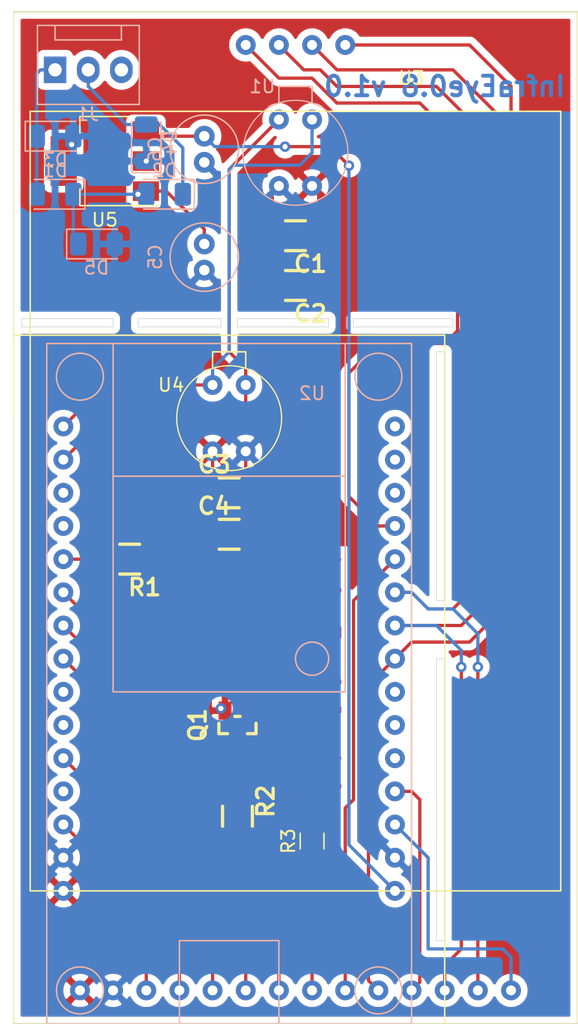
<source format=kicad_pcb>
(kicad_pcb (version 20171130) (host pcbnew "(5.1.2)-2")

  (general
    (thickness 1.6)
    (drawings 34)
    (tracks 172)
    (zones 0)
    (modules 21)
    (nets 37)
  )

  (page A4)
  (layers
    (0 F.Cu signal)
    (31 B.Cu signal)
    (32 B.Adhes user)
    (33 F.Adhes user)
    (34 B.Paste user)
    (35 F.Paste user)
    (36 B.SilkS user)
    (37 F.SilkS user)
    (38 B.Mask user)
    (39 F.Mask user)
    (40 Dwgs.User user)
    (41 Cmts.User user)
    (42 Eco1.User user)
    (43 Eco2.User user)
    (44 Edge.Cuts user)
    (45 Margin user)
    (46 B.CrtYd user)
    (47 F.CrtYd user)
    (48 B.Fab user)
    (49 F.Fab user)
  )

  (setup
    (last_trace_width 0.25)
    (trace_clearance 0.2)
    (zone_clearance 0.508)
    (zone_45_only no)
    (trace_min 0.2)
    (via_size 0.8)
    (via_drill 0.4)
    (via_min_size 0.4)
    (via_min_drill 0.3)
    (uvia_size 0.3)
    (uvia_drill 0.1)
    (uvias_allowed no)
    (uvia_min_size 0.2)
    (uvia_min_drill 0.1)
    (edge_width 0.05)
    (segment_width 0.2)
    (pcb_text_width 0.3)
    (pcb_text_size 1.5 1.5)
    (mod_edge_width 0.12)
    (mod_text_size 1 1)
    (mod_text_width 0.15)
    (pad_size 1.524 1.524)
    (pad_drill 0.762)
    (pad_to_mask_clearance 0.051)
    (solder_mask_min_width 0.25)
    (aux_axis_origin 0 0)
    (visible_elements 7FFFFFFF)
    (pcbplotparams
      (layerselection 0x010fc_ffffffff)
      (usegerberextensions false)
      (usegerberattributes false)
      (usegerberadvancedattributes false)
      (creategerberjobfile false)
      (excludeedgelayer true)
      (linewidth 0.100000)
      (plotframeref false)
      (viasonmask false)
      (mode 1)
      (useauxorigin false)
      (hpglpennumber 1)
      (hpglpenspeed 20)
      (hpglpendiameter 15.000000)
      (psnegative false)
      (psa4output false)
      (plotreference true)
      (plotvalue true)
      (plotinvisibletext false)
      (padsonsilk false)
      (subtractmaskfromsilk false)
      (outputformat 1)
      (mirror false)
      (drillshape 0)
      (scaleselection 1)
      (outputdirectory "gerber/"))
  )

  (net 0 "")
  (net 1 "Net-(U1-Pad1)")
  (net 2 GND)
  (net 3 "Net-(U1-Pad4)")
  (net 4 "Net-(U2-Pad24)")
  (net 5 "Net-(U2-Pad25)")
  (net 6 "Net-(U2-Pad8)")
  (net 7 "Net-(Q1-Pad1)")
  (net 8 "Net-(Q1-Pad3)")
  (net 9 "Net-(R1-Pad2)")
  (net 10 "Net-(U2-Pad5)")
  (net 11 "Net-(U2-Pad6)")
  (net 12 "Net-(U2-Pad7)")
  (net 13 "Net-(U2-Pad9)")
  (net 14 "Net-(U2-Pad10)")
  (net 15 "Net-(U2-Pad11)")
  (net 16 "Net-(U2-Pad13)")
  (net 17 "Net-(U2-Pad14)")
  (net 18 "Net-(U2-Pad15)")
  (net 19 "Net-(U2-Pad18)")
  (net 20 "Net-(U2-Pad19)")
  (net 21 "Net-(U2-Pad20)")
  (net 22 "Net-(U2-Pad21)")
  (net 23 "Net-(U2-Pad22)")
  (net 24 "Net-(U2-Pad27)")
  (net 25 "Net-(U2-Pad28)")
  (net 26 "Net-(U2-Pad23)")
  (net 27 +3V3)
  (net 28 "Net-(R2-Pad2)")
  (net 29 "Net-(U2-Pad3)")
  (net 30 "Net-(U2-Pad4)")
  (net 31 "Net-(U2-Pad12)")
  (net 32 "Net-(C5-Pad1)")
  (net 33 +5V)
  (net 34 "Net-(D1-Pad2)")
  (net 35 "Net-(D2-Pad1)")
  (net 36 "Net-(J1-Pad3)")

  (net_class Default "This is the default net class."
    (clearance 0.2)
    (trace_width 0.25)
    (via_dia 0.8)
    (via_drill 0.4)
    (uvia_dia 0.3)
    (uvia_drill 0.1)
    (add_net +3V3)
    (add_net +5V)
    (add_net GND)
    (add_net "Net-(C5-Pad1)")
    (add_net "Net-(D1-Pad2)")
    (add_net "Net-(D2-Pad1)")
    (add_net "Net-(J1-Pad3)")
    (add_net "Net-(Q1-Pad1)")
    (add_net "Net-(Q1-Pad3)")
    (add_net "Net-(R1-Pad2)")
    (add_net "Net-(R2-Pad2)")
    (add_net "Net-(U1-Pad1)")
    (add_net "Net-(U1-Pad4)")
    (add_net "Net-(U2-Pad10)")
    (add_net "Net-(U2-Pad11)")
    (add_net "Net-(U2-Pad12)")
    (add_net "Net-(U2-Pad13)")
    (add_net "Net-(U2-Pad14)")
    (add_net "Net-(U2-Pad15)")
    (add_net "Net-(U2-Pad18)")
    (add_net "Net-(U2-Pad19)")
    (add_net "Net-(U2-Pad20)")
    (add_net "Net-(U2-Pad21)")
    (add_net "Net-(U2-Pad22)")
    (add_net "Net-(U2-Pad23)")
    (add_net "Net-(U2-Pad24)")
    (add_net "Net-(U2-Pad25)")
    (add_net "Net-(U2-Pad27)")
    (add_net "Net-(U2-Pad28)")
    (add_net "Net-(U2-Pad3)")
    (add_net "Net-(U2-Pad4)")
    (add_net "Net-(U2-Pad5)")
    (add_net "Net-(U2-Pad6)")
    (add_net "Net-(U2-Pad7)")
    (add_net "Net-(U2-Pad8)")
    (add_net "Net-(U2-Pad9)")
  )

  (module InfraEye:TFT_LCD_24 (layer F.Cu) (tedit 5E2C84AF) (tstamp 5E3C75E9)
    (at 106.68 40.64)
    (path /5E2A99BF)
    (fp_text reference U3 (at 30.48 5.08) (layer F.SilkS)
      (effects (font (size 1 1) (thickness 0.15)))
    )
    (fp_text value TFT_SPI_24_LCD (at 12.7 5.08) (layer F.Fab)
      (effects (font (size 1 1) (thickness 0.15)))
    )
    (fp_line (start 0 0) (end 43.18 0) (layer F.SilkS) (width 0.12))
    (fp_line (start 43.18 0) (end 43.18 77.47) (layer F.SilkS) (width 0.12))
    (fp_line (start 43.18 77.47) (end 0 77.47) (layer F.SilkS) (width 0.12))
    (fp_line (start 0 77.47) (end 0 0) (layer F.SilkS) (width 0.12))
    (fp_line (start 1.27 7.62) (end 41.91 7.62) (layer F.SilkS) (width 0.12))
    (fp_line (start 41.91 7.62) (end 41.91 67.31) (layer F.SilkS) (width 0.12))
    (fp_line (start 41.91 67.31) (end 1.27 67.31) (layer F.SilkS) (width 0.12))
    (fp_line (start 1.27 67.31) (end 1.27 7.62) (layer F.SilkS) (width 0.12))
    (pad 1 thru_hole circle (at 5.08 74.93) (size 1.524 1.524) (drill 0.762) (layers *.Cu *.Mask)
      (net 27 +3V3))
    (pad 2 thru_hole circle (at 7.62 74.93) (size 1.524 1.524) (drill 0.762) (layers *.Cu *.Mask)
      (net 2 GND))
    (pad 3 thru_hole circle (at 10.16 74.93) (size 1.524 1.524) (drill 0.762) (layers *.Cu *.Mask)
      (net 19 "Net-(U2-Pad18)"))
    (pad 4 thru_hole circle (at 12.7 74.93) (size 1.524 1.524) (drill 0.762) (layers *.Cu *.Mask)
      (net 21 "Net-(U2-Pad20)"))
    (pad 5 thru_hole circle (at 15.24 74.93) (size 1.524 1.524) (drill 0.762) (layers *.Cu *.Mask)
      (net 26 "Net-(U2-Pad23)"))
    (pad 6 thru_hole circle (at 17.78 74.93) (size 1.524 1.524) (drill 0.762) (layers *.Cu *.Mask)
      (net 4 "Net-(U2-Pad24)"))
    (pad 7 thru_hole circle (at 20.32 74.93) (size 1.524 1.524) (drill 0.762) (layers *.Cu *.Mask)
      (net 5 "Net-(U2-Pad25)"))
    (pad 8 thru_hole circle (at 22.86 74.93) (size 1.524 1.524) (drill 0.762) (layers *.Cu *.Mask)
      (net 28 "Net-(R2-Pad2)"))
    (pad 9 thru_hole circle (at 25.4 74.93) (size 1.524 1.524) (drill 0.762) (layers *.Cu *.Mask)
      (net 15 "Net-(U2-Pad11)"))
    (pad 10 thru_hole circle (at 27.94 74.93) (size 1.524 1.524) (drill 0.762) (layers *.Cu *.Mask)
      (net 6 "Net-(U2-Pad8)"))
    (pad 11 thru_hole circle (at 30.48 74.93) (size 1.524 1.524) (drill 0.762) (layers *.Cu *.Mask)
      (net 30 "Net-(U2-Pad4)"))
    (pad 12 thru_hole circle (at 33.02 74.93) (size 1.524 1.524) (drill 0.762) (layers *.Cu *.Mask)
      (net 13 "Net-(U2-Pad9)"))
    (pad 13 thru_hole circle (at 35.56 74.93) (size 1.524 1.524) (drill 0.762) (layers *.Cu *.Mask)
      (net 14 "Net-(U2-Pad10)"))
    (pad 14 thru_hole circle (at 38.1 74.93) (size 1.524 1.524) (drill 0.762) (layers *.Cu *.Mask)
      (net 29 "Net-(U2-Pad3)"))
    (pad 15 thru_hole circle (at 17.78 2.54) (size 1.524 1.524) (drill 0.762) (layers *.Cu *.Mask)
      (net 31 "Net-(U2-Pad12)"))
    (pad 16 thru_hole circle (at 20.32 2.54) (size 1.524 1.524) (drill 0.762) (layers *.Cu *.Mask)
      (net 14 "Net-(U2-Pad10)"))
    (pad 17 thru_hole circle (at 22.86 2.54) (size 1.524 1.524) (drill 0.762) (layers *.Cu *.Mask)
      (net 13 "Net-(U2-Pad9)"))
    (pad 18 thru_hole circle (at 25.4 2.54) (size 1.524 1.524) (drill 0.762) (layers *.Cu *.Mask)
      (net 6 "Net-(U2-Pad8)"))
  )

  (module OLIMEX_RLC-FP:C_1206_5MIL_DWS_ISO (layer F.Cu) (tedit 5C6BB2CC) (tstamp 5E479BB8)
    (at 128.27 61.595 180)
    (path /5E2B489C)
    (attr smd)
    (fp_text reference C2 (at -1.143 -2.159) (layer F.SilkS)
      (effects (font (size 1.27 1.27) (thickness 0.254)))
    )
    (fp_text value 100nF (at 0.127 2.286) (layer F.Fab)
      (effects (font (size 1.27 1.27) (thickness 0.254)))
    )
    (fp_line (start 0.762 -1.143) (end -0.762 -1.143) (layer F.SilkS) (width 0.254))
    (fp_line (start 0.762 1.143) (end -0.762 1.143) (layer F.SilkS) (width 0.254))
    (fp_line (start -2.413 1.143) (end -0.762 1.143) (layer Dwgs.User) (width 0.254))
    (fp_line (start -2.413 -1.143) (end -2.413 1.143) (layer Dwgs.User) (width 0.254))
    (fp_line (start -0.762 -1.143) (end -2.413 -1.143) (layer Dwgs.User) (width 0.254))
    (fp_line (start 2.413 1.143) (end 0.762 1.143) (layer Dwgs.User) (width 0.254))
    (fp_line (start 2.413 -1.143) (end 2.413 1.143) (layer Dwgs.User) (width 0.254))
    (fp_line (start 0.762 -1.143) (end 2.413 -1.143) (layer Dwgs.User) (width 0.254))
    (fp_line (start -1.651 -0.762) (end 1.651 -0.762) (layer F.Fab) (width 0.15))
    (fp_line (start -1.651 -0.762) (end -1.651 0.762) (layer F.Fab) (width 0.15))
    (fp_line (start -1.651 0.762) (end 1.651 0.762) (layer F.Fab) (width 0.15))
    (fp_line (start 1.651 0.762) (end 1.651 -0.762) (layer F.Fab) (width 0.15))
    (pad 2 smd rect (at 1.778 0 180) (size 1.016 1.778) (layers F.Cu F.Paste F.Mask)
      (net 2 GND) (solder_mask_margin 0.0508))
    (pad 1 smd rect (at -1.778 0 180) (size 1.016 1.778) (layers F.Cu F.Paste F.Mask)
      (net 27 +3V3) (solder_mask_margin 0.0508))
    (model ${KISYS3DMOD}/C_1206_3216Metric.wrl
      (at (xyz 0 0 0))
      (scale (xyz 1 1 1))
      (rotate (xyz 0 0 0))
    )
  )

  (module InfraEye:MLX90614 (layer B.Cu) (tedit 5E2CCCCE) (tstamp 5E3C7583)
    (at 129.54 48.895 180)
    (path /5E2A1863)
    (fp_text reference U1 (at 3.81 2.54) (layer B.SilkS)
      (effects (font (size 1 1) (thickness 0.15)) (justify mirror))
    )
    (fp_text value MLX90640 (at 1.27 3.81) (layer B.Fab)
      (effects (font (size 1 1) (thickness 0.15)) (justify mirror))
    )
    (fp_circle (center 1.27 -2.54) (end 5.08 -3.81) (layer B.SilkS) (width 0.1))
    (fp_line (start 0 1.27) (end 0 2.54) (layer B.SilkS) (width 0.12))
    (fp_line (start 0 2.54) (end 2.54 2.54) (layer B.SilkS) (width 0.12))
    (fp_line (start 2.54 2.54) (end 2.54 1.27) (layer B.SilkS) (width 0.12))
    (pad 1 thru_hole circle (at 0 0 180) (size 1.524 1.524) (drill 0.762) (layers *.Cu *.Mask)
      (net 1 "Net-(U1-Pad1)"))
    (pad 2 thru_hole circle (at 0 -5.08 180) (size 1.524 1.524) (drill 0.762) (layers *.Cu *.Mask)
      (net 27 +3V3))
    (pad 3 thru_hole circle (at 2.54 -5.08 180) (size 1.524 1.524) (drill 0.762) (layers *.Cu *.Mask)
      (net 2 GND))
    (pad 4 thru_hole circle (at 2.54 0 180) (size 1.524 1.524) (drill 0.762) (layers *.Cu *.Mask)
      (net 3 "Net-(U1-Pad4)"))
    (model ${OLIMEXFOOTPATH}/OLIMEX_3Dmodels/MLX90614.step
      (at (xyz 0 0 0))
      (scale (xyz 1 1 1))
      (rotate (xyz 0 0 -45))
    )
  )

  (module InfraEye:ESP32-WROOM-32-30pin (layer B.Cu) (tedit 5E2C8898) (tstamp 5E2CA2F1)
    (at 137.16 66.04 180)
    (path /5E2A6228)
    (fp_text reference U2 (at 7.62 -3.81) (layer B.SilkS)
      (effects (font (size 1 1) (thickness 0.15)) (justify mirror))
    )
    (fp_text value ESP32-WROOM-32 (at 15.24 -1.27) (layer B.Fab)
      (effects (font (size 1 1) (thickness 0.15)) (justify mirror))
    )
    (fp_line (start 0 0) (end 27.94 0) (layer B.SilkS) (width 0.12))
    (fp_line (start 27.94 0) (end 27.94 -52.07) (layer B.SilkS) (width 0.12))
    (fp_line (start 27.94 -52.07) (end 0 -52.07) (layer B.SilkS) (width 0.12))
    (fp_line (start 0 -52.07) (end 0 0) (layer B.SilkS) (width 0.12))
    (fp_circle (center 2.54 -2.54) (end 3.81 -3.81) (layer B.SilkS) (width 0.12))
    (fp_circle (center 25.4 -2.54) (end 26.67 -3.81) (layer B.SilkS) (width 0.12))
    (fp_circle (center 2.54 -49.53) (end 3.81 -50.8) (layer B.SilkS) (width 0.12))
    (fp_circle (center 25.4 -49.53) (end 26.67 -50.8) (layer B.SilkS) (width 0.12))
    (fp_line (start 5.08 0) (end 5.08 -26.67) (layer B.SilkS) (width 0.12))
    (fp_line (start 5.08 -26.67) (end 22.86 -26.67) (layer B.SilkS) (width 0.12))
    (fp_line (start 22.86 -26.67) (end 22.86 0) (layer B.SilkS) (width 0.12))
    (fp_line (start 5.08 -10.16) (end 22.86 -10.16) (layer B.SilkS) (width 0.12))
    (fp_circle (center 7.62 -24.13) (end 7.62 -25.4) (layer B.SilkS) (width 0.12))
    (fp_line (start 10.16 -52.07) (end 10.16 -45.72) (layer B.SilkS) (width 0.12))
    (fp_line (start 10.16 -45.72) (end 17.78 -45.72) (layer B.SilkS) (width 0.12))
    (fp_line (start 17.78 -45.72) (end 17.78 -52.07) (layer B.SilkS) (width 0.12))
    (pad 1 thru_hole circle (at 1.27 -41.91 180) (size 1.524 1.524) (drill 0.762) (layers *.Cu *.Mask)
      (net 33 +5V))
    (pad 2 thru_hole circle (at 1.27 -39.37 180) (size 1.524 1.524) (drill 0.762) (layers *.Cu *.Mask)
      (net 2 GND))
    (pad 3 thru_hole circle (at 1.27 -36.83 180) (size 1.524 1.524) (drill 0.762) (layers *.Cu *.Mask)
      (net 29 "Net-(U2-Pad3)"))
    (pad 4 thru_hole circle (at 1.27 -34.29 180) (size 1.524 1.524) (drill 0.762) (layers *.Cu *.Mask)
      (net 30 "Net-(U2-Pad4)"))
    (pad 5 thru_hole circle (at 1.27 -31.75 180) (size 1.524 1.524) (drill 0.762) (layers *.Cu *.Mask)
      (net 10 "Net-(U2-Pad5)"))
    (pad 6 thru_hole circle (at 1.27 -29.21 180) (size 1.524 1.524) (drill 0.762) (layers *.Cu *.Mask)
      (net 11 "Net-(U2-Pad6)"))
    (pad 7 thru_hole circle (at 1.27 -26.67 180) (size 1.524 1.524) (drill 0.762) (layers *.Cu *.Mask)
      (net 12 "Net-(U2-Pad7)"))
    (pad 8 thru_hole circle (at 1.27 -24.13 180) (size 1.524 1.524) (drill 0.762) (layers *.Cu *.Mask)
      (net 6 "Net-(U2-Pad8)"))
    (pad 9 thru_hole circle (at 1.27 -21.59 180) (size 1.524 1.524) (drill 0.762) (layers *.Cu *.Mask)
      (net 13 "Net-(U2-Pad9)"))
    (pad 10 thru_hole circle (at 1.27 -19.05 180) (size 1.524 1.524) (drill 0.762) (layers *.Cu *.Mask)
      (net 14 "Net-(U2-Pad10)"))
    (pad 11 thru_hole circle (at 1.27 -16.51 180) (size 1.524 1.524) (drill 0.762) (layers *.Cu *.Mask)
      (net 15 "Net-(U2-Pad11)"))
    (pad 12 thru_hole circle (at 1.27 -13.97 180) (size 1.524 1.524) (drill 0.762) (layers *.Cu *.Mask)
      (net 31 "Net-(U2-Pad12)"))
    (pad 13 thru_hole circle (at 1.27 -11.43 180) (size 1.524 1.524) (drill 0.762) (layers *.Cu *.Mask)
      (net 16 "Net-(U2-Pad13)"))
    (pad 14 thru_hole circle (at 1.27 -8.89 180) (size 1.524 1.524) (drill 0.762) (layers *.Cu *.Mask)
      (net 17 "Net-(U2-Pad14)"))
    (pad 15 thru_hole circle (at 1.27 -6.35 180) (size 1.524 1.524) (drill 0.762) (layers *.Cu *.Mask)
      (net 18 "Net-(U2-Pad15)"))
    (pad 16 thru_hole circle (at 26.67 -41.91 180) (size 1.524 1.524) (drill 0.762) (layers *.Cu *.Mask)
      (net 27 +3V3))
    (pad 17 thru_hole circle (at 26.67 -39.37 180) (size 1.524 1.524) (drill 0.762) (layers *.Cu *.Mask)
      (net 2 GND))
    (pad 18 thru_hole circle (at 26.67 -36.83 180) (size 1.524 1.524) (drill 0.762) (layers *.Cu *.Mask)
      (net 19 "Net-(U2-Pad18)"))
    (pad 19 thru_hole circle (at 26.67 -34.29 180) (size 1.524 1.524) (drill 0.762) (layers *.Cu *.Mask)
      (net 20 "Net-(U2-Pad19)"))
    (pad 20 thru_hole circle (at 26.67 -31.75 180) (size 1.524 1.524) (drill 0.762) (layers *.Cu *.Mask)
      (net 21 "Net-(U2-Pad20)"))
    (pad 21 thru_hole circle (at 26.67 -29.21 180) (size 1.524 1.524) (drill 0.762) (layers *.Cu *.Mask)
      (net 22 "Net-(U2-Pad21)"))
    (pad 22 thru_hole circle (at 26.67 -26.67 180) (size 1.524 1.524) (drill 0.762) (layers *.Cu *.Mask)
      (net 23 "Net-(U2-Pad22)"))
    (pad 23 thru_hole circle (at 26.67 -24.13 180) (size 1.524 1.524) (drill 0.762) (layers *.Cu *.Mask)
      (net 26 "Net-(U2-Pad23)"))
    (pad 24 thru_hole circle (at 26.67 -21.59 180) (size 1.524 1.524) (drill 0.762) (layers *.Cu *.Mask)
      (net 4 "Net-(U2-Pad24)"))
    (pad 25 thru_hole circle (at 26.67 -19.05 180) (size 1.524 1.524) (drill 0.762) (layers *.Cu *.Mask)
      (net 5 "Net-(U2-Pad25)"))
    (pad 26 thru_hole circle (at 26.67 -16.51 180) (size 1.524 1.524) (drill 0.762) (layers *.Cu *.Mask)
      (net 9 "Net-(R1-Pad2)"))
    (pad 27 thru_hole circle (at 26.67 -13.97 180) (size 1.524 1.524) (drill 0.762) (layers *.Cu *.Mask)
      (net 24 "Net-(U2-Pad27)"))
    (pad 28 thru_hole circle (at 26.67 -11.43 180) (size 1.524 1.524) (drill 0.762) (layers *.Cu *.Mask)
      (net 25 "Net-(U2-Pad28)"))
    (pad 29 thru_hole circle (at 26.67 -8.89 180) (size 1.524 1.524) (drill 0.762) (layers *.Cu *.Mask)
      (net 3 "Net-(U1-Pad4)"))
    (pad 30 thru_hole circle (at 26.67 -6.35 180) (size 1.524 1.524) (drill 0.762) (layers *.Cu *.Mask)
      (net 1 "Net-(U1-Pad1)"))
  )

  (module OLIMEX_RLC-FP:R_1206_5MIL_DWS_ISO (layer F.Cu) (tedit 5C6BBBA5) (tstamp 5E2CA2AD)
    (at 115.57 82.55 180)
    (path /5E2B9457)
    (attr smd)
    (fp_text reference R1 (at -1.143 -2.159 180) (layer F.SilkS)
      (effects (font (size 1.27 1.27) (thickness 0.254)))
    )
    (fp_text value R (at 0 2.286 180) (layer F.Fab)
      (effects (font (size 1.27 1.27) (thickness 0.254)))
    )
    (fp_line (start 1.651 0.762) (end 1.651 -0.762) (layer F.Fab) (width 0.15))
    (fp_line (start -1.651 0.762) (end 1.651 0.762) (layer F.Fab) (width 0.15))
    (fp_line (start -1.651 -0.762) (end -1.651 0.762) (layer F.Fab) (width 0.15))
    (fp_line (start -1.651 -0.762) (end 1.651 -0.762) (layer F.Fab) (width 0.15))
    (fp_line (start 0.762 -1.143) (end 2.413 -1.143) (layer Dwgs.User) (width 0.254))
    (fp_line (start 2.413 -1.143) (end 2.413 1.143) (layer Dwgs.User) (width 0.254))
    (fp_line (start 2.413 1.143) (end 0.762 1.143) (layer Dwgs.User) (width 0.254))
    (fp_line (start -0.762 -1.143) (end -2.413 -1.143) (layer Dwgs.User) (width 0.254))
    (fp_line (start -2.413 -1.143) (end -2.413 1.143) (layer Dwgs.User) (width 0.254))
    (fp_line (start -2.413 1.143) (end -0.762 1.143) (layer Dwgs.User) (width 0.254))
    (fp_line (start 0.762 1.143) (end -0.762 1.143) (layer F.SilkS) (width 0.254))
    (fp_line (start 0.762 -1.143) (end -0.762 -1.143) (layer F.SilkS) (width 0.254))
    (pad 1 smd rect (at -1.778 0 180) (size 1.016 1.778) (layers F.Cu F.Paste F.Mask)
      (net 7 "Net-(Q1-Pad1)") (solder_mask_margin 0.0508))
    (pad 2 smd rect (at 1.778 0 180) (size 1.016 1.778) (layers F.Cu F.Paste F.Mask)
      (net 9 "Net-(R1-Pad2)") (solder_mask_margin 0.0508))
    (model ${KISYS3DMOD}/R_1206_3216Metric.wrl
      (at (xyz 0 0 0))
      (scale (xyz 1 1 1))
      (rotate (xyz 0 0 0))
    )
  )

  (module OLIMEX_RLC-FP:C_1206_5MIL_DWS_ISO (layer F.Cu) (tedit 5C6BB2CC) (tstamp 5E3C7634)
    (at 128.27 57.785 180)
    (path /5E2B3FCF)
    (attr smd)
    (fp_text reference C1 (at -1.143 -2.159) (layer F.SilkS)
      (effects (font (size 1.27 1.27) (thickness 0.254)))
    )
    (fp_text value 10nF (at 0.127 2.286) (layer F.Fab)
      (effects (font (size 1.27 1.27) (thickness 0.254)))
    )
    (fp_line (start 1.651 0.762) (end 1.651 -0.762) (layer F.Fab) (width 0.15))
    (fp_line (start -1.651 0.762) (end 1.651 0.762) (layer F.Fab) (width 0.15))
    (fp_line (start -1.651 -0.762) (end -1.651 0.762) (layer F.Fab) (width 0.15))
    (fp_line (start -1.651 -0.762) (end 1.651 -0.762) (layer F.Fab) (width 0.15))
    (fp_line (start 0.762 -1.143) (end 2.413 -1.143) (layer Dwgs.User) (width 0.254))
    (fp_line (start 2.413 -1.143) (end 2.413 1.143) (layer Dwgs.User) (width 0.254))
    (fp_line (start 2.413 1.143) (end 0.762 1.143) (layer Dwgs.User) (width 0.254))
    (fp_line (start -0.762 -1.143) (end -2.413 -1.143) (layer Dwgs.User) (width 0.254))
    (fp_line (start -2.413 -1.143) (end -2.413 1.143) (layer Dwgs.User) (width 0.254))
    (fp_line (start -2.413 1.143) (end -0.762 1.143) (layer Dwgs.User) (width 0.254))
    (fp_line (start 0.762 1.143) (end -0.762 1.143) (layer F.SilkS) (width 0.254))
    (fp_line (start 0.762 -1.143) (end -0.762 -1.143) (layer F.SilkS) (width 0.254))
    (pad 1 smd rect (at -1.778 0 180) (size 1.016 1.778) (layers F.Cu F.Paste F.Mask)
      (net 27 +3V3) (solder_mask_margin 0.0508))
    (pad 2 smd rect (at 1.778 0 180) (size 1.016 1.778) (layers F.Cu F.Paste F.Mask)
      (net 2 GND) (solder_mask_margin 0.0508))
    (model ${KISYS3DMOD}/C_1206_3216Metric.wrl
      (at (xyz 0 0 0))
      (scale (xyz 1 1 1))
      (rotate (xyz 0 0 0))
    )
  )

  (module OLIMEX_Diodes-FP:SOT23-3 (layer F.Cu) (tedit 5C7009B8) (tstamp 5E2CA29B)
    (at 123.825 95.25 90)
    (descr "ROTATED COUNTERCLOCKWISE 90 BY PENKO TO BA AS IS IN THE REAL REEL")
    (tags "ROTATED COUNTERCLOCKWISE 90 BY PENKO TO BA AS IS IN THE REAL REEL")
    (path /5E2BA2F2)
    (attr smd)
    (fp_text reference Q1 (at 0 -3.048 270) (layer F.SilkS)
      (effects (font (size 1.27 1.27) (thickness 0.254)))
    )
    (fp_text value Q_NPN_BCE (at 0.254 3.302 270) (layer F.Fab)
      (effects (font (size 1.27 1.27) (thickness 0.254)))
    )
    (fp_line (start 0.7874 1.0922) (end 1.1176 1.0922) (layer F.Fab) (width 0.28))
    (fp_line (start 0.7874 0.9398) (end 1.0922 0.9398) (layer F.Fab) (width 0.28))
    (fp_line (start 0.762 0.762) (end 1.0922 0.762) (layer F.Fab) (width 0.28))
    (fp_line (start 0.7112 -0.762) (end 1.0922 -0.762) (layer F.Fab) (width 0.28))
    (fp_line (start 0.762 -0.889) (end 1.1176 -0.889) (layer F.Fab) (width 0.28))
    (fp_line (start 0.7112 -1.0922) (end 1.1176 -1.0922) (layer F.Fab) (width 0.28))
    (fp_line (start -0.762 0.1778) (end -1.0922 0.1778) (layer F.Fab) (width 0.28))
    (fp_line (start -0.762 0.0508) (end -1.1176 0.0508) (layer F.Fab) (width 0.28))
    (fp_line (start -0.7366 -0.1524) (end -1.1176 -0.1524) (layer F.Fab) (width 0.28))
    (fp_line (start -1.2319 0.2921) (end -0.7747 0.2921) (layer F.Fab) (width 0.06604))
    (fp_line (start -0.7747 0.2921) (end -0.7747 -0.2921) (layer F.Fab) (width 0.06604))
    (fp_line (start -1.2319 -0.2921) (end -0.7747 -0.2921) (layer F.Fab) (width 0.06604))
    (fp_line (start -1.2319 0.2921) (end -1.2319 -0.2921) (layer F.Fab) (width 0.06604))
    (fp_line (start 0.7747 -0.64516) (end 1.2319 -0.64516) (layer F.Fab) (width 0.06604))
    (fp_line (start 1.2319 -0.64516) (end 1.2319 -1.2319) (layer F.Fab) (width 0.06604))
    (fp_line (start 0.7747 -1.2319) (end 1.2319 -1.2319) (layer F.Fab) (width 0.06604))
    (fp_line (start 0.7747 -0.64516) (end 0.7747 -1.2319) (layer F.Fab) (width 0.06604))
    (fp_line (start 0.7747 1.2319) (end 1.2319 1.2319) (layer F.Fab) (width 0.06604))
    (fp_line (start 1.2319 1.2319) (end 1.2319 0.64516) (layer F.Fab) (width 0.06604))
    (fp_line (start 0.7747 0.64516) (end 1.2319 0.64516) (layer F.Fab) (width 0.06604))
    (fp_line (start 0.7747 1.2319) (end 0.7747 0.64516) (layer F.Fab) (width 0.06604))
    (fp_line (start -1.9812 1.97104) (end -1.9812 -1.97104) (layer F.Fab) (width 0.0508))
    (fp_line (start 1.9812 -1.97104) (end 1.9812 1.97104) (layer F.Fab) (width 0.0508))
    (fp_line (start 1.9812 1.97104) (end -1.9812 1.97104) (layer F.Fab) (width 0.0508))
    (fp_line (start -1.9812 -1.97104) (end 1.9812 -1.97104) (layer F.Fab) (width 0.0508))
    (fp_line (start -0.6604 -1.4224) (end 0.6604 -1.4224) (layer F.Fab) (width 0.254))
    (fp_line (start 0.6604 -1.4224) (end 0.6604 1.4224) (layer F.Fab) (width 0.254))
    (fp_line (start 0.6604 1.4224) (end -0.6604 1.4224) (layer F.Fab) (width 0.254))
    (fp_line (start -0.6604 1.4224) (end -0.6604 -1.4224) (layer F.Fab) (width 0.254))
    (fp_line (start 0.127 1.4224) (end -0.6604 1.4224) (layer F.SilkS) (width 0.254))
    (fp_line (start -0.6604 1.4224) (end -0.6604 0.762) (layer F.SilkS) (width 0.254))
    (fp_line (start -0.6604 -0.762) (end -0.6604 -1.4224) (layer F.SilkS) (width 0.254))
    (fp_line (start -0.6604 -1.4224) (end 0.127 -1.4224) (layer F.SilkS) (width 0.254))
    (fp_line (start 0.6604 0.2032) (end 0.6604 -0.2032) (layer F.SilkS) (width 0.254))
    (pad 1 smd rect (at 1.1 0.95 180) (size 1 1.4) (layers F.Cu F.Paste F.Mask)
      (net 7 "Net-(Q1-Pad1)") (solder_mask_margin 0.0508))
    (pad 2 smd rect (at 1.1 -0.95 180) (size 1 1.4) (layers F.Cu F.Paste F.Mask)
      (net 27 +3V3) (solder_mask_margin 0.0508))
    (pad 3 smd rect (at -1.1 0 180) (size 1 1.4) (layers F.Cu F.Paste F.Mask)
      (net 8 "Net-(Q1-Pad3)") (solder_mask_margin 0.0508))
    (model ${KISYS3DMOD}/BAT54.step
      (at (xyz 0 0 0))
      (scale (xyz 1 1 1))
      (rotate (xyz 0 0 -90))
    )
  )

  (module OLIMEX_RLC-FP:R_1206_5MIL_DWS_ISO (layer F.Cu) (tedit 5C6BBBA5) (tstamp 5E496C5C)
    (at 123.825 102.235 270)
    (path /5E2BB6A2)
    (attr smd)
    (fp_text reference R2 (at -1.143 -2.159 90) (layer F.SilkS)
      (effects (font (size 1.27 1.27) (thickness 0.254)))
    )
    (fp_text value R (at 0 2.286 90) (layer F.Fab)
      (effects (font (size 1.27 1.27) (thickness 0.254)))
    )
    (fp_line (start 0.762 -1.143) (end -0.762 -1.143) (layer F.SilkS) (width 0.254))
    (fp_line (start 0.762 1.143) (end -0.762 1.143) (layer F.SilkS) (width 0.254))
    (fp_line (start -2.413 1.143) (end -0.762 1.143) (layer Dwgs.User) (width 0.254))
    (fp_line (start -2.413 -1.143) (end -2.413 1.143) (layer Dwgs.User) (width 0.254))
    (fp_line (start -0.762 -1.143) (end -2.413 -1.143) (layer Dwgs.User) (width 0.254))
    (fp_line (start 2.413 1.143) (end 0.762 1.143) (layer Dwgs.User) (width 0.254))
    (fp_line (start 2.413 -1.143) (end 2.413 1.143) (layer Dwgs.User) (width 0.254))
    (fp_line (start 0.762 -1.143) (end 2.413 -1.143) (layer Dwgs.User) (width 0.254))
    (fp_line (start -1.651 -0.762) (end 1.651 -0.762) (layer F.Fab) (width 0.15))
    (fp_line (start -1.651 -0.762) (end -1.651 0.762) (layer F.Fab) (width 0.15))
    (fp_line (start -1.651 0.762) (end 1.651 0.762) (layer F.Fab) (width 0.15))
    (fp_line (start 1.651 0.762) (end 1.651 -0.762) (layer F.Fab) (width 0.15))
    (pad 2 smd rect (at 1.778 0 270) (size 1.016 1.778) (layers F.Cu F.Paste F.Mask)
      (net 28 "Net-(R2-Pad2)") (solder_mask_margin 0.0508))
    (pad 1 smd rect (at -1.778 0 270) (size 1.016 1.778) (layers F.Cu F.Paste F.Mask)
      (net 8 "Net-(Q1-Pad3)") (solder_mask_margin 0.0508))
    (model ${KISYS3DMOD}/R_1206_3216Metric.wrl
      (at (xyz 0 0 0))
      (scale (xyz 1 1 1))
      (rotate (xyz 0 0 0))
    )
  )

  (module OLIMEX_RLC-FP:C_1206_5MIL_DWS_ISO (layer F.Cu) (tedit 5C6BB2CC) (tstamp 5E328113)
    (at 123.19 77.47)
    (path /5E337496)
    (attr smd)
    (fp_text reference C3 (at -1.143 -2.159) (layer F.SilkS)
      (effects (font (size 1.27 1.27) (thickness 0.254)))
    )
    (fp_text value 10nF (at 0.127 2.286) (layer F.Fab)
      (effects (font (size 1.27 1.27) (thickness 0.254)))
    )
    (fp_line (start 1.651 0.762) (end 1.651 -0.762) (layer F.Fab) (width 0.15))
    (fp_line (start -1.651 0.762) (end 1.651 0.762) (layer F.Fab) (width 0.15))
    (fp_line (start -1.651 -0.762) (end -1.651 0.762) (layer F.Fab) (width 0.15))
    (fp_line (start -1.651 -0.762) (end 1.651 -0.762) (layer F.Fab) (width 0.15))
    (fp_line (start 0.762 -1.143) (end 2.413 -1.143) (layer Dwgs.User) (width 0.254))
    (fp_line (start 2.413 -1.143) (end 2.413 1.143) (layer Dwgs.User) (width 0.254))
    (fp_line (start 2.413 1.143) (end 0.762 1.143) (layer Dwgs.User) (width 0.254))
    (fp_line (start -0.762 -1.143) (end -2.413 -1.143) (layer Dwgs.User) (width 0.254))
    (fp_line (start -2.413 -1.143) (end -2.413 1.143) (layer Dwgs.User) (width 0.254))
    (fp_line (start -2.413 1.143) (end -0.762 1.143) (layer Dwgs.User) (width 0.254))
    (fp_line (start 0.762 1.143) (end -0.762 1.143) (layer F.SilkS) (width 0.254))
    (fp_line (start 0.762 -1.143) (end -0.762 -1.143) (layer F.SilkS) (width 0.254))
    (pad 1 smd rect (at -1.778 0) (size 1.016 1.778) (layers F.Cu F.Paste F.Mask)
      (net 27 +3V3) (solder_mask_margin 0.0508))
    (pad 2 smd rect (at 1.778 0) (size 1.016 1.778) (layers F.Cu F.Paste F.Mask)
      (net 2 GND) (solder_mask_margin 0.0508))
    (model ${KISYS3DMOD}/C_1206_3216Metric.wrl
      (at (xyz 0 0 0))
      (scale (xyz 1 1 1))
      (rotate (xyz 0 0 0))
    )
  )

  (module OLIMEX_RLC-FP:C_1206_5MIL_DWS_ISO (layer F.Cu) (tedit 5C6BB2CC) (tstamp 5E328125)
    (at 123.19 80.645)
    (path /5E337BD5)
    (attr smd)
    (fp_text reference C4 (at -1.143 -2.159) (layer F.SilkS)
      (effects (font (size 1.27 1.27) (thickness 0.254)))
    )
    (fp_text value 100nF (at 0.127 2.286) (layer F.Fab)
      (effects (font (size 1.27 1.27) (thickness 0.254)))
    )
    (fp_line (start 0.762 -1.143) (end -0.762 -1.143) (layer F.SilkS) (width 0.254))
    (fp_line (start 0.762 1.143) (end -0.762 1.143) (layer F.SilkS) (width 0.254))
    (fp_line (start -2.413 1.143) (end -0.762 1.143) (layer Dwgs.User) (width 0.254))
    (fp_line (start -2.413 -1.143) (end -2.413 1.143) (layer Dwgs.User) (width 0.254))
    (fp_line (start -0.762 -1.143) (end -2.413 -1.143) (layer Dwgs.User) (width 0.254))
    (fp_line (start 2.413 1.143) (end 0.762 1.143) (layer Dwgs.User) (width 0.254))
    (fp_line (start 2.413 -1.143) (end 2.413 1.143) (layer Dwgs.User) (width 0.254))
    (fp_line (start 0.762 -1.143) (end 2.413 -1.143) (layer Dwgs.User) (width 0.254))
    (fp_line (start -1.651 -0.762) (end 1.651 -0.762) (layer F.Fab) (width 0.15))
    (fp_line (start -1.651 -0.762) (end -1.651 0.762) (layer F.Fab) (width 0.15))
    (fp_line (start -1.651 0.762) (end 1.651 0.762) (layer F.Fab) (width 0.15))
    (fp_line (start 1.651 0.762) (end 1.651 -0.762) (layer F.Fab) (width 0.15))
    (pad 2 smd rect (at 1.778 0) (size 1.016 1.778) (layers F.Cu F.Paste F.Mask)
      (net 2 GND) (solder_mask_margin 0.0508))
    (pad 1 smd rect (at -1.778 0) (size 1.016 1.778) (layers F.Cu F.Paste F.Mask)
      (net 27 +3V3) (solder_mask_margin 0.0508))
    (model ${KISYS3DMOD}/C_1206_3216Metric.wrl
      (at (xyz 0 0 0))
      (scale (xyz 1 1 1))
      (rotate (xyz 0 0 0))
    )
  )

  (module InfraEye:MLX90614 (layer F.Cu) (tedit 5E2CCCCE) (tstamp 5E328131)
    (at 121.92 69.215)
    (path /5E336D8C)
    (fp_text reference U4 (at -3.175 0) (layer F.SilkS)
      (effects (font (size 1 1) (thickness 0.15)))
    )
    (fp_text value MLX90640 (at -4.445 -1.905) (layer F.Fab)
      (effects (font (size 1 1) (thickness 0.15)))
    )
    (fp_circle (center 1.27 2.54) (end 5.08 3.81) (layer F.SilkS) (width 0.1))
    (fp_line (start 0 -1.27) (end 0 -2.54) (layer F.SilkS) (width 0.12))
    (fp_line (start 0 -2.54) (end 2.54 -2.54) (layer F.SilkS) (width 0.12))
    (fp_line (start 2.54 -2.54) (end 2.54 -1.27) (layer F.SilkS) (width 0.12))
    (pad 1 thru_hole circle (at 0 0) (size 1.524 1.524) (drill 0.762) (layers *.Cu *.Mask)
      (net 1 "Net-(U1-Pad1)"))
    (pad 2 thru_hole circle (at 0 5.08) (size 1.524 1.524) (drill 0.762) (layers *.Cu *.Mask)
      (net 27 +3V3))
    (pad 3 thru_hole circle (at 2.54 5.08) (size 1.524 1.524) (drill 0.762) (layers *.Cu *.Mask)
      (net 2 GND))
    (pad 4 thru_hole circle (at 2.54 0) (size 1.524 1.524) (drill 0.762) (layers *.Cu *.Mask)
      (net 3 "Net-(U1-Pad4)"))
    (model ${OLIMEXFOOTPATH}/OLIMEX_3Dmodels/MLX90614.step
      (at (xyz 0 0 0))
      (scale (xyz 1 1 1))
      (rotate (xyz 0 0 -45))
    )
  )

  (module Diode_SMD:D_1206_3216Metric (layer B.Cu) (tedit 5B301BBE) (tstamp 5E49830B)
    (at 109.855 54.61 180)
    (descr "Diode SMD 1206 (3216 Metric), square (rectangular) end terminal, IPC_7351 nominal, (Body size source: http://www.tortai-tech.com/upload/download/2011102023233369053.pdf), generated with kicad-footprint-generator")
    (tags diode)
    (path /5E4A63D7)
    (attr smd)
    (fp_text reference D1 (at 0 1.82 180) (layer B.SilkS)
      (effects (font (size 1 1) (thickness 0.15)) (justify mirror))
    )
    (fp_text value D (at 0 -1.82 180) (layer B.Fab)
      (effects (font (size 1 1) (thickness 0.15)) (justify mirror))
    )
    (fp_line (start 1.6 0.8) (end -1.2 0.8) (layer B.Fab) (width 0.1))
    (fp_line (start -1.2 0.8) (end -1.6 0.4) (layer B.Fab) (width 0.1))
    (fp_line (start -1.6 0.4) (end -1.6 -0.8) (layer B.Fab) (width 0.1))
    (fp_line (start -1.6 -0.8) (end 1.6 -0.8) (layer B.Fab) (width 0.1))
    (fp_line (start 1.6 -0.8) (end 1.6 0.8) (layer B.Fab) (width 0.1))
    (fp_line (start 1.6 1.135) (end -2.285 1.135) (layer B.SilkS) (width 0.12))
    (fp_line (start -2.285 1.135) (end -2.285 -1.135) (layer B.SilkS) (width 0.12))
    (fp_line (start -2.285 -1.135) (end 1.6 -1.135) (layer B.SilkS) (width 0.12))
    (fp_line (start -2.28 -1.12) (end -2.28 1.12) (layer B.CrtYd) (width 0.05))
    (fp_line (start -2.28 1.12) (end 2.28 1.12) (layer B.CrtYd) (width 0.05))
    (fp_line (start 2.28 1.12) (end 2.28 -1.12) (layer B.CrtYd) (width 0.05))
    (fp_line (start 2.28 -1.12) (end -2.28 -1.12) (layer B.CrtYd) (width 0.05))
    (fp_text user %R (at 0 0 180) (layer B.Fab)
      (effects (font (size 0.8 0.8) (thickness 0.12)) (justify mirror))
    )
    (pad 1 smd roundrect (at -1.4 0 180) (size 1.25 1.75) (layers B.Cu B.Paste B.Mask) (roundrect_rratio 0.2)
      (net 32 "Net-(C5-Pad1)"))
    (pad 2 smd roundrect (at 1.4 0 180) (size 1.25 1.75) (layers B.Cu B.Paste B.Mask) (roundrect_rratio 0.2)
      (net 34 "Net-(D1-Pad2)"))
    (model ${KISYS3DMOD}/Diode_SMD.3dshapes/D_1206_3216Metric.wrl
      (at (xyz 0 0 0))
      (scale (xyz 1 1 1))
      (rotate (xyz 0 0 0))
    )
  )

  (module Diode_SMD:D_1206_3216Metric (layer B.Cu) (tedit 5B301BBE) (tstamp 5E49831E)
    (at 118.24 54.61 180)
    (descr "Diode SMD 1206 (3216 Metric), square (rectangular) end terminal, IPC_7351 nominal, (Body size source: http://www.tortai-tech.com/upload/download/2011102023233369053.pdf), generated with kicad-footprint-generator")
    (tags diode)
    (path /5E4A6C25)
    (attr smd)
    (fp_text reference D2 (at 0 1.82 180) (layer B.SilkS)
      (effects (font (size 1 1) (thickness 0.15)) (justify mirror))
    )
    (fp_text value D (at 0 -1.82 180) (layer B.Fab)
      (effects (font (size 1 1) (thickness 0.15)) (justify mirror))
    )
    (fp_text user %R (at 0 0 180) (layer B.Fab)
      (effects (font (size 0.8 0.8) (thickness 0.12)) (justify mirror))
    )
    (fp_line (start 2.28 -1.12) (end -2.28 -1.12) (layer B.CrtYd) (width 0.05))
    (fp_line (start 2.28 1.12) (end 2.28 -1.12) (layer B.CrtYd) (width 0.05))
    (fp_line (start -2.28 1.12) (end 2.28 1.12) (layer B.CrtYd) (width 0.05))
    (fp_line (start -2.28 -1.12) (end -2.28 1.12) (layer B.CrtYd) (width 0.05))
    (fp_line (start -2.285 -1.135) (end 1.6 -1.135) (layer B.SilkS) (width 0.12))
    (fp_line (start -2.285 1.135) (end -2.285 -1.135) (layer B.SilkS) (width 0.12))
    (fp_line (start 1.6 1.135) (end -2.285 1.135) (layer B.SilkS) (width 0.12))
    (fp_line (start 1.6 -0.8) (end 1.6 0.8) (layer B.Fab) (width 0.1))
    (fp_line (start -1.6 -0.8) (end 1.6 -0.8) (layer B.Fab) (width 0.1))
    (fp_line (start -1.6 0.4) (end -1.6 -0.8) (layer B.Fab) (width 0.1))
    (fp_line (start -1.2 0.8) (end -1.6 0.4) (layer B.Fab) (width 0.1))
    (fp_line (start 1.6 0.8) (end -1.2 0.8) (layer B.Fab) (width 0.1))
    (pad 2 smd roundrect (at 1.4 0 180) (size 1.25 1.75) (layers B.Cu B.Paste B.Mask) (roundrect_rratio 0.2)
      (net 32 "Net-(C5-Pad1)"))
    (pad 1 smd roundrect (at -1.4 0 180) (size 1.25 1.75) (layers B.Cu B.Paste B.Mask) (roundrect_rratio 0.2)
      (net 35 "Net-(D2-Pad1)"))
    (model ${KISYS3DMOD}/Diode_SMD.3dshapes/D_1206_3216Metric.wrl
      (at (xyz 0 0 0))
      (scale (xyz 1 1 1))
      (rotate (xyz 0 0 0))
    )
  )

  (module Diode_SMD:D_1206_3216Metric (layer B.Cu) (tedit 5B301BBE) (tstamp 5E498331)
    (at 109.855 50.165)
    (descr "Diode SMD 1206 (3216 Metric), square (rectangular) end terminal, IPC_7351 nominal, (Body size source: http://www.tortai-tech.com/upload/download/2011102023233369053.pdf), generated with kicad-footprint-generator")
    (tags diode)
    (path /5E4A527D)
    (attr smd)
    (fp_text reference D3 (at 0 1.82 180) (layer B.SilkS)
      (effects (font (size 1 1) (thickness 0.15)) (justify mirror))
    )
    (fp_text value D (at 0 -1.82 180) (layer B.Fab)
      (effects (font (size 1 1) (thickness 0.15)) (justify mirror))
    )
    (fp_line (start 1.6 0.8) (end -1.2 0.8) (layer B.Fab) (width 0.1))
    (fp_line (start -1.2 0.8) (end -1.6 0.4) (layer B.Fab) (width 0.1))
    (fp_line (start -1.6 0.4) (end -1.6 -0.8) (layer B.Fab) (width 0.1))
    (fp_line (start -1.6 -0.8) (end 1.6 -0.8) (layer B.Fab) (width 0.1))
    (fp_line (start 1.6 -0.8) (end 1.6 0.8) (layer B.Fab) (width 0.1))
    (fp_line (start 1.6 1.135) (end -2.285 1.135) (layer B.SilkS) (width 0.12))
    (fp_line (start -2.285 1.135) (end -2.285 -1.135) (layer B.SilkS) (width 0.12))
    (fp_line (start -2.285 -1.135) (end 1.6 -1.135) (layer B.SilkS) (width 0.12))
    (fp_line (start -2.28 -1.12) (end -2.28 1.12) (layer B.CrtYd) (width 0.05))
    (fp_line (start -2.28 1.12) (end 2.28 1.12) (layer B.CrtYd) (width 0.05))
    (fp_line (start 2.28 1.12) (end 2.28 -1.12) (layer B.CrtYd) (width 0.05))
    (fp_line (start 2.28 -1.12) (end -2.28 -1.12) (layer B.CrtYd) (width 0.05))
    (fp_text user %R (at 0 0 180) (layer B.Fab)
      (effects (font (size 0.8 0.8) (thickness 0.12)) (justify mirror))
    )
    (pad 1 smd roundrect (at -1.4 0) (size 1.25 1.75) (layers B.Cu B.Paste B.Mask) (roundrect_rratio 0.2)
      (net 34 "Net-(D1-Pad2)"))
    (pad 2 smd roundrect (at 1.4 0) (size 1.25 1.75) (layers B.Cu B.Paste B.Mask) (roundrect_rratio 0.2)
      (net 2 GND))
    (model ${KISYS3DMOD}/Diode_SMD.3dshapes/D_1206_3216Metric.wrl
      (at (xyz 0 0 0))
      (scale (xyz 1 1 1))
      (rotate (xyz 0 0 0))
    )
  )

  (module Diode_SMD:D_1206_3216Metric (layer B.Cu) (tedit 5B301BBE) (tstamp 5E498344)
    (at 116.84 50.67 90)
    (descr "Diode SMD 1206 (3216 Metric), square (rectangular) end terminal, IPC_7351 nominal, (Body size source: http://www.tortai-tech.com/upload/download/2011102023233369053.pdf), generated with kicad-footprint-generator")
    (tags diode)
    (path /5E4A5A94)
    (attr smd)
    (fp_text reference D4 (at 0 1.82 270) (layer B.SilkS)
      (effects (font (size 1 1) (thickness 0.15)) (justify mirror))
    )
    (fp_text value D (at 0 -1.82 270) (layer B.Fab)
      (effects (font (size 1 1) (thickness 0.15)) (justify mirror))
    )
    (fp_text user %R (at 0 0 270) (layer B.Fab)
      (effects (font (size 0.8 0.8) (thickness 0.12)) (justify mirror))
    )
    (fp_line (start 2.28 -1.12) (end -2.28 -1.12) (layer B.CrtYd) (width 0.05))
    (fp_line (start 2.28 1.12) (end 2.28 -1.12) (layer B.CrtYd) (width 0.05))
    (fp_line (start -2.28 1.12) (end 2.28 1.12) (layer B.CrtYd) (width 0.05))
    (fp_line (start -2.28 -1.12) (end -2.28 1.12) (layer B.CrtYd) (width 0.05))
    (fp_line (start -2.285 -1.135) (end 1.6 -1.135) (layer B.SilkS) (width 0.12))
    (fp_line (start -2.285 1.135) (end -2.285 -1.135) (layer B.SilkS) (width 0.12))
    (fp_line (start 1.6 1.135) (end -2.285 1.135) (layer B.SilkS) (width 0.12))
    (fp_line (start 1.6 -0.8) (end 1.6 0.8) (layer B.Fab) (width 0.1))
    (fp_line (start -1.6 -0.8) (end 1.6 -0.8) (layer B.Fab) (width 0.1))
    (fp_line (start -1.6 0.4) (end -1.6 -0.8) (layer B.Fab) (width 0.1))
    (fp_line (start -1.2 0.8) (end -1.6 0.4) (layer B.Fab) (width 0.1))
    (fp_line (start 1.6 0.8) (end -1.2 0.8) (layer B.Fab) (width 0.1))
    (pad 2 smd roundrect (at 1.4 0 90) (size 1.25 1.75) (layers B.Cu B.Paste B.Mask) (roundrect_rratio 0.2)
      (net 35 "Net-(D2-Pad1)"))
    (pad 1 smd roundrect (at -1.4 0 90) (size 1.25 1.75) (layers B.Cu B.Paste B.Mask) (roundrect_rratio 0.2)
      (net 2 GND))
    (model ${KISYS3DMOD}/Diode_SMD.3dshapes/D_1206_3216Metric.wrl
      (at (xyz 0 0 0))
      (scale (xyz 1 1 1))
      (rotate (xyz 0 0 0))
    )
  )

  (module Diode_SMD:D_1206_3216Metric (layer B.Cu) (tedit 5B301BBE) (tstamp 5E49975D)
    (at 113.03 58.42)
    (descr "Diode SMD 1206 (3216 Metric), square (rectangular) end terminal, IPC_7351 nominal, (Body size source: http://www.tortai-tech.com/upload/download/2011102023233369053.pdf), generated with kicad-footprint-generator")
    (tags diode)
    (path /5E4A7633)
    (attr smd)
    (fp_text reference D5 (at 0 1.82 180) (layer B.SilkS)
      (effects (font (size 1 1) (thickness 0.15)) (justify mirror))
    )
    (fp_text value D_Zener (at 0 -1.82 180) (layer B.Fab)
      (effects (font (size 1 1) (thickness 0.15)) (justify mirror))
    )
    (fp_line (start 1.6 0.8) (end -1.2 0.8) (layer B.Fab) (width 0.1))
    (fp_line (start -1.2 0.8) (end -1.6 0.4) (layer B.Fab) (width 0.1))
    (fp_line (start -1.6 0.4) (end -1.6 -0.8) (layer B.Fab) (width 0.1))
    (fp_line (start -1.6 -0.8) (end 1.6 -0.8) (layer B.Fab) (width 0.1))
    (fp_line (start 1.6 -0.8) (end 1.6 0.8) (layer B.Fab) (width 0.1))
    (fp_line (start 1.6 1.135) (end -2.285 1.135) (layer B.SilkS) (width 0.12))
    (fp_line (start -2.285 1.135) (end -2.285 -1.135) (layer B.SilkS) (width 0.12))
    (fp_line (start -2.285 -1.135) (end 1.6 -1.135) (layer B.SilkS) (width 0.12))
    (fp_line (start -2.28 -1.12) (end -2.28 1.12) (layer B.CrtYd) (width 0.05))
    (fp_line (start -2.28 1.12) (end 2.28 1.12) (layer B.CrtYd) (width 0.05))
    (fp_line (start 2.28 1.12) (end 2.28 -1.12) (layer B.CrtYd) (width 0.05))
    (fp_line (start 2.28 -1.12) (end -2.28 -1.12) (layer B.CrtYd) (width 0.05))
    (fp_text user %R (at 0 0 180) (layer B.Fab)
      (effects (font (size 0.8 0.8) (thickness 0.12)) (justify mirror))
    )
    (pad 1 smd roundrect (at -1.4 0) (size 1.25 1.75) (layers B.Cu B.Paste B.Mask) (roundrect_rratio 0.2)
      (net 32 "Net-(C5-Pad1)"))
    (pad 2 smd roundrect (at 1.4 0) (size 1.25 1.75) (layers B.Cu B.Paste B.Mask) (roundrect_rratio 0.2)
      (net 2 GND))
    (model ${KISYS3DMOD}/Diode_SMD.3dshapes/D_1206_3216Metric.wrl
      (at (xyz 0 0 0))
      (scale (xyz 1 1 1))
      (rotate (xyz 0 0 0))
    )
  )

  (module Connector:FanPinHeader_1x03_P2.54mm_Vertical (layer B.Cu) (tedit 5A19DCDF) (tstamp 5E498371)
    (at 109.855 45.085)
    (descr "3-pin CPU fan Through hole pin header, see http://www.formfactors.org/developer%5Cspecs%5Crev1_2_public.pdf")
    (tags "pin header 3-pin CPU fan")
    (path /5E4A3F51)
    (fp_text reference J1 (at 2.5 3.4 180) (layer B.SilkS)
      (effects (font (size 1 1) (thickness 0.15)) (justify mirror))
    )
    (fp_text value Conn_01x03_Male (at 2.55 -4.5 180) (layer B.Fab)
      (effects (font (size 1 1) (thickness 0.15)) (justify mirror))
    )
    (fp_text user %R (at 2.45 -1.8 180) (layer B.Fab)
      (effects (font (size 1 1) (thickness 0.15)) (justify mirror))
    )
    (fp_line (start -1.35 -3.4) (end -1.35 2.65) (layer B.SilkS) (width 0.12))
    (fp_line (start -1.35 2.65) (end 6.45 2.65) (layer B.SilkS) (width 0.12))
    (fp_line (start 6.45 2.65) (end 6.45 -3.4) (layer B.SilkS) (width 0.12))
    (fp_line (start 6.45 -3.4) (end -1.35 -3.4) (layer B.SilkS) (width 0.12))
    (fp_line (start 5.05 -3.3) (end 5.05 -2.3) (layer B.Fab) (width 0.1))
    (fp_line (start 5.05 -2.3) (end 0 -2.3) (layer B.Fab) (width 0.1))
    (fp_line (start 0 -2.3) (end 0 -3.3) (layer B.Fab) (width 0.1))
    (fp_line (start -1.25 -3.3) (end -1.25 2.55) (layer B.Fab) (width 0.1))
    (fp_line (start -1.25 2.55) (end 6.35 2.55) (layer B.Fab) (width 0.1))
    (fp_line (start 6.35 2.55) (end 6.35 -3.3) (layer B.Fab) (width 0.1))
    (fp_line (start 6.35 -3.3) (end -1.25 -3.3) (layer B.Fab) (width 0.1))
    (fp_line (start 0 -3.3) (end 0 -2.29) (layer B.SilkS) (width 0.12))
    (fp_line (start 0 -2.29) (end 5.08 -2.29) (layer B.SilkS) (width 0.12))
    (fp_line (start 5.08 -2.29) (end 5.08 -3.3) (layer B.SilkS) (width 0.12))
    (fp_line (start -1.75 -3.8) (end -1.75 3.05) (layer B.CrtYd) (width 0.05))
    (fp_line (start -1.75 -3.8) (end 6.85 -3.8) (layer B.CrtYd) (width 0.05))
    (fp_line (start 6.85 3.05) (end -1.75 3.05) (layer B.CrtYd) (width 0.05))
    (fp_line (start 6.85 3.05) (end 6.85 -3.8) (layer B.CrtYd) (width 0.05))
    (pad 1 thru_hole rect (at 0 0 270) (size 2.03 1.73) (drill 1.02) (layers *.Cu *.Mask)
      (net 34 "Net-(D1-Pad2)"))
    (pad 2 thru_hole oval (at 2.54 0 270) (size 2.03 1.73) (drill 1.02) (layers *.Cu *.Mask)
      (net 35 "Net-(D2-Pad1)"))
    (pad 3 thru_hole oval (at 5.08 0 270) (size 2.03 1.73) (drill 1.02) (layers *.Cu *.Mask)
      (net 36 "Net-(J1-Pad3)"))
    (model ${KISYS3DMOD}/Connector.3dshapes/FanPinHeader_1x03_P2.54mm_Vertical.wrl
      (at (xyz 0 0 0))
      (scale (xyz 1 1 1))
      (rotate (xyz 0 0 0))
    )
  )

  (module Resistor_SMD:R_1206_3216Metric (layer F.Cu) (tedit 5B301BBD) (tstamp 5E498382)
    (at 129.54 104.14 90)
    (descr "Resistor SMD 1206 (3216 Metric), square (rectangular) end terminal, IPC_7351 nominal, (Body size source: http://www.tortai-tech.com/upload/download/2011102023233369053.pdf), generated with kicad-footprint-generator")
    (tags resistor)
    (path /5E4BC0CF)
    (attr smd)
    (fp_text reference R3 (at 0 -1.82 90) (layer F.SilkS)
      (effects (font (size 1 1) (thickness 0.15)))
    )
    (fp_text value R (at 0 1.82 90) (layer F.Fab)
      (effects (font (size 1 1) (thickness 0.15)))
    )
    (fp_line (start -1.6 0.8) (end -1.6 -0.8) (layer F.Fab) (width 0.1))
    (fp_line (start -1.6 -0.8) (end 1.6 -0.8) (layer F.Fab) (width 0.1))
    (fp_line (start 1.6 -0.8) (end 1.6 0.8) (layer F.Fab) (width 0.1))
    (fp_line (start 1.6 0.8) (end -1.6 0.8) (layer F.Fab) (width 0.1))
    (fp_line (start -0.602064 -0.91) (end 0.602064 -0.91) (layer F.SilkS) (width 0.12))
    (fp_line (start -0.602064 0.91) (end 0.602064 0.91) (layer F.SilkS) (width 0.12))
    (fp_line (start -2.28 1.12) (end -2.28 -1.12) (layer F.CrtYd) (width 0.05))
    (fp_line (start -2.28 -1.12) (end 2.28 -1.12) (layer F.CrtYd) (width 0.05))
    (fp_line (start 2.28 -1.12) (end 2.28 1.12) (layer F.CrtYd) (width 0.05))
    (fp_line (start 2.28 1.12) (end -2.28 1.12) (layer F.CrtYd) (width 0.05))
    (fp_text user %R (at 0 0 90) (layer F.Fab)
      (effects (font (size 0.8 0.8) (thickness 0.12)))
    )
    (pad 1 smd roundrect (at -1.4 0 90) (size 1.25 1.75) (layers F.Cu F.Paste F.Mask) (roundrect_rratio 0.2)
      (net 28 "Net-(R2-Pad2)"))
    (pad 2 smd roundrect (at 1.4 0 90) (size 1.25 1.75) (layers F.Cu F.Paste F.Mask) (roundrect_rratio 0.2)
      (net 27 +3V3))
    (model ${KISYS3DMOD}/Resistor_SMD.3dshapes/R_1206_3216Metric.wrl
      (at (xyz 0 0 0))
      (scale (xyz 1 1 1))
      (rotate (xyz 0 0 0))
    )
  )

  (module Package_TO_SOT_SMD:SOT-223-3_TabPin2 (layer F.Cu) (tedit 5A02FF57) (tstamp 5E498398)
    (at 113.665 52.07 180)
    (descr "module CMS SOT223 4 pins")
    (tags "CMS SOT")
    (path /5E49B10B)
    (attr smd)
    (fp_text reference U5 (at 0 -4.5) (layer F.SilkS)
      (effects (font (size 1 1) (thickness 0.15)))
    )
    (fp_text value LT1129-3.3_SOT223 (at 0 4.5) (layer F.Fab)
      (effects (font (size 1 1) (thickness 0.15)))
    )
    (fp_text user %R (at 0 0 90) (layer F.Fab)
      (effects (font (size 0.8 0.8) (thickness 0.12)))
    )
    (fp_line (start 1.91 3.41) (end 1.91 2.15) (layer F.SilkS) (width 0.12))
    (fp_line (start 1.91 -3.41) (end 1.91 -2.15) (layer F.SilkS) (width 0.12))
    (fp_line (start 4.4 -3.6) (end -4.4 -3.6) (layer F.CrtYd) (width 0.05))
    (fp_line (start 4.4 3.6) (end 4.4 -3.6) (layer F.CrtYd) (width 0.05))
    (fp_line (start -4.4 3.6) (end 4.4 3.6) (layer F.CrtYd) (width 0.05))
    (fp_line (start -4.4 -3.6) (end -4.4 3.6) (layer F.CrtYd) (width 0.05))
    (fp_line (start -1.85 -2.35) (end -0.85 -3.35) (layer F.Fab) (width 0.1))
    (fp_line (start -1.85 -2.35) (end -1.85 3.35) (layer F.Fab) (width 0.1))
    (fp_line (start -1.85 3.41) (end 1.91 3.41) (layer F.SilkS) (width 0.12))
    (fp_line (start -0.85 -3.35) (end 1.85 -3.35) (layer F.Fab) (width 0.1))
    (fp_line (start -4.1 -3.41) (end 1.91 -3.41) (layer F.SilkS) (width 0.12))
    (fp_line (start -1.85 3.35) (end 1.85 3.35) (layer F.Fab) (width 0.1))
    (fp_line (start 1.85 -3.35) (end 1.85 3.35) (layer F.Fab) (width 0.1))
    (pad 2 smd rect (at 3.15 0 180) (size 2 3.8) (layers F.Cu F.Paste F.Mask)
      (net 2 GND))
    (pad 2 smd rect (at -3.15 0 180) (size 2 1.5) (layers F.Cu F.Paste F.Mask)
      (net 2 GND))
    (pad 3 smd rect (at -3.15 2.3 180) (size 2 1.5) (layers F.Cu F.Paste F.Mask)
      (net 33 +5V))
    (pad 1 smd rect (at -3.15 -2.3 180) (size 2 1.5) (layers F.Cu F.Paste F.Mask)
      (net 32 "Net-(C5-Pad1)"))
    (model ${KISYS3DMOD}/Package_TO_SOT_SMD.3dshapes/SOT-223.wrl
      (at (xyz 0 0 0))
      (scale (xyz 1 1 1))
      (rotate (xyz 0 0 0))
    )
  )

  (module Capacitor_THT:C_Radial_D5.0mm_H11.0mm_P2.00mm (layer B.Cu) (tedit 5BC5C9B9) (tstamp 5E4997A9)
    (at 121.285 58.42 270)
    (descr "C, Radial series, Radial, pin pitch=2.00mm, diameter=5mm, height=11mm, Non-Polar Electrolytic Capacitor")
    (tags "C Radial series Radial pin pitch 2.00mm diameter 5mm height 11mm Non-Polar Electrolytic Capacitor")
    (path /5E4A8600)
    (fp_text reference C5 (at 1 3.75 270) (layer B.SilkS)
      (effects (font (size 1 1) (thickness 0.15)) (justify mirror))
    )
    (fp_text value CP (at 1 -3.75 270) (layer B.Fab)
      (effects (font (size 1 1) (thickness 0.15)) (justify mirror))
    )
    (fp_text user %R (at 1 0 270) (layer B.Fab)
      (effects (font (size 1 1) (thickness 0.15)) (justify mirror))
    )
    (fp_circle (center 1 0) (end 3.75 0) (layer B.CrtYd) (width 0.05))
    (fp_circle (center 1 0) (end 3.62 0) (layer B.SilkS) (width 0.12))
    (fp_circle (center 1 0) (end 3.5 0) (layer B.Fab) (width 0.1))
    (pad 2 thru_hole circle (at 2 0 270) (size 1.6 1.6) (drill 0.8) (layers *.Cu *.Mask)
      (net 2 GND))
    (pad 1 thru_hole circle (at 0 0 270) (size 1.6 1.6) (drill 0.8) (layers *.Cu *.Mask)
      (net 32 "Net-(C5-Pad1)"))
    (model ${KISYS3DMOD}/Capacitor_THT.3dshapes/C_Radial_D5.0mm_H11.0mm_P2.00mm.wrl
      (at (xyz 0 0 0))
      (scale (xyz 1 1 1))
      (rotate (xyz 0 0 0))
    )
  )

  (module Capacitor_THT:C_Radial_D5.0mm_H11.0mm_P2.00mm (layer B.Cu) (tedit 5BC5C9B9) (tstamp 5E49907F)
    (at 121.285 50.165 270)
    (descr "C, Radial series, Radial, pin pitch=2.00mm, diameter=5mm, height=11mm, Non-Polar Electrolytic Capacitor")
    (tags "C Radial series Radial pin pitch 2.00mm diameter 5mm height 11mm Non-Polar Electrolytic Capacitor")
    (path /5E49BC11)
    (fp_text reference C6 (at 1 3.75 270) (layer B.SilkS)
      (effects (font (size 1 1) (thickness 0.15)) (justify mirror))
    )
    (fp_text value CP (at 1 -3.75 270) (layer B.Fab)
      (effects (font (size 1 1) (thickness 0.15)) (justify mirror))
    )
    (fp_circle (center 1 0) (end 3.5 0) (layer B.Fab) (width 0.1))
    (fp_circle (center 1 0) (end 3.62 0) (layer B.SilkS) (width 0.12))
    (fp_circle (center 1 0) (end 3.75 0) (layer B.CrtYd) (width 0.05))
    (fp_text user %R (at 1 0 270) (layer B.Fab)
      (effects (font (size 1 1) (thickness 0.15)) (justify mirror))
    )
    (pad 1 thru_hole circle (at 0 0 270) (size 1.6 1.6) (drill 0.8) (layers *.Cu *.Mask)
      (net 33 +5V))
    (pad 2 thru_hole circle (at 2 0 270) (size 1.6 1.6) (drill 0.8) (layers *.Cu *.Mask)
      (net 2 GND))
    (model ${KISYS3DMOD}/Capacitor_THT.3dshapes/C_Radial_D5.0mm_H11.0mm_P2.00mm.wrl
      (at (xyz 0 0 0))
      (scale (xyz 1 1 1))
      (rotate (xyz 0 0 0))
    )
  )

  (gr_line (start 140.335 64.135) (end 132.715 64.135) (layer Edge.Cuts) (width 0.05) (tstamp 5E48FF19))
  (gr_line (start 140.335 64.77) (end 140.335 64.135) (layer Edge.Cuts) (width 0.05))
  (gr_line (start 132.715 64.77) (end 140.335 64.77) (layer Edge.Cuts) (width 0.05))
  (gr_line (start 132.715 64.135) (end 132.715 64.77) (layer Edge.Cuts) (width 0.05))
  (gr_line (start 123.825 64.77) (end 123.825 64.135) (layer Edge.Cuts) (width 0.05) (tstamp 5E48FF18))
  (gr_line (start 130.81 64.77) (end 123.825 64.77) (layer Edge.Cuts) (width 0.05))
  (gr_line (start 130.81 64.135) (end 130.81 64.77) (layer Edge.Cuts) (width 0.05))
  (gr_line (start 123.825 64.135) (end 130.81 64.135) (layer Edge.Cuts) (width 0.05))
  (gr_line (start 149.86 40.64) (end 149.86 118.11) (layer Edge.Cuts) (width 0.05))
  (gr_line (start 114.3 64.135) (end 114.3 64.77) (layer Edge.Cuts) (width 0.05) (tstamp 5E4997C5))
  (gr_line (start 107.315 64.135) (end 114.3 64.135) (layer Edge.Cuts) (width 0.05) (tstamp 5E4997C2))
  (gr_line (start 107.315 64.77) (end 107.315 64.135) (layer Edge.Cuts) (width 0.05) (tstamp 5E4997BC))
  (gr_line (start 114.3 64.77) (end 107.315 64.77) (layer Edge.Cuts) (width 0.05) (tstamp 5E4997BF))
  (gr_line (start 116.205 64.135) (end 122.555 64.135) (layer Edge.Cuts) (width 0.05) (tstamp 5E48FEED))
  (gr_line (start 116.205 64.77) (end 116.205 64.135) (layer Edge.Cuts) (width 0.05))
  (gr_line (start 122.555 64.77) (end 116.205 64.77) (layer Edge.Cuts) (width 0.05))
  (gr_line (start 122.555 64.135) (end 122.555 64.77) (layer Edge.Cuts) (width 0.05))
  (gr_line (start 139.7 66.675) (end 139.065 66.675) (layer Edge.Cuts) (width 0.05) (tstamp 5E48FCEA))
  (gr_line (start 139.7 85.725) (end 139.7 66.675) (layer Edge.Cuts) (width 0.05))
  (gr_line (start 139.065 85.725) (end 139.7 85.725) (layer Edge.Cuts) (width 0.05))
  (gr_line (start 139.065 66.675) (end 139.065 85.725) (layer Edge.Cuts) (width 0.05))
  (gr_line (start 139.065 90.17) (end 139.065 111.76) (layer Edge.Cuts) (width 0.05) (tstamp 5E48FBD6))
  (gr_line (start 139.7 90.17) (end 139.065 90.17) (layer Edge.Cuts) (width 0.05))
  (gr_line (start 139.7 111.76) (end 139.7 90.17) (layer Edge.Cuts) (width 0.05))
  (gr_line (start 139.065 111.76) (end 139.7 111.76) (layer Edge.Cuts) (width 0.05))
  (gr_line (start 106.68 118.11) (end 106.68 40.64) (layer Edge.Cuts) (width 0.05) (tstamp 5E48F6F8))
  (gr_line (start 149.86 118.11) (end 106.68 118.11) (layer Edge.Cuts) (width 0.05))
  (gr_line (start 106.68 40.64) (end 149.86 40.64) (layer Edge.Cuts) (width 0.05))
  (gr_line (start 106.68 65.405) (end 106.68 71.755) (layer F.SilkS) (width 0.12))
  (gr_line (start 139.7 69.85) (end 139.7 65.405) (layer F.SilkS) (width 0.12) (tstamp 5E47A3F7))
  (gr_text "InfraEye0.8 v1.0" (at 139.7 46.355) (layer B.Cu) (tstamp 5E478EC7)
    (effects (font (size 1.5 1.5) (thickness 0.3)) (justify mirror))
  )
  (gr_text "InfraEye0.8 v1.0" (at 130.81 91.44 270) (layer F.Cu)
    (effects (font (size 1.5 1.5) (thickness 0.3)))
  )
  (gr_line (start 139.7 69.85) (end 139.7 118.11) (layer F.SilkS) (width 0.12))
  (gr_line (start 106.68 65.405) (end 139.7 65.405) (layer F.SilkS) (width 0.12))

  (via (at 116.84 52.07) (size 0.8) (drill 0.4) (layers F.Cu B.Cu) (net 2))
  (via (at 111.125 50.8) (size 0.8) (drill 0.4) (layers F.Cu B.Cu) (net 2))
  (via (at 116.205 54.61) (size 0.8) (drill 0.4) (layers F.Cu B.Cu) (net 32))
  (segment (start 113.665 69.215) (end 110.49 72.39) (width 0.25) (layer F.Cu) (net 1))
  (segment (start 121.92 69.215) (end 113.665 69.215) (width 0.25) (layer F.Cu) (net 1))
  (segment (start 121.92 69.215) (end 121.92 67.945) (width 0.25) (layer B.Cu) (net 1))
  (segment (start 121.92 67.945) (end 123.19 66.675) (width 0.25) (layer B.Cu) (net 1))
  (segment (start 123.19 66.675) (end 123.19 52.705) (width 0.25) (layer B.Cu) (net 1))
  (segment (start 129.54 48.895) (end 129.54 51.435) (width 0.25) (layer B.Cu) (net 1))
  (segment (start 128.5875 52.3875) (end 123.5075 52.3875) (width 0.25) (layer B.Cu) (net 1))
  (segment (start 129.54 51.435) (end 128.5875 52.3875) (width 0.25) (layer B.Cu) (net 1))
  (segment (start 123.19 52.705) (end 123.5075 52.3875) (width 0.25) (layer B.Cu) (net 1))
  (segment (start 124.46 76.962) (end 124.968 77.47) (width 0.25) (layer F.Cu) (net 2))
  (segment (start 124.46 74.295) (end 124.46 76.962) (width 0.25) (layer F.Cu) (net 2))
  (segment (start 124.968 80.645) (end 124.968 77.47) (width 0.25) (layer F.Cu) (net 2))
  (segment (start 126.492 54.483) (end 127 53.975) (width 0.25) (layer F.Cu) (net 2))
  (segment (start 126.492 57.785) (end 126.492 54.483) (width 0.25) (layer F.Cu) (net 2))
  (segment (start 126.492 61.595) (end 126.492 57.785) (width 0.25) (layer F.Cu) (net 2))
  (segment (start 124.46 69.215) (end 124.46 70.485) (width 0.25) (layer F.Cu) (net 3))
  (segment (start 124.46 70.485) (end 123.19 71.755) (width 0.25) (layer F.Cu) (net 3))
  (segment (start 123.19 71.755) (end 113.665 71.755) (width 0.25) (layer F.Cu) (net 3))
  (segment (start 113.665 71.755) (end 110.49 74.93) (width 0.25) (layer F.Cu) (net 3))
  (segment (start 123.19 52.705) (end 127 48.895) (width 0.25) (layer F.Cu) (net 3))
  (segment (start 123.19 66.675) (end 123.19 52.705) (width 0.25) (layer F.Cu) (net 3))
  (segment (start 124.46 69.215) (end 124.46 67.945) (width 0.25) (layer F.Cu) (net 3))
  (segment (start 124.46 67.945) (end 123.19 66.675) (width 0.25) (layer F.Cu) (net 3))
  (segment (start 124.46 115.57) (end 124.46 112.395) (width 0.25) (layer F.Cu) (net 4))
  (segment (start 124.46 112.395) (end 118.745 106.68) (width 0.25) (layer F.Cu) (net 4))
  (segment (start 118.745 106.68) (end 118.745 102.235) (width 0.25) (layer F.Cu) (net 4))
  (segment (start 118.745 102.235) (end 114.3 97.79) (width 0.25) (layer F.Cu) (net 4))
  (segment (start 114.3 91.44) (end 110.49 87.63) (width 0.25) (layer F.Cu) (net 4))
  (segment (start 114.3 97.79) (end 114.3 91.44) (width 0.25) (layer F.Cu) (net 4))
  (segment (start 127 115.57) (end 127 112.395) (width 0.25) (layer F.Cu) (net 5))
  (segment (start 127 112.395) (end 120.015 105.41) (width 0.25) (layer F.Cu) (net 5))
  (segment (start 120.015 105.41) (end 120.015 101.6) (width 0.25) (layer F.Cu) (net 5))
  (segment (start 120.015 101.6) (end 115.57 97.155) (width 0.25) (layer F.Cu) (net 5))
  (segment (start 115.57 90.17) (end 110.49 85.09) (width 0.25) (layer F.Cu) (net 5))
  (segment (start 115.57 97.155) (end 115.57 90.17) (width 0.25) (layer F.Cu) (net 5))
  (segment (start 133.858001 114.808001) (end 133.858001 92.201999) (width 0.25) (layer F.Cu) (net 6))
  (segment (start 134.62 115.57) (end 133.858001 114.808001) (width 0.25) (layer F.Cu) (net 6))
  (segment (start 133.858001 92.201999) (end 135.89 90.17) (width 0.25) (layer F.Cu) (net 6))
  (segment (start 137.16 88.9) (end 135.89 90.17) (width 0.25) (layer F.Cu) (net 6))
  (segment (start 141.605 88.9) (end 137.16 88.9) (width 0.25) (layer F.Cu) (net 6))
  (segment (start 144.78 85.725) (end 141.605 88.9) (width 0.25) (layer F.Cu) (net 6))
  (segment (start 132.08 43.18) (end 141.605 43.18) (width 0.25) (layer F.Cu) (net 6))
  (segment (start 141.605 43.18) (end 144.78 46.355) (width 0.25) (layer F.Cu) (net 6))
  (segment (start 144.78 46.355) (end 144.78 85.725) (width 0.25) (layer F.Cu) (net 6))
  (segment (start 124.775 90.358) (end 124.775 94.15) (width 0.25) (layer F.Cu) (net 7))
  (segment (start 117.348 82.931) (end 124.775 90.358) (width 0.25) (layer F.Cu) (net 7))
  (segment (start 117.348 82.55) (end 117.348 82.931) (width 0.25) (layer F.Cu) (net 7))
  (segment (start 123.825 97.3) (end 123.825 100.457) (width 0.25) (layer F.Cu) (net 8))
  (segment (start 123.825 96.35) (end 123.825 97.3) (width 0.25) (layer F.Cu) (net 8))
  (segment (start 110.49 82.55) (end 113.792 82.55) (width 0.25) (layer F.Cu) (net 9))
  (segment (start 140.97 87.63) (end 135.89 87.63) (width 0.25) (layer F.Cu) (net 13))
  (segment (start 143.51 85.09) (end 140.97 87.63) (width 0.25) (layer F.Cu) (net 13))
  (segment (start 140.335 45.085) (end 143.51 48.26) (width 0.25) (layer F.Cu) (net 13))
  (segment (start 129.54 43.18) (end 131.445 45.085) (width 0.25) (layer F.Cu) (net 13))
  (segment (start 131.445 45.085) (end 140.335 45.085) (width 0.25) (layer F.Cu) (net 13))
  (segment (start 139.7 115.57) (end 139.7 113.665) (width 0.25) (layer F.Cu) (net 13))
  (segment (start 139.7 113.665) (end 140.97 112.395) (width 0.25) (layer F.Cu) (net 13))
  (segment (start 140.97 112.395) (end 140.97 90.805) (width 0.25) (layer F.Cu) (net 13))
  (segment (start 140.97 90.805) (end 140.97 90.805) (width 0.25) (layer F.Cu) (net 13) (tstamp 5E48FCEC))
  (via (at 140.97 90.805) (size 0.8) (drill 0.4) (layers F.Cu B.Cu) (net 13))
  (segment (start 135.89 87.63) (end 139.065 87.63) (width 0.25) (layer B.Cu) (net 13))
  (segment (start 140.97 89.535) (end 140.97 90.805) (width 0.25) (layer B.Cu) (net 13))
  (segment (start 139.065 87.63) (end 140.97 89.535) (width 0.25) (layer B.Cu) (net 13))
  (segment (start 143.51 48.26) (end 143.51 85.09) (width 0.25) (layer F.Cu) (net 13))
  (segment (start 127 43.18) (end 128.905 45.085) (width 0.25) (layer F.Cu) (net 14))
  (segment (start 130.175 45.085) (end 131.445 46.355) (width 0.25) (layer F.Cu) (net 14))
  (segment (start 131.445 46.355) (end 139.065 46.355) (width 0.25) (layer F.Cu) (net 14))
  (segment (start 139.065 46.355) (end 140.335 47.625) (width 0.25) (layer F.Cu) (net 14))
  (segment (start 128.905 45.085) (end 130.175 45.085) (width 0.25) (layer F.Cu) (net 14))
  (segment (start 135.89 85.09) (end 137.16 85.09) (width 0.25) (layer F.Cu) (net 14))
  (segment (start 137.16 85.09) (end 138.43 86.36) (width 0.25) (layer F.Cu) (net 14))
  (segment (start 138.43 86.36) (end 140.335 86.36) (width 0.25) (layer F.Cu) (net 14))
  (segment (start 140.335 86.36) (end 142.24 84.455) (width 0.25) (layer F.Cu) (net 14))
  (segment (start 140.335 47.625) (end 142.24 49.53) (width 0.25) (layer F.Cu) (net 14))
  (segment (start 142.24 115.57) (end 142.24 90.805) (width 0.25) (layer F.Cu) (net 14))
  (segment (start 142.24 90.805) (end 142.24 90.805) (width 0.25) (layer F.Cu) (net 14) (tstamp 5E48FCEE))
  (via (at 142.24 90.805) (size 0.8) (drill 0.4) (layers F.Cu B.Cu) (net 14))
  (segment (start 135.89 85.09) (end 137.16 85.09) (width 0.25) (layer B.Cu) (net 14))
  (segment (start 137.16 85.09) (end 138.43 86.36) (width 0.25) (layer B.Cu) (net 14))
  (segment (start 138.43 86.36) (end 140.335 86.36) (width 0.25) (layer B.Cu) (net 14))
  (segment (start 140.335 86.36) (end 142.24 88.265) (width 0.25) (layer B.Cu) (net 14))
  (segment (start 142.24 88.265) (end 142.24 90.805) (width 0.25) (layer B.Cu) (net 14))
  (segment (start 142.24 49.53) (end 142.24 84.455) (width 0.25) (layer F.Cu) (net 14))
  (segment (start 132.715 85.725) (end 135.89 82.55) (width 0.25) (layer F.Cu) (net 15))
  (segment (start 132.715 100.965) (end 132.715 85.725) (width 0.25) (layer F.Cu) (net 15))
  (segment (start 132.08 115.57) (end 132.08 101.6) (width 0.25) (layer F.Cu) (net 15))
  (segment (start 132.08 101.6) (end 132.715 100.965) (width 0.25) (layer F.Cu) (net 15))
  (segment (start 113.665 106.045) (end 110.49 102.87) (width 0.25) (layer F.Cu) (net 19))
  (segment (start 113.665 109.22) (end 113.665 106.045) (width 0.25) (layer F.Cu) (net 19))
  (segment (start 116.84 115.57) (end 116.84 112.395) (width 0.25) (layer F.Cu) (net 19))
  (segment (start 116.84 112.395) (end 113.665 109.22) (width 0.25) (layer F.Cu) (net 19))
  (segment (start 116.205 103.505) (end 110.49 97.79) (width 0.25) (layer F.Cu) (net 21))
  (segment (start 116.205 109.22) (end 116.205 103.505) (width 0.25) (layer F.Cu) (net 21))
  (segment (start 119.38 115.57) (end 119.38 112.395) (width 0.25) (layer F.Cu) (net 21))
  (segment (start 119.38 112.395) (end 116.205 109.22) (width 0.25) (layer F.Cu) (net 21))
  (segment (start 113.03 92.71) (end 110.49 90.17) (width 0.25) (layer F.Cu) (net 26))
  (segment (start 113.03 98.425) (end 113.03 92.71) (width 0.25) (layer F.Cu) (net 26))
  (segment (start 117.475 102.87) (end 113.03 98.425) (width 0.25) (layer F.Cu) (net 26))
  (segment (start 117.475 107.95) (end 117.475 102.87) (width 0.25) (layer F.Cu) (net 26))
  (segment (start 121.92 115.57) (end 121.92 112.395) (width 0.25) (layer F.Cu) (net 26))
  (segment (start 121.92 112.395) (end 117.475 107.95) (width 0.25) (layer F.Cu) (net 26))
  (via (at 122.555 93.98) (size 0.8) (drill 0.4) (layers F.Cu B.Cu) (net 27))
  (segment (start 121.92 76.962) (end 121.412 77.47) (width 0.25) (layer F.Cu) (net 27))
  (segment (start 121.92 74.295) (end 121.92 76.962) (width 0.25) (layer F.Cu) (net 27))
  (segment (start 121.412 79.506) (end 121.412 77.47) (width 0.25) (layer F.Cu) (net 27))
  (segment (start 121.412 80.645) (end 121.412 79.506) (width 0.25) (layer F.Cu) (net 27))
  (segment (start 130.048 54.483) (end 129.54 53.975) (width 0.25) (layer F.Cu) (net 27))
  (segment (start 130.048 57.785) (end 130.048 54.483) (width 0.25) (layer F.Cu) (net 27))
  (segment (start 130.048 61.595) (end 130.048 57.785) (width 0.25) (layer F.Cu) (net 27))
  (segment (start 129.54 114.49237) (end 129.54 115.57) (width 0.25) (layer F.Cu) (net 28))
  (segment (start 129.54 109.347) (end 129.54 114.49237) (width 0.25) (layer F.Cu) (net 28))
  (segment (start 124.206 104.013) (end 129.54 109.347) (width 0.25) (layer F.Cu) (net 28))
  (segment (start 123.825 104.013) (end 124.206 104.013) (width 0.25) (layer F.Cu) (net 28))
  (segment (start 129.54 105.54) (end 129.54 109.347) (width 0.25) (layer F.Cu) (net 28))
  (segment (start 144.78 115.57) (end 144.78 113.03) (width 0.25) (layer B.Cu) (net 29))
  (segment (start 144.78 113.03) (end 144.145 112.395) (width 0.25) (layer B.Cu) (net 29))
  (segment (start 144.145 112.395) (end 138.43 112.395) (width 0.25) (layer B.Cu) (net 29))
  (segment (start 138.43 105.41) (end 135.89 102.87) (width 0.25) (layer B.Cu) (net 29))
  (segment (start 138.43 112.395) (end 138.43 105.41) (width 0.25) (layer B.Cu) (net 29))
  (segment (start 137.795 114.935) (end 137.16 115.57) (width 0.25) (layer F.Cu) (net 30))
  (segment (start 137.795 100.965) (end 137.795 114.935) (width 0.25) (layer F.Cu) (net 30))
  (segment (start 135.89 100.33) (end 137.16 100.33) (width 0.25) (layer F.Cu) (net 30))
  (segment (start 137.16 100.33) (end 137.795 100.965) (width 0.25) (layer F.Cu) (net 30))
  (segment (start 124.46 43.18) (end 124.46 43.815) (width 0.25) (layer F.Cu) (net 31))
  (segment (start 135.89 80.01) (end 134.62 80.01) (width 0.25) (layer F.Cu) (net 31))
  (segment (start 132.36499 77.75499) (end 132.36499 68.29501) (width 0.25) (layer F.Cu) (net 31))
  (segment (start 134.62 80.01) (end 132.36499 77.75499) (width 0.25) (layer F.Cu) (net 31))
  (segment (start 132.36499 68.29501) (end 134.62 66.04) (width 0.25) (layer F.Cu) (net 31))
  (segment (start 134.62 66.04) (end 139.7 66.04) (width 0.25) (layer F.Cu) (net 31))
  (segment (start 140.68501 65.05499) (end 140.68501 50.51501) (width 0.25) (layer F.Cu) (net 31))
  (segment (start 139.7 66.04) (end 140.68501 65.05499) (width 0.25) (layer F.Cu) (net 31))
  (segment (start 140.68501 50.51501) (end 137.795 47.625) (width 0.25) (layer F.Cu) (net 31))
  (segment (start 137.795 47.625) (end 131.445 47.625) (width 0.25) (layer F.Cu) (net 31))
  (segment (start 131.445 47.625) (end 129.54 45.72) (width 0.25) (layer F.Cu) (net 31))
  (segment (start 127 45.72) (end 124.46 43.18) (width 0.25) (layer F.Cu) (net 31))
  (segment (start 129.54 45.72) (end 127 45.72) (width 0.25) (layer F.Cu) (net 31))
  (segment (start 111.255 58.045) (end 111.63 58.42) (width 0.25) (layer B.Cu) (net 32))
  (segment (start 111.255 54.61) (end 111.255 58.045) (width 0.25) (layer B.Cu) (net 32))
  (segment (start 118.065 54.37) (end 116.815 54.37) (width 0.25) (layer F.Cu) (net 32))
  (segment (start 118.36637 54.37) (end 118.065 54.37) (width 0.25) (layer F.Cu) (net 32))
  (segment (start 121.285 57.28863) (end 118.36637 54.37) (width 0.25) (layer F.Cu) (net 32))
  (segment (start 121.285 58.42) (end 121.285 57.28863) (width 0.25) (layer F.Cu) (net 32))
  (segment (start 111.255 54.61) (end 116.205 54.61) (width 0.25) (layer B.Cu) (net 32))
  (segment (start 117.21 50.165) (end 116.815 49.77) (width 0.25) (layer F.Cu) (net 33))
  (segment (start 121.285 50.165) (end 117.21 50.165) (width 0.25) (layer F.Cu) (net 33))
  (segment (start 132.36499 104.42499) (end 132.36499 52.42001) (width 0.25) (layer B.Cu) (net 33))
  (segment (start 135.89 107.95) (end 132.36499 104.42499) (width 0.25) (layer B.Cu) (net 33))
  (segment (start 132.36499 52.42001) (end 132.36499 52.35499) (width 0.25) (layer B.Cu) (net 33) (tstamp 5E499D74))
  (via (at 132.36499 52.42001) (size 0.8) (drill 0.4) (layers F.Cu B.Cu) (net 33))
  (segment (start 122.084999 50.964999) (end 127.470001 50.964999) (width 0.25) (layer B.Cu) (net 33))
  (segment (start 121.285 50.165) (end 122.084999 50.964999) (width 0.25) (layer B.Cu) (net 33))
  (segment (start 127.470001 50.964999) (end 127.470001 50.964999) (width 0.25) (layer B.Cu) (net 33) (tstamp 5E499DD6))
  (via (at 127.470001 50.964999) (size 0.8) (drill 0.4) (layers F.Cu B.Cu) (net 33))
  (segment (start 130.909979 50.964999) (end 132.04749 52.10251) (width 0.25) (layer F.Cu) (net 33))
  (segment (start 127.470001 50.964999) (end 130.909979 50.964999) (width 0.25) (layer F.Cu) (net 33))
  (segment (start 132.36499 52.42001) (end 132.04749 52.10251) (width 0.25) (layer F.Cu) (net 33))
  (segment (start 132.04749 52.10251) (end 131.445 51.50002) (width 0.25) (layer F.Cu) (net 33))
  (segment (start 108.455 50.165) (end 108.455 54.61) (width 0.25) (layer B.Cu) (net 34))
  (segment (start 108.455 49.19) (end 108.455 50.165) (width 0.25) (layer B.Cu) (net 34))
  (segment (start 108.455 45.37) (end 108.455 49.19) (width 0.25) (layer B.Cu) (net 34))
  (segment (start 108.74 45.085) (end 108.455 45.37) (width 0.25) (layer B.Cu) (net 34))
  (segment (start 109.855 45.085) (end 108.74 45.085) (width 0.25) (layer B.Cu) (net 34))
  (segment (start 115.865 49.27) (end 116.84 49.27) (width 0.25) (layer B.Cu) (net 35))
  (segment (start 115.315 49.27) (end 115.865 49.27) (width 0.25) (layer B.Cu) (net 35))
  (segment (start 112.395 46.35) (end 115.315 49.27) (width 0.25) (layer B.Cu) (net 35))
  (segment (start 112.395 45.085) (end 112.395 46.35) (width 0.25) (layer B.Cu) (net 35))
  (segment (start 116.84 49.27) (end 117.85 49.27) (width 0.25) (layer B.Cu) (net 35))
  (segment (start 119.64 51.06) (end 119.64 54.61) (width 0.25) (layer B.Cu) (net 35))
  (segment (start 117.85 49.27) (end 119.64 51.06) (width 0.25) (layer B.Cu) (net 35))

  (zone (net 27) (net_name +3V3) (layer F.Cu) (tstamp 5E493049) (hatch edge 0.508)
    (connect_pads (clearance 0.508))
    (min_thickness 0.254)
    (fill yes (arc_segments 32) (thermal_gap 0.508) (thermal_bridge_width 0.508))
    (polygon
      (pts
        (xy 149.86 118.11) (xy 149.86 40.64) (xy 106.68 40.64) (xy 106.68 118.11)
      )
    )
    (filled_polygon
      (pts
        (xy 149.200001 117.45) (xy 107.34 117.45) (xy 107.34 116.535565) (xy 110.97404 116.535565) (xy 111.04102 116.775656)
        (xy 111.290048 116.892756) (xy 111.557135 116.959023) (xy 111.832017 116.97191) (xy 112.104133 116.930922) (xy 112.363023 116.837636)
        (xy 112.47898 116.775656) (xy 112.54596 116.535565) (xy 111.76 115.749605) (xy 110.97404 116.535565) (xy 107.34 116.535565)
        (xy 107.34 115.642017) (xy 110.35809 115.642017) (xy 110.399078 115.914133) (xy 110.492364 116.173023) (xy 110.554344 116.28898)
        (xy 110.794435 116.35596) (xy 111.580395 115.57) (xy 110.794435 114.78404) (xy 110.554344 114.85102) (xy 110.437244 115.100048)
        (xy 110.370977 115.367135) (xy 110.35809 115.642017) (xy 107.34 115.642017) (xy 107.34 114.604435) (xy 110.97404 114.604435)
        (xy 111.76 115.390395) (xy 112.54596 114.604435) (xy 112.47898 114.364344) (xy 112.229952 114.247244) (xy 111.962865 114.180977)
        (xy 111.687983 114.16809) (xy 111.415867 114.209078) (xy 111.156977 114.302364) (xy 111.04102 114.364344) (xy 110.97404 114.604435)
        (xy 107.34 114.604435) (xy 107.34 108.915565) (xy 109.70404 108.915565) (xy 109.77102 109.155656) (xy 110.020048 109.272756)
        (xy 110.287135 109.339023) (xy 110.562017 109.35191) (xy 110.834133 109.310922) (xy 111.093023 109.217636) (xy 111.20898 109.155656)
        (xy 111.27596 108.915565) (xy 110.49 108.129605) (xy 109.70404 108.915565) (xy 107.34 108.915565) (xy 107.34 108.022017)
        (xy 109.08809 108.022017) (xy 109.129078 108.294133) (xy 109.222364 108.553023) (xy 109.284344 108.66898) (xy 109.524435 108.73596)
        (xy 110.310395 107.95) (xy 110.669605 107.95) (xy 111.455565 108.73596) (xy 111.695656 108.66898) (xy 111.812756 108.419952)
        (xy 111.879023 108.152865) (xy 111.89191 107.877983) (xy 111.850922 107.605867) (xy 111.757636 107.346977) (xy 111.695656 107.23102)
        (xy 111.455565 107.16404) (xy 110.669605 107.95) (xy 110.310395 107.95) (xy 109.524435 107.16404) (xy 109.284344 107.23102)
        (xy 109.167244 107.480048) (xy 109.100977 107.747135) (xy 109.08809 108.022017) (xy 107.34 108.022017) (xy 107.34 72.252408)
        (xy 109.093 72.252408) (xy 109.093 72.527592) (xy 109.146686 72.79749) (xy 109.251995 73.051727) (xy 109.40488 73.280535)
        (xy 109.599465 73.47512) (xy 109.828273 73.628005) (xy 109.905515 73.66) (xy 109.828273 73.691995) (xy 109.599465 73.84488)
        (xy 109.40488 74.039465) (xy 109.251995 74.268273) (xy 109.146686 74.52251) (xy 109.093 74.792408) (xy 109.093 75.067592)
        (xy 109.146686 75.33749) (xy 109.251995 75.591727) (xy 109.40488 75.820535) (xy 109.599465 76.01512) (xy 109.828273 76.168005)
        (xy 109.905515 76.2) (xy 109.828273 76.231995) (xy 109.599465 76.38488) (xy 109.40488 76.579465) (xy 109.251995 76.808273)
        (xy 109.146686 77.06251) (xy 109.093 77.332408) (xy 109.093 77.607592) (xy 109.146686 77.87749) (xy 109.251995 78.131727)
        (xy 109.40488 78.360535) (xy 109.599465 78.55512) (xy 109.828273 78.708005) (xy 109.905515 78.74) (xy 109.828273 78.771995)
        (xy 109.599465 78.92488) (xy 109.40488 79.119465) (xy 109.251995 79.348273) (xy 109.146686 79.60251) (xy 109.093 79.872408)
        (xy 109.093 80.147592) (xy 109.146686 80.41749) (xy 109.251995 80.671727) (xy 109.40488 80.900535) (xy 109.599465 81.09512)
        (xy 109.828273 81.248005) (xy 109.905515 81.28) (xy 109.828273 81.311995) (xy 109.599465 81.46488) (xy 109.40488 81.659465)
        (xy 109.251995 81.888273) (xy 109.146686 82.14251) (xy 109.093 82.412408) (xy 109.093 82.687592) (xy 109.146686 82.95749)
        (xy 109.251995 83.211727) (xy 109.40488 83.440535) (xy 109.599465 83.63512) (xy 109.828273 83.788005) (xy 109.905515 83.82)
        (xy 109.828273 83.851995) (xy 109.599465 84.00488) (xy 109.40488 84.199465) (xy 109.251995 84.428273) (xy 109.146686 84.68251)
        (xy 109.093 84.952408) (xy 109.093 85.227592) (xy 109.146686 85.49749) (xy 109.251995 85.751727) (xy 109.40488 85.980535)
        (xy 109.599465 86.17512) (xy 109.828273 86.328005) (xy 109.905515 86.36) (xy 109.828273 86.391995) (xy 109.599465 86.54488)
        (xy 109.40488 86.739465) (xy 109.251995 86.968273) (xy 109.146686 87.22251) (xy 109.093 87.492408) (xy 109.093 87.767592)
        (xy 109.146686 88.03749) (xy 109.251995 88.291727) (xy 109.40488 88.520535) (xy 109.599465 88.71512) (xy 109.828273 88.868005)
        (xy 109.905515 88.9) (xy 109.828273 88.931995) (xy 109.599465 89.08488) (xy 109.40488 89.279465) (xy 109.251995 89.508273)
        (xy 109.146686 89.76251) (xy 109.093 90.032408) (xy 109.093 90.307592) (xy 109.146686 90.57749) (xy 109.251995 90.831727)
        (xy 109.40488 91.060535) (xy 109.599465 91.25512) (xy 109.828273 91.408005) (xy 109.905515 91.44) (xy 109.828273 91.471995)
        (xy 109.599465 91.62488) (xy 109.40488 91.819465) (xy 109.251995 92.048273) (xy 109.146686 92.30251) (xy 109.093 92.572408)
        (xy 109.093 92.847592) (xy 109.146686 93.11749) (xy 109.251995 93.371727) (xy 109.40488 93.600535) (xy 109.599465 93.79512)
        (xy 109.828273 93.948005) (xy 109.905515 93.98) (xy 109.828273 94.011995) (xy 109.599465 94.16488) (xy 109.40488 94.359465)
        (xy 109.251995 94.588273) (xy 109.146686 94.84251) (xy 109.093 95.112408) (xy 109.093 95.387592) (xy 109.146686 95.65749)
        (xy 109.251995 95.911727) (xy 109.40488 96.140535) (xy 109.599465 96.33512) (xy 109.828273 96.488005) (xy 109.905515 96.52)
        (xy 109.828273 96.551995) (xy 109.599465 96.70488) (xy 109.40488 96.899465) (xy 109.251995 97.128273) (xy 109.146686 97.38251)
        (xy 109.093 97.652408) (xy 109.093 97.927592) (xy 109.146686 98.19749) (xy 109.251995 98.451727) (xy 109.40488 98.680535)
        (xy 109.599465 98.87512) (xy 109.828273 99.028005) (xy 109.905515 99.06) (xy 109.828273 99.091995) (xy 109.599465 99.24488)
        (xy 109.40488 99.439465) (xy 109.251995 99.668273) (xy 109.146686 99.92251) (xy 109.093 100.192408) (xy 109.093 100.467592)
        (xy 109.146686 100.73749) (xy 109.251995 100.991727) (xy 109.40488 101.220535) (xy 109.599465 101.41512) (xy 109.828273 101.568005)
        (xy 109.905515 101.6) (xy 109.828273 101.631995) (xy 109.599465 101.78488) (xy 109.40488 101.979465) (xy 109.251995 102.208273)
        (xy 109.146686 102.46251) (xy 109.093 102.732408) (xy 109.093 103.007592) (xy 109.146686 103.27749) (xy 109.251995 103.531727)
        (xy 109.40488 103.760535) (xy 109.599465 103.95512) (xy 109.828273 104.108005) (xy 109.905515 104.14) (xy 109.828273 104.171995)
        (xy 109.599465 104.32488) (xy 109.40488 104.519465) (xy 109.251995 104.748273) (xy 109.146686 105.00251) (xy 109.093 105.272408)
        (xy 109.093 105.547592) (xy 109.146686 105.81749) (xy 109.251995 106.071727) (xy 109.40488 106.300535) (xy 109.599465 106.49512)
        (xy 109.828273 106.648005) (xy 109.899943 106.677692) (xy 109.886977 106.682364) (xy 109.77102 106.744344) (xy 109.70404 106.984435)
        (xy 110.49 107.770395) (xy 111.27596 106.984435) (xy 111.20898 106.744344) (xy 111.07324 106.680515) (xy 111.151727 106.648005)
        (xy 111.380535 106.49512) (xy 111.57512 106.300535) (xy 111.728005 106.071727) (xy 111.833314 105.81749) (xy 111.887 105.547592)
        (xy 111.887 105.341802) (xy 112.905001 106.359803) (xy 112.905 109.182677) (xy 112.901324 109.22) (xy 112.905 109.257322)
        (xy 112.905 109.257332) (xy 112.915997 109.368985) (xy 112.954521 109.495985) (xy 112.959454 109.512246) (xy 113.030026 109.644276)
        (xy 113.069871 109.692826) (xy 113.124999 109.760001) (xy 113.154003 109.783804) (xy 116.080001 112.709803) (xy 116.08 114.397659)
        (xy 115.949465 114.48488) (xy 115.75488 114.679465) (xy 115.601995 114.908273) (xy 115.57 114.985515) (xy 115.538005 114.908273)
        (xy 115.38512 114.679465) (xy 115.190535 114.48488) (xy 114.961727 114.331995) (xy 114.70749 114.226686) (xy 114.437592 114.173)
        (xy 114.162408 114.173) (xy 113.89251 114.226686) (xy 113.638273 114.331995) (xy 113.409465 114.48488) (xy 113.21488 114.679465)
        (xy 113.061995 114.908273) (xy 113.032308 114.979943) (xy 113.027636 114.966977) (xy 112.965656 114.85102) (xy 112.725565 114.78404)
        (xy 111.939605 115.57) (xy 112.725565 116.35596) (xy 112.965656 116.28898) (xy 113.029485 116.15324) (xy 113.061995 116.231727)
        (xy 113.21488 116.460535) (xy 113.409465 116.65512) (xy 113.638273 116.808005) (xy 113.89251 116.913314) (xy 114.162408 116.967)
        (xy 114.437592 116.967) (xy 114.70749 116.913314) (xy 114.961727 116.808005) (xy 115.190535 116.65512) (xy 115.38512 116.460535)
        (xy 115.538005 116.231727) (xy 115.57 116.154485) (xy 115.601995 116.231727) (xy 115.75488 116.460535) (xy 115.949465 116.65512)
        (xy 116.178273 116.808005) (xy 116.43251 116.913314) (xy 116.702408 116.967) (xy 116.977592 116.967) (xy 117.24749 116.913314)
        (xy 117.501727 116.808005) (xy 117.730535 116.65512) (xy 117.92512 116.460535) (xy 118.078005 116.231727) (xy 118.11 116.154485)
        (xy 118.141995 116.231727) (xy 118.29488 116.460535) (xy 118.489465 116.65512) (xy 118.718273 116.808005) (xy 118.97251 116.913314)
        (xy 119.242408 116.967) (xy 119.517592 116.967) (xy 119.78749 116.913314) (xy 120.041727 116.808005) (xy 120.270535 116.65512)
        (xy 120.46512 116.460535) (xy 120.618005 116.231727) (xy 120.65 116.154485) (xy 120.681995 116.231727) (xy 120.83488 116.460535)
        (xy 121.029465 116.65512) (xy 121.258273 116.808005) (xy 121.51251 116.913314) (xy 121.782408 116.967) (xy 122.057592 116.967)
        (xy 122.32749 116.913314) (xy 122.581727 116.808005) (xy 122.810535 116.65512) (xy 123.00512 116.460535) (xy 123.158005 116.231727)
        (xy 123.19 116.154485) (xy 123.221995 116.231727) (xy 123.37488 116.460535) (xy 123.569465 116.65512) (xy 123.798273 116.808005)
        (xy 124.05251 116.913314) (xy 124.322408 116.967) (xy 124.597592 116.967) (xy 124.86749 116.913314) (xy 125.121727 116.808005)
        (xy 125.350535 116.65512) (xy 125.54512 116.460535) (xy 125.698005 116.231727) (xy 125.73 116.154485) (xy 125.761995 116.231727)
        (xy 125.91488 116.460535) (xy 126.109465 116.65512) (xy 126.338273 116.808005) (xy 126.59251 116.913314) (xy 126.862408 116.967)
        (xy 127.137592 116.967) (xy 127.40749 116.913314) (xy 127.661727 116.808005) (xy 127.890535 116.65512) (xy 128.08512 116.460535)
        (xy 128.238005 116.231727) (xy 128.27 116.154485) (xy 128.301995 116.231727) (xy 128.45488 116.460535) (xy 128.649465 116.65512)
        (xy 128.878273 116.808005) (xy 129.13251 116.913314) (xy 129.402408 116.967) (xy 129.677592 116.967) (xy 129.94749 116.913314)
        (xy 130.201727 116.808005) (xy 130.430535 116.65512) (xy 130.62512 116.460535) (xy 130.778005 116.231727) (xy 130.81 116.154485)
        (xy 130.841995 116.231727) (xy 130.99488 116.460535) (xy 131.189465 116.65512) (xy 131.418273 116.808005) (xy 131.67251 116.913314)
        (xy 131.942408 116.967) (xy 132.217592 116.967) (xy 132.48749 116.913314) (xy 132.741727 116.808005) (xy 132.970535 116.65512)
        (xy 133.16512 116.460535) (xy 133.318005 116.231727) (xy 133.35 116.154485) (xy 133.381995 116.231727) (xy 133.53488 116.460535)
        (xy 133.729465 116.65512) (xy 133.958273 116.808005) (xy 134.21251 116.913314) (xy 134.482408 116.967) (xy 134.757592 116.967)
        (xy 135.02749 116.913314) (xy 135.281727 116.808005) (xy 135.510535 116.65512) (xy 135.70512 116.460535) (xy 135.858005 116.231727)
        (xy 135.89 116.154485) (xy 135.921995 116.231727) (xy 136.07488 116.460535) (xy 136.269465 116.65512) (xy 136.498273 116.808005)
        (xy 136.75251 116.913314) (xy 137.022408 116.967) (xy 137.297592 116.967) (xy 137.56749 116.913314) (xy 137.821727 116.808005)
        (xy 138.050535 116.65512) (xy 138.24512 116.460535) (xy 138.398005 116.231727) (xy 138.43 116.154485) (xy 138.461995 116.231727)
        (xy 138.61488 116.460535) (xy 138.809465 116.65512) (xy 139.038273 116.808005) (xy 139.29251 116.913314) (xy 139.562408 116.967)
        (xy 139.837592 116.967) (xy 140.10749 116.913314) (xy 140.361727 116.808005) (xy 140.590535 116.65512) (xy 140.78512 116.460535)
        (xy 140.938005 116.231727) (xy 140.97 116.154485) (xy 141.001995 116.231727) (xy 141.15488 116.460535) (xy 141.349465 116.65512)
        (xy 141.578273 116.808005) (xy 141.83251 116.913314) (xy 142.102408 116.967) (xy 142.377592 116.967) (xy 142.64749 116.913314)
        (xy 142.901727 116.808005) (xy 143.130535 116.65512) (xy 143.32512 116.460535) (xy 143.478005 116.231727) (xy 143.51 116.154485)
        (xy 143.541995 116.231727) (xy 143.69488 116.460535) (xy 143.889465 116.65512) (xy 144.118273 116.808005) (xy 144.37251 116.913314)
        (xy 144.642408 116.967) (xy 144.917592 116.967) (xy 145.18749 116.913314) (xy 145.441727 116.808005) (xy 145.670535 116.65512)
        (xy 145.86512 116.460535) (xy 146.018005 116.231727) (xy 146.123314 115.97749) (xy 146.177 115.707592) (xy 146.177 115.432408)
        (xy 146.123314 115.16251) (xy 146.018005 114.908273) (xy 145.86512 114.679465) (xy 145.670535 114.48488) (xy 145.441727 114.331995)
        (xy 145.18749 114.226686) (xy 144.917592 114.173) (xy 144.642408 114.173) (xy 144.37251 114.226686) (xy 144.118273 114.331995)
        (xy 143.889465 114.48488) (xy 143.69488 114.679465) (xy 143.541995 114.908273) (xy 143.51 114.985515) (xy 143.478005 114.908273)
        (xy 143.32512 114.679465) (xy 143.130535 114.48488) (xy 143 114.397659) (xy 143 91.508711) (xy 143.043937 91.464774)
        (xy 143.157205 91.295256) (xy 143.235226 91.106898) (xy 143.275 90.906939) (xy 143.275 90.703061) (xy 143.235226 90.503102)
        (xy 143.157205 90.314744) (xy 143.043937 90.145226) (xy 142.899774 90.001063) (xy 142.730256 89.887795) (xy 142.541898 89.809774)
        (xy 142.341939 89.77) (xy 142.138061 89.77) (xy 141.938102 89.809774) (xy 141.749744 89.887795) (xy 141.605 89.98451)
        (xy 141.460256 89.887795) (xy 141.271898 89.809774) (xy 141.071939 89.77) (xy 140.868061 89.77) (xy 140.668102 89.809774)
        (xy 140.479744 89.887795) (xy 140.333694 89.985382) (xy 140.31271 89.916207) (xy 140.251425 89.80155) (xy 140.168948 89.701052)
        (xy 140.118926 89.66) (xy 141.567678 89.66) (xy 141.605 89.663676) (xy 141.642322 89.66) (xy 141.642333 89.66)
        (xy 141.753986 89.649003) (xy 141.897247 89.605546) (xy 142.029276 89.534974) (xy 142.145001 89.440001) (xy 142.168804 89.410997)
        (xy 145.291003 86.288799) (xy 145.320001 86.265001) (xy 145.378313 86.193948) (xy 145.414974 86.149277) (xy 145.485546 86.017247)
        (xy 145.510275 85.935724) (xy 145.529003 85.873986) (xy 145.54 85.762333) (xy 145.54 85.762324) (xy 145.543676 85.725001)
        (xy 145.54 85.687678) (xy 145.54 46.392322) (xy 145.543676 46.354999) (xy 145.54 46.317676) (xy 145.54 46.317667)
        (xy 145.529003 46.206014) (xy 145.485546 46.062753) (xy 145.414975 45.930725) (xy 145.414974 45.930723) (xy 145.343799 45.843997)
        (xy 145.320001 45.814999) (xy 145.291003 45.791201) (xy 142.168804 42.669003) (xy 142.145001 42.639999) (xy 142.029276 42.545026)
        (xy 141.897247 42.474454) (xy 141.753986 42.430997) (xy 141.642333 42.42) (xy 141.642322 42.42) (xy 141.605 42.416324)
        (xy 141.567678 42.42) (xy 133.252341 42.42) (xy 133.16512 42.289465) (xy 132.970535 42.09488) (xy 132.741727 41.941995)
        (xy 132.48749 41.836686) (xy 132.217592 41.783) (xy 131.942408 41.783) (xy 131.67251 41.836686) (xy 131.418273 41.941995)
        (xy 131.189465 42.09488) (xy 130.99488 42.289465) (xy 130.841995 42.518273) (xy 130.81 42.595515) (xy 130.778005 42.518273)
        (xy 130.62512 42.289465) (xy 130.430535 42.09488) (xy 130.201727 41.941995) (xy 129.94749 41.836686) (xy 129.677592 41.783)
        (xy 129.402408 41.783) (xy 129.13251 41.836686) (xy 128.878273 41.941995) (xy 128.649465 42.09488) (xy 128.45488 42.289465)
        (xy 128.301995 42.518273) (xy 128.27 42.595515) (xy 128.238005 42.518273) (xy 128.08512 42.289465) (xy 127.890535 42.09488)
        (xy 127.661727 41.941995) (xy 127.40749 41.836686) (xy 127.137592 41.783) (xy 126.862408 41.783) (xy 126.59251 41.836686)
        (xy 126.338273 41.941995) (xy 126.109465 42.09488) (xy 125.91488 42.289465) (xy 125.761995 42.518273) (xy 125.73 42.595515)
        (xy 125.698005 42.518273) (xy 125.54512 42.289465) (xy 125.350535 42.09488) (xy 125.121727 41.941995) (xy 124.86749 41.836686)
        (xy 124.597592 41.783) (xy 124.322408 41.783) (xy 124.05251 41.836686) (xy 123.798273 41.941995) (xy 123.569465 42.09488)
        (xy 123.37488 42.289465) (xy 123.221995 42.518273) (xy 123.116686 42.77251) (xy 123.063 43.042408) (xy 123.063 43.317592)
        (xy 123.116686 43.58749) (xy 123.221995 43.841727) (xy 123.37488 44.070535) (xy 123.569465 44.26512) (xy 123.798273 44.418005)
        (xy 124.05251 44.523314) (xy 124.322408 44.577) (xy 124.442973 44.577) (xy 124.46 44.578677) (xy 124.477027 44.577)
        (xy 124.597592 44.577) (xy 124.75157 44.546372) (xy 126.436205 46.231008) (xy 126.459999 46.260001) (xy 126.488992 46.283795)
        (xy 126.488996 46.283799) (xy 126.530265 46.317667) (xy 126.575724 46.354974) (xy 126.707753 46.425546) (xy 126.851014 46.469003)
        (xy 126.962667 46.48) (xy 126.962676 46.48) (xy 126.999999 46.483676) (xy 127.037322 46.48) (xy 129.225199 46.48)
        (xy 130.8812 48.136002) (xy 130.904999 48.165001) (xy 131.020724 48.259974) (xy 131.152753 48.330546) (xy 131.296014 48.374003)
        (xy 131.407667 48.385) (xy 131.407677 48.385) (xy 131.445 48.388676) (xy 131.482323 48.385) (xy 137.480199 48.385)
        (xy 139.925011 50.829813) (xy 139.92501 63.475) (xy 132.747419 63.475) (xy 132.715 63.471807) (xy 132.682581 63.475)
        (xy 132.585617 63.48455) (xy 132.461207 63.52229) (xy 132.34655 63.583575) (xy 132.246052 63.666052) (xy 132.163575 63.76655)
        (xy 132.10229 63.881207) (xy 132.06455 64.005617) (xy 132.051807 64.135) (xy 132.055 64.167419) (xy 132.055 64.737581)
        (xy 132.051807 64.77) (xy 132.06455 64.899383) (xy 132.10229 65.023793) (xy 132.163575 65.13845) (xy 132.246052 65.238948)
        (xy 132.34655 65.321425) (xy 132.461207 65.38271) (xy 132.585617 65.42045) (xy 132.682581 65.43) (xy 132.715 65.433193)
        (xy 132.747419 65.43) (xy 134.165293 65.43) (xy 134.079999 65.499999) (xy 134.056201 65.528997) (xy 131.853988 67.731211)
        (xy 131.82499 67.755009) (xy 131.801192 67.784007) (xy 131.801191 67.784008) (xy 131.730016 67.870734) (xy 131.659444 68.002764)
        (xy 131.615988 68.146025) (xy 131.601314 68.29501) (xy 131.604991 68.332342) (xy 131.60499 77.717668) (xy 131.601314 77.75499)
        (xy 131.60499 77.792312) (xy 131.60499 77.792322) (xy 131.615987 77.903975) (xy 131.648149 78.01) (xy 131.659444 78.047236)
        (xy 131.730016 78.179266) (xy 131.762627 78.219002) (xy 131.824989 78.294991) (xy 131.853993 78.318794) (xy 134.056201 80.521003)
        (xy 134.079999 80.550001) (xy 134.195724 80.644974) (xy 134.327753 80.715546) (xy 134.471014 80.759003) (xy 134.582667 80.77)
        (xy 134.582675 80.77) (xy 134.62 80.773676) (xy 134.657325 80.77) (xy 134.717659 80.77) (xy 134.80488 80.900535)
        (xy 134.999465 81.09512) (xy 135.228273 81.248005) (xy 135.305515 81.28) (xy 135.228273 81.311995) (xy 134.999465 81.46488)
        (xy 134.80488 81.659465) (xy 134.651995 81.888273) (xy 134.546686 82.14251) (xy 134.493 82.412408) (xy 134.493 82.687592)
        (xy 134.523628 82.84157) (xy 132.6 84.765199) (xy 132.6 81.440715) (xy 128.78 81.440715) (xy 128.78 101.439286)
        (xy 131.334556 101.439286) (xy 131.330998 101.451014) (xy 131.327238 101.489188) (xy 131.316324 101.6) (xy 131.320001 101.637332)
        (xy 131.32 114.397659) (xy 131.189465 114.48488) (xy 130.99488 114.679465) (xy 130.841995 114.908273) (xy 130.81 114.985515)
        (xy 130.778005 114.908273) (xy 130.62512 114.679465) (xy 130.430535 114.48488) (xy 130.3 114.397659) (xy 130.3 109.384322)
        (xy 130.303676 109.346999) (xy 130.3 109.309676) (xy 130.3 106.789776) (xy 130.338254 106.786008) (xy 130.50485 106.735472)
        (xy 130.658386 106.653405) (xy 130.792962 106.542962) (xy 130.903405 106.408386) (xy 130.985472 106.25485) (xy 131.036008 106.088254)
        (xy 131.053072 105.915) (xy 131.053072 105.165) (xy 131.036008 104.991746) (xy 130.985472 104.82515) (xy 130.903405 104.671614)
        (xy 130.792962 104.537038) (xy 130.658386 104.426595) (xy 130.50485 104.344528) (xy 130.338254 104.293992) (xy 130.165 104.276928)
        (xy 128.915 104.276928) (xy 128.741746 104.293992) (xy 128.57515 104.344528) (xy 128.421614 104.426595) (xy 128.287038 104.537038)
        (xy 128.176595 104.671614) (xy 128.094528 104.82515) (xy 128.043992 104.991746) (xy 128.026928 105.165) (xy 128.026928 105.915)
        (xy 128.043992 106.088254) (xy 128.094528 106.25485) (xy 128.176595 106.408386) (xy 128.287038 106.542962) (xy 128.421614 106.653405)
        (xy 128.57515 106.735472) (xy 128.741746 106.786008) (xy 128.78 106.789776) (xy 128.780001 107.512199) (xy 125.352072 104.084271)
        (xy 125.352072 103.505) (xy 125.339812 103.380518) (xy 125.335105 103.365) (xy 128.026928 103.365) (xy 128.039188 103.489482)
        (xy 128.075498 103.60918) (xy 128.134463 103.719494) (xy 128.213815 103.816185) (xy 128.310506 103.895537) (xy 128.42082 103.954502)
        (xy 128.540518 103.990812) (xy 128.665 104.003072) (xy 129.25425 104) (xy 129.413 103.84125) (xy 129.413 102.867)
        (xy 129.667 102.867) (xy 129.667 103.84125) (xy 129.82575 104) (xy 130.415 104.003072) (xy 130.539482 103.990812)
        (xy 130.65918 103.954502) (xy 130.769494 103.895537) (xy 130.866185 103.816185) (xy 130.945537 103.719494) (xy 131.004502 103.60918)
        (xy 131.040812 103.489482) (xy 131.053072 103.365) (xy 131.05 103.02575) (xy 130.89125 102.867) (xy 129.667 102.867)
        (xy 129.413 102.867) (xy 128.18875 102.867) (xy 128.03 103.02575) (xy 128.026928 103.365) (xy 125.335105 103.365)
        (xy 125.303502 103.26082) (xy 125.244537 103.150506) (xy 125.165185 103.053815) (xy 125.068494 102.974463) (xy 124.95818 102.915498)
        (xy 124.838482 102.879188) (xy 124.714 102.866928) (xy 122.936 102.866928) (xy 122.811518 102.879188) (xy 122.69182 102.915498)
        (xy 122.581506 102.974463) (xy 122.484815 103.053815) (xy 122.405463 103.150506) (xy 122.346498 103.26082) (xy 122.310188 103.380518)
        (xy 122.297928 103.505) (xy 122.297928 104.521) (xy 122.310188 104.645482) (xy 122.346498 104.76518) (xy 122.405463 104.875494)
        (xy 122.484815 104.972185) (xy 122.581506 105.051537) (xy 122.69182 105.110502) (xy 122.811518 105.146812) (xy 122.936 105.159072)
        (xy 124.277271 105.159072) (xy 128.78 109.661802) (xy 128.780001 114.397658) (xy 128.649465 114.48488) (xy 128.45488 114.679465)
        (xy 128.301995 114.908273) (xy 128.27 114.985515) (xy 128.238005 114.908273) (xy 128.08512 114.679465) (xy 127.890535 114.48488)
        (xy 127.76 114.397659) (xy 127.76 112.432325) (xy 127.763676 112.395) (xy 127.76 112.357675) (xy 127.76 112.357667)
        (xy 127.749003 112.246014) (xy 127.705546 112.102753) (xy 127.634974 111.970724) (xy 127.540001 111.854999) (xy 127.511003 111.831201)
        (xy 120.775 105.095199) (xy 120.775 102.115) (xy 128.026928 102.115) (xy 128.03 102.45425) (xy 128.18875 102.613)
        (xy 129.413 102.613) (xy 129.413 101.63875) (xy 129.667 101.63875) (xy 129.667 102.613) (xy 130.89125 102.613)
        (xy 131.05 102.45425) (xy 131.053072 102.115) (xy 131.040812 101.990518) (xy 131.004502 101.87082) (xy 130.945537 101.760506)
        (xy 130.866185 101.663815) (xy 130.769494 101.584463) (xy 130.65918 101.525498) (xy 130.539482 101.489188) (xy 130.415 101.476928)
        (xy 129.82575 101.48) (xy 129.667 101.63875) (xy 129.413 101.63875) (xy 129.25425 101.48) (xy 128.665 101.476928)
        (xy 128.540518 101.489188) (xy 128.42082 101.525498) (xy 128.310506 101.584463) (xy 128.213815 101.663815) (xy 128.134463 101.760506)
        (xy 128.075498 101.87082) (xy 128.039188 101.990518) (xy 128.026928 102.115) (xy 120.775 102.115) (xy 120.775 101.637322)
        (xy 120.778676 101.599999) (xy 120.775 101.562676) (xy 120.775 101.562667) (xy 120.764003 101.451014) (xy 120.720546 101.307753)
        (xy 120.649974 101.175724) (xy 120.555001 101.059999) (xy 120.526003 101.036201) (xy 116.33 96.840199) (xy 116.33 93.45)
        (xy 121.736928 93.45) (xy 121.74 93.86425) (xy 121.89875 94.023) (xy 122.748 94.023) (xy 122.748 92.97375)
        (xy 122.58925 92.815) (xy 122.375 92.811928) (xy 122.250518 92.824188) (xy 122.13082 92.860498) (xy 122.020506 92.919463)
        (xy 121.923815 92.998815) (xy 121.844463 93.095506) (xy 121.785498 93.20582) (xy 121.749188 93.325518) (xy 121.736928 93.45)
        (xy 116.33 93.45) (xy 116.33 90.207323) (xy 116.333676 90.17) (xy 116.33 90.132677) (xy 116.33 90.132667)
        (xy 116.319003 90.021014) (xy 116.275546 89.877753) (xy 116.259106 89.846997) (xy 116.204974 89.745723) (xy 116.133799 89.658997)
        (xy 116.110001 89.629999) (xy 116.081003 89.606201) (xy 111.856372 85.381571) (xy 111.887 85.227592) (xy 111.887 84.952408)
        (xy 111.833314 84.68251) (xy 111.728005 84.428273) (xy 111.57512 84.199465) (xy 111.380535 84.00488) (xy 111.151727 83.851995)
        (xy 111.074485 83.82) (xy 111.151727 83.788005) (xy 111.380535 83.63512) (xy 111.57512 83.440535) (xy 111.662341 83.31)
        (xy 112.645928 83.31) (xy 112.645928 83.439) (xy 112.658188 83.563482) (xy 112.694498 83.68318) (xy 112.753463 83.793494)
        (xy 112.832815 83.890185) (xy 112.929506 83.969537) (xy 113.03982 84.028502) (xy 113.159518 84.064812) (xy 113.284 84.077072)
        (xy 114.3 84.077072) (xy 114.424482 84.064812) (xy 114.54418 84.028502) (xy 114.654494 83.969537) (xy 114.751185 83.890185)
        (xy 114.830537 83.793494) (xy 114.889502 83.68318) (xy 114.925812 83.563482) (xy 114.938072 83.439) (xy 114.938072 81.661)
        (xy 116.201928 81.661) (xy 116.201928 83.439) (xy 116.214188 83.563482) (xy 116.250498 83.68318) (xy 116.309463 83.793494)
        (xy 116.388815 83.890185) (xy 116.485506 83.969537) (xy 116.59582 84.028502) (xy 116.715518 84.064812) (xy 116.84 84.077072)
        (xy 117.419271 84.077072) (xy 124.015 90.672802) (xy 124.015001 92.868954) (xy 123.920506 92.919463) (xy 123.825 92.997842)
        (xy 123.729494 92.919463) (xy 123.61918 92.860498) (xy 123.499482 92.824188) (xy 123.375 92.811928) (xy 123.16075 92.815)
        (xy 123.002 92.97375) (xy 123.002 94.023) (xy 123.022 94.023) (xy 123.022 94.277) (xy 123.002 94.277)
        (xy 123.002 94.297) (xy 122.748 94.297) (xy 122.748 94.277) (xy 121.89875 94.277) (xy 121.74 94.43575)
        (xy 121.736928 94.85) (xy 121.749188 94.974482) (xy 121.785498 95.09418) (xy 121.844463 95.204494) (xy 121.923815 95.301185)
        (xy 122.020506 95.380537) (xy 122.13082 95.439502) (xy 122.250518 95.475812) (xy 122.375 95.488072) (xy 122.58925 95.485)
        (xy 122.747998 95.326252) (xy 122.747998 95.382435) (xy 122.735498 95.40582) (xy 122.699188 95.525518) (xy 122.686928 95.65)
        (xy 122.686928 97.05) (xy 122.699188 97.174482) (xy 122.735498 97.29418) (xy 122.794463 97.404494) (xy 122.873815 97.501185)
        (xy 122.970506 97.580537) (xy 123.065 97.631046) (xy 123.065001 99.310928) (xy 122.936 99.310928) (xy 122.811518 99.323188)
        (xy 122.69182 99.359498) (xy 122.581506 99.418463) (xy 122.484815 99.497815) (xy 122.405463 99.594506) (xy 122.346498 99.70482)
        (xy 122.310188 99.824518) (xy 122.297928 99.949) (xy 122.297928 100.965) (xy 122.310188 101.089482) (xy 122.346498 101.20918)
        (xy 122.405463 101.319494) (xy 122.484815 101.416185) (xy 122.581506 101.495537) (xy 122.69182 101.554502) (xy 122.811518 101.590812)
        (xy 122.936 101.603072) (xy 124.714 101.603072) (xy 124.838482 101.590812) (xy 124.95818 101.554502) (xy 125.068494 101.495537)
        (xy 125.165185 101.416185) (xy 125.244537 101.319494) (xy 125.303502 101.20918) (xy 125.339812 101.089482) (xy 125.352072 100.965)
        (xy 125.352072 99.949) (xy 125.339812 99.824518) (xy 125.303502 99.70482) (xy 125.244537 99.594506) (xy 125.165185 99.497815)
        (xy 125.068494 99.418463) (xy 124.95818 99.359498) (xy 124.838482 99.323188) (xy 124.714 99.310928) (xy 124.585 99.310928)
        (xy 124.585 97.631046) (xy 124.679494 97.580537) (xy 124.776185 97.501185) (xy 124.855537 97.404494) (xy 124.914502 97.29418)
        (xy 124.950812 97.174482) (xy 124.963072 97.05) (xy 124.963072 95.65) (xy 124.950812 95.525518) (xy 124.939453 95.488072)
        (xy 125.275 95.488072) (xy 125.399482 95.475812) (xy 125.51918 95.439502) (xy 125.629494 95.380537) (xy 125.726185 95.301185)
        (xy 125.805537 95.204494) (xy 125.864502 95.09418) (xy 125.900812 94.974482) (xy 125.913072 94.85) (xy 125.913072 93.45)
        (xy 125.900812 93.325518) (xy 125.864502 93.20582) (xy 125.805537 93.095506) (xy 125.726185 92.998815) (xy 125.629494 92.919463)
        (xy 125.535 92.868954) (xy 125.535 90.395322) (xy 125.538676 90.357999) (xy 125.535 90.320676) (xy 125.535 90.320667)
        (xy 125.524003 90.209014) (xy 125.480546 90.065753) (xy 125.46711 90.040617) (xy 125.409974 89.933723) (xy 125.338799 89.846997)
        (xy 125.315001 89.817999) (xy 125.286004 89.794202) (xy 118.494072 83.002271) (xy 118.494072 81.661) (xy 118.481812 81.536518)
        (xy 118.481049 81.534) (xy 120.265928 81.534) (xy 120.278188 81.658482) (xy 120.314498 81.77818) (xy 120.373463 81.888494)
        (xy 120.452815 81.985185) (xy 120.549506 82.064537) (xy 120.65982 82.123502) (xy 120.779518 82.159812) (xy 120.904 82.172072)
        (xy 121.12625 82.169) (xy 121.285 82.01025) (xy 121.285 80.772) (xy 121.539 80.772) (xy 121.539 82.01025)
        (xy 121.69775 82.169) (xy 121.92 82.172072) (xy 122.044482 82.159812) (xy 122.16418 82.123502) (xy 122.274494 82.064537)
        (xy 122.371185 81.985185) (xy 122.450537 81.888494) (xy 122.509502 81.77818) (xy 122.545812 81.658482) (xy 122.558072 81.534)
        (xy 122.555 80.93075) (xy 122.39625 80.772) (xy 121.539 80.772) (xy 121.285 80.772) (xy 120.42775 80.772)
        (xy 120.269 80.93075) (xy 120.265928 81.534) (xy 118.481049 81.534) (xy 118.445502 81.41682) (xy 118.386537 81.306506)
        (xy 118.307185 81.209815) (xy 118.210494 81.130463) (xy 118.10018 81.071498) (xy 117.980482 81.035188) (xy 117.856 81.022928)
        (xy 116.84 81.022928) (xy 116.715518 81.035188) (xy 116.59582 81.071498) (xy 116.485506 81.130463) (xy 116.388815 81.209815)
        (xy 116.309463 81.306506) (xy 116.250498 81.41682) (xy 116.214188 81.536518) (xy 116.201928 81.661) (xy 114.938072 81.661)
        (xy 114.925812 81.536518) (xy 114.889502 81.41682) (xy 114.830537 81.306506) (xy 114.751185 81.209815) (xy 114.654494 81.130463)
        (xy 114.54418 81.071498) (xy 114.424482 81.035188) (xy 114.3 81.022928) (xy 113.284 81.022928) (xy 113.159518 81.035188)
        (xy 113.03982 81.071498) (xy 112.929506 81.130463) (xy 112.832815 81.209815) (xy 112.753463 81.306506) (xy 112.694498 81.41682)
        (xy 112.658188 81.536518) (xy 112.645928 81.661) (xy 112.645928 81.79) (xy 111.662341 81.79) (xy 111.57512 81.659465)
        (xy 111.380535 81.46488) (xy 111.151727 81.311995) (xy 111.074485 81.28) (xy 111.151727 81.248005) (xy 111.380535 81.09512)
        (xy 111.57512 80.900535) (xy 111.728005 80.671727) (xy 111.833314 80.41749) (xy 111.887 80.147592) (xy 111.887 79.872408)
        (xy 111.863846 79.756) (xy 120.265928 79.756) (xy 120.269 80.35925) (xy 120.42775 80.518) (xy 121.285 80.518)
        (xy 121.285 79.27975) (xy 121.539 79.27975) (xy 121.539 80.518) (xy 122.39625 80.518) (xy 122.555 80.35925)
        (xy 122.558072 79.756) (xy 122.545812 79.631518) (xy 122.509502 79.51182) (xy 122.450537 79.401506) (xy 122.371185 79.304815)
        (xy 122.274494 79.225463) (xy 122.16418 79.166498) (xy 122.044482 79.130188) (xy 121.92 79.117928) (xy 121.69775 79.121)
        (xy 121.539 79.27975) (xy 121.285 79.27975) (xy 121.12625 79.121) (xy 120.904 79.117928) (xy 120.779518 79.130188)
        (xy 120.65982 79.166498) (xy 120.549506 79.225463) (xy 120.452815 79.304815) (xy 120.373463 79.401506) (xy 120.314498 79.51182)
        (xy 120.278188 79.631518) (xy 120.265928 79.756) (xy 111.863846 79.756) (xy 111.833314 79.60251) (xy 111.728005 79.348273)
        (xy 111.57512 79.119465) (xy 111.380535 78.92488) (xy 111.151727 78.771995) (xy 111.074485 78.74) (xy 111.151727 78.708005)
        (xy 111.380535 78.55512) (xy 111.57512 78.360535) (xy 111.576145 78.359) (xy 120.265928 78.359) (xy 120.278188 78.483482)
        (xy 120.314498 78.60318) (xy 120.373463 78.713494) (xy 120.452815 78.810185) (xy 120.549506 78.889537) (xy 120.65982 78.948502)
        (xy 120.779518 78.984812) (xy 120.904 78.997072) (xy 121.12625 78.994) (xy 121.285 78.83525) (xy 121.285 77.597)
        (xy 121.539 77.597) (xy 121.539 78.83525) (xy 121.69775 78.994) (xy 121.92 78.997072) (xy 122.044482 78.984812)
        (xy 122.16418 78.948502) (xy 122.274494 78.889537) (xy 122.371185 78.810185) (xy 122.450537 78.713494) (xy 122.509502 78.60318)
        (xy 122.545812 78.483482) (xy 122.558072 78.359) (xy 122.555 77.75575) (xy 122.39625 77.597) (xy 121.539 77.597)
        (xy 121.285 77.597) (xy 120.42775 77.597) (xy 120.269 77.75575) (xy 120.265928 78.359) (xy 111.576145 78.359)
        (xy 111.728005 78.131727) (xy 111.833314 77.87749) (xy 111.887 77.607592) (xy 111.887 77.332408) (xy 111.833314 77.06251)
        (xy 111.728005 76.808273) (xy 111.576146 76.581) (xy 120.265928 76.581) (xy 120.269 77.18425) (xy 120.42775 77.343)
        (xy 121.285 77.343) (xy 121.285 76.10475) (xy 121.539 76.10475) (xy 121.539 77.343) (xy 122.39625 77.343)
        (xy 122.555 77.18425) (xy 122.558072 76.581) (xy 122.545812 76.456518) (xy 122.509502 76.33682) (xy 122.450537 76.226506)
        (xy 122.371185 76.129815) (xy 122.274494 76.050463) (xy 122.16418 75.991498) (xy 122.044482 75.955188) (xy 121.92 75.942928)
        (xy 121.69775 75.946) (xy 121.539 76.10475) (xy 121.285 76.10475) (xy 121.12625 75.946) (xy 120.904 75.942928)
        (xy 120.779518 75.955188) (xy 120.65982 75.991498) (xy 120.549506 76.050463) (xy 120.452815 76.129815) (xy 120.373463 76.226506)
        (xy 120.314498 76.33682) (xy 120.278188 76.456518) (xy 120.265928 76.581) (xy 111.576146 76.581) (xy 111.57512 76.579465)
        (xy 111.380535 76.38488) (xy 111.151727 76.231995) (xy 111.074485 76.2) (xy 111.151727 76.168005) (xy 111.380535 76.01512)
        (xy 111.57512 75.820535) (xy 111.728005 75.591727) (xy 111.833314 75.33749) (xy 111.848615 75.260565) (xy 121.13404 75.260565)
        (xy 121.20102 75.500656) (xy 121.450048 75.617756) (xy 121.717135 75.684023) (xy 121.992017 75.69691) (xy 122.264133 75.655922)
        (xy 122.523023 75.562636) (xy 122.63898 75.500656) (xy 122.70596 75.260565) (xy 121.92 74.474605) (xy 121.13404 75.260565)
        (xy 111.848615 75.260565) (xy 111.887 75.067592) (xy 111.887 74.792408) (xy 111.856372 74.638429) (xy 112.127784 74.367017)
        (xy 120.51809 74.367017) (xy 120.559078 74.639133) (xy 120.652364 74.898023) (xy 120.714344 75.01398) (xy 120.954435 75.08096)
        (xy 121.740395 74.295) (xy 122.099605 74.295) (xy 122.885565 75.08096) (xy 123.125656 75.01398) (xy 123.189485 74.87824)
        (xy 123.221995 74.956727) (xy 123.37488 75.185535) (xy 123.569465 75.38012) (xy 123.7 75.467341) (xy 123.700001 76.924668)
        (xy 123.696324 76.962) (xy 123.700001 76.999333) (xy 123.706224 77.06251) (xy 123.710998 77.110985) (xy 123.754454 77.254246)
        (xy 123.821928 77.38048) (xy 123.821928 78.359) (xy 123.834188 78.483482) (xy 123.870498 78.60318) (xy 123.929463 78.713494)
        (xy 124.008815 78.810185) (xy 124.105506 78.889537) (xy 124.208001 78.944322) (xy 124.208 79.170678) (xy 124.105506 79.225463)
        (xy 124.008815 79.304815) (xy 123.929463 79.401506) (xy 123.870498 79.51182) (xy 123.834188 79.631518) (xy 123.821928 79.756)
        (xy 123.821928 81.534) (xy 123.834188 81.658482) (xy 123.870498 81.77818) (xy 123.929463 81.888494) (xy 124.008815 81.985185)
        (xy 124.105506 82.064537) (xy 124.21582 82.123502) (xy 124.335518 82.159812) (xy 124.46 82.172072) (xy 125.476 82.172072)
        (xy 125.600482 82.159812) (xy 125.72018 82.123502) (xy 125.830494 82.064537) (xy 125.927185 81.985185) (xy 126.006537 81.888494)
        (xy 126.065502 81.77818) (xy 126.101812 81.658482) (xy 126.114072 81.534) (xy 126.114072 79.756) (xy 126.101812 79.631518)
        (xy 126.065502 79.51182) (xy 126.006537 79.401506) (xy 125.927185 79.304815) (xy 125.830494 79.225463) (xy 125.728 79.170678)
        (xy 125.728 78.944322) (xy 125.830494 78.889537) (xy 125.927185 78.810185) (xy 126.006537 78.713494) (xy 126.065502 78.60318)
        (xy 126.101812 78.483482) (xy 126.114072 78.359) (xy 126.114072 76.581) (xy 126.101812 76.456518) (xy 126.065502 76.33682)
        (xy 126.006537 76.226506) (xy 125.927185 76.129815) (xy 125.830494 76.050463) (xy 125.72018 75.991498) (xy 125.600482 75.955188)
        (xy 125.476 75.942928) (xy 125.22 75.942928) (xy 125.22 75.467341) (xy 125.350535 75.38012) (xy 125.54512 75.185535)
        (xy 125.698005 74.956727) (xy 125.803314 74.70249) (xy 125.857 74.432592) (xy 125.857 74.157408) (xy 125.803314 73.88751)
        (xy 125.698005 73.633273) (xy 125.54512 73.404465) (xy 125.350535 73.20988) (xy 125.121727 73.056995) (xy 124.86749 72.951686)
        (xy 124.597592 72.898) (xy 124.322408 72.898) (xy 124.05251 72.951686) (xy 123.798273 73.056995) (xy 123.569465 73.20988)
        (xy 123.37488 73.404465) (xy 123.221995 73.633273) (xy 123.192308 73.704943) (xy 123.187636 73.691977) (xy 123.125656 73.57602)
        (xy 122.885565 73.50904) (xy 122.099605 74.295) (xy 121.740395 74.295) (xy 120.954435 73.50904) (xy 120.714344 73.57602)
        (xy 120.597244 73.825048) (xy 120.530977 74.092135) (xy 120.51809 74.367017) (xy 112.127784 74.367017) (xy 113.165366 73.329435)
        (xy 121.13404 73.329435) (xy 121.92 74.115395) (xy 122.70596 73.329435) (xy 122.63898 73.089344) (xy 122.389952 72.972244)
        (xy 122.122865 72.905977) (xy 121.847983 72.89309) (xy 121.575867 72.934078) (xy 121.316977 73.027364) (xy 121.20102 73.089344)
        (xy 121.13404 73.329435) (xy 113.165366 73.329435) (xy 113.979802 72.515) (xy 123.152678 72.515) (xy 123.19 72.518676)
        (xy 123.227322 72.515) (xy 123.227333 72.515) (xy 123.338986 72.504003) (xy 123.482247 72.460546) (xy 123.614276 72.389974)
        (xy 123.730001 72.295001) (xy 123.753804 72.265997) (xy 124.971003 71.048799) (xy 125.000001 71.025001) (xy 125.094974 70.909276)
        (xy 125.165546 70.777247) (xy 125.209003 70.633986) (xy 125.22 70.522333) (xy 125.22 70.522324) (xy 125.223676 70.485001)
        (xy 125.22 70.447678) (xy 125.22 70.387341) (xy 125.350535 70.30012) (xy 125.54512 70.105535) (xy 125.698005 69.876727)
        (xy 125.803314 69.62249) (xy 125.857 69.352592) (xy 125.857 69.077408) (xy 125.803314 68.80751) (xy 125.698005 68.553273)
        (xy 125.54512 68.324465) (xy 125.350535 68.12988) (xy 125.22 68.042659) (xy 125.22 67.982322) (xy 125.223676 67.944999)
        (xy 125.22 67.907676) (xy 125.22 67.907667) (xy 125.209003 67.796014) (xy 125.165546 67.652753) (xy 125.094974 67.520724)
        (xy 125.000001 67.404999) (xy 124.971003 67.381201) (xy 123.95 66.360199) (xy 123.95 65.43) (xy 130.777581 65.43)
        (xy 130.81 65.433193) (xy 130.842419 65.43) (xy 130.939383 65.42045) (xy 131.063793 65.38271) (xy 131.17845 65.321425)
        (xy 131.278948 65.238948) (xy 131.361425 65.13845) (xy 131.42271 65.023793) (xy 131.46045 64.899383) (xy 131.473193 64.77)
        (xy 131.47 64.737581) (xy 131.47 64.167419) (xy 131.473193 64.135) (xy 131.46045 64.005617) (xy 131.42271 63.881207)
        (xy 131.361425 63.76655) (xy 131.278948 63.666052) (xy 131.17845 63.583575) (xy 131.063793 63.52229) (xy 130.939383 63.48455)
        (xy 130.842419 63.475) (xy 130.81 63.471807) (xy 130.777581 63.475) (xy 123.95 63.475) (xy 123.95 56.896)
        (xy 125.345928 56.896) (xy 125.345928 58.674) (xy 125.358188 58.798482) (xy 125.394498 58.91818) (xy 125.453463 59.028494)
        (xy 125.532815 59.125185) (xy 125.629506 59.204537) (xy 125.732001 59.259322) (xy 125.732 60.120678) (xy 125.629506 60.175463)
        (xy 125.532815 60.254815) (xy 125.453463 60.351506) (xy 125.394498 60.46182) (xy 125.358188 60.581518) (xy 125.345928 60.706)
        (xy 125.345928 62.484) (xy 125.358188 62.608482) (xy 125.394498 62.72818) (xy 125.453463 62.838494) (xy 125.532815 62.935185)
        (xy 125.629506 63.014537) (xy 125.73982 63.073502) (xy 125.859518 63.109812) (xy 125.984 63.122072) (xy 127 63.122072)
        (xy 127.124482 63.109812) (xy 127.24418 63.073502) (xy 127.354494 63.014537) (xy 127.451185 62.935185) (xy 127.530537 62.838494)
        (xy 127.589502 62.72818) (xy 127.625812 62.608482) (xy 127.638072 62.484) (xy 128.901928 62.484) (xy 128.914188 62.608482)
        (xy 128.950498 62.72818) (xy 129.009463 62.838494) (xy 129.088815 62.935185) (xy 129.185506 63.014537) (xy 129.29582 63.073502)
        (xy 129.415518 63.109812) (xy 129.54 63.122072) (xy 129.76225 63.119) (xy 129.921 62.96025) (xy 129.921 61.722)
        (xy 130.175 61.722) (xy 130.175 62.96025) (xy 130.33375 63.119) (xy 130.556 63.122072) (xy 130.680482 63.109812)
        (xy 130.80018 63.073502) (xy 130.910494 63.014537) (xy 131.007185 62.935185) (xy 131.086537 62.838494) (xy 131.145502 62.72818)
        (xy 131.181812 62.608482) (xy 131.194072 62.484) (xy 131.191 61.88075) (xy 131.03225 61.722) (xy 130.175 61.722)
        (xy 129.921 61.722) (xy 129.06375 61.722) (xy 128.905 61.88075) (xy 128.901928 62.484) (xy 127.638072 62.484)
        (xy 127.638072 60.706) (xy 128.901928 60.706) (xy 128.905 61.30925) (xy 129.06375 61.468) (xy 129.921 61.468)
        (xy 129.921 60.22975) (xy 130.175 60.22975) (xy 130.175 61.468) (xy 131.03225 61.468) (xy 131.191 61.30925)
        (xy 131.194072 60.706) (xy 131.181812 60.581518) (xy 131.145502 60.46182) (xy 131.086537 60.351506) (xy 131.007185 60.254815)
        (xy 130.910494 60.175463) (xy 130.80018 60.116498) (xy 130.680482 60.080188) (xy 130.556 60.067928) (xy 130.33375 60.071)
        (xy 130.175 60.22975) (xy 129.921 60.22975) (xy 129.76225 60.071) (xy 129.54 60.067928) (xy 129.415518 60.080188)
        (xy 129.29582 60.116498) (xy 129.185506 60.175463) (xy 129.088815 60.254815) (xy 129.009463 60.351506) (xy 128.950498 60.46182)
        (xy 128.914188 60.581518) (xy 128.901928 60.706) (xy 127.638072 60.706) (xy 127.625812 60.581518) (xy 127.589502 60.46182)
        (xy 127.530537 60.351506) (xy 127.451185 60.254815) (xy 127.354494 60.175463) (xy 127.252 60.120678) (xy 127.252 59.259322)
        (xy 127.354494 59.204537) (xy 127.451185 59.125185) (xy 127.530537 59.028494) (xy 127.589502 58.91818) (xy 127.625812 58.798482)
        (xy 127.638072 58.674) (xy 128.901928 58.674) (xy 128.914188 58.798482) (xy 128.950498 58.91818) (xy 129.009463 59.028494)
        (xy 129.088815 59.125185) (xy 129.185506 59.204537) (xy 129.29582 59.263502) (xy 129.415518 59.299812) (xy 129.54 59.312072)
        (xy 129.76225 59.309) (xy 129.921 59.15025) (xy 129.921 57.912) (xy 130.175 57.912) (xy 130.175 59.15025)
        (xy 130.33375 59.309) (xy 130.556 59.312072) (xy 130.680482 59.299812) (xy 130.80018 59.263502) (xy 130.910494 59.204537)
        (xy 131.007185 59.125185) (xy 131.086537 59.028494) (xy 131.145502 58.91818) (xy 131.181812 58.798482) (xy 131.194072 58.674)
        (xy 131.191 58.07075) (xy 131.03225 57.912) (xy 130.175 57.912) (xy 129.921 57.912) (xy 129.06375 57.912)
        (xy 128.905 58.07075) (xy 128.901928 58.674) (xy 127.638072 58.674) (xy 127.638072 56.896) (xy 128.901928 56.896)
        (xy 128.905 57.49925) (xy 129.06375 57.658) (xy 129.921 57.658) (xy 129.921 56.41975) (xy 130.175 56.41975)
        (xy 130.175 57.658) (xy 131.03225 57.658) (xy 131.191 57.49925) (xy 131.194072 56.896) (xy 131.181812 56.771518)
        (xy 131.145502 56.65182) (xy 131.086537 56.541506) (xy 131.007185 56.444815) (xy 130.910494 56.365463) (xy 130.80018 56.306498)
        (xy 130.680482 56.270188) (xy 130.556 56.257928) (xy 130.33375 56.261) (xy 130.175 56.41975) (xy 129.921 56.41975)
        (xy 129.76225 56.261) (xy 129.54 56.257928) (xy 129.415518 56.270188) (xy 129.29582 56.306498) (xy 129.185506 56.365463)
        (xy 129.088815 56.444815) (xy 129.009463 56.541506) (xy 128.950498 56.65182) (xy 128.914188 56.771518) (xy 128.901928 56.896)
        (xy 127.638072 56.896) (xy 127.625812 56.771518) (xy 127.589502 56.65182) (xy 127.530537 56.541506) (xy 127.451185 56.444815)
        (xy 127.354494 56.365463) (xy 127.252 56.310678) (xy 127.252 55.349243) (xy 127.40749 55.318314) (xy 127.661727 55.213005)
        (xy 127.890535 55.06012) (xy 128.01009 54.940565) (xy 128.75404 54.940565) (xy 128.82102 55.180656) (xy 129.070048 55.297756)
        (xy 129.337135 55.364023) (xy 129.612017 55.37691) (xy 129.884133 55.335922) (xy 130.143023 55.242636) (xy 130.25898 55.180656)
        (xy 130.32596 54.940565) (xy 129.54 54.154605) (xy 128.75404 54.940565) (xy 128.01009 54.940565) (xy 128.08512 54.865535)
        (xy 128.238005 54.636727) (xy 128.267692 54.565057) (xy 128.272364 54.578023) (xy 128.334344 54.69398) (xy 128.574435 54.76096)
        (xy 129.360395 53.975) (xy 129.719605 53.975) (xy 130.505565 54.76096) (xy 130.745656 54.69398) (xy 130.862756 54.444952)
        (xy 130.929023 54.177865) (xy 130.94191 53.902983) (xy 130.900922 53.630867) (xy 130.807636 53.371977) (xy 130.745656 53.25602)
        (xy 130.505565 53.18904) (xy 129.719605 53.975) (xy 129.360395 53.975) (xy 128.574435 53.18904) (xy 128.334344 53.25602)
        (xy 128.270515 53.39176) (xy 128.238005 53.313273) (xy 128.08512 53.084465) (xy 128.01009 53.009435) (xy 128.75404 53.009435)
        (xy 129.54 53.795395) (xy 130.32596 53.009435) (xy 130.25898 52.769344) (xy 130.009952 52.652244) (xy 129.742865 52.585977)
        (xy 129.467983 52.57309) (xy 129.195867 52.614078) (xy 128.936977 52.707364) (xy 128.82102 52.769344) (xy 128.75404 53.009435)
        (xy 128.01009 53.009435) (xy 127.890535 52.88988) (xy 127.661727 52.736995) (xy 127.40749 52.631686) (xy 127.137592 52.578)
        (xy 126.862408 52.578) (xy 126.59251 52.631686) (xy 126.338273 52.736995) (xy 126.109465 52.88988) (xy 125.91488 53.084465)
        (xy 125.761995 53.313273) (xy 125.656686 53.56751) (xy 125.603 53.837408) (xy 125.603 54.112592) (xy 125.656686 54.38249)
        (xy 125.732001 54.564315) (xy 125.732 56.310678) (xy 125.629506 56.365463) (xy 125.532815 56.444815) (xy 125.453463 56.541506)
        (xy 125.394498 56.65182) (xy 125.358188 56.771518) (xy 125.345928 56.896) (xy 123.95 56.896) (xy 123.95 53.019801)
        (xy 126.70843 50.261372) (xy 126.70967 50.261619) (xy 126.666064 50.305225) (xy 126.552796 50.474743) (xy 126.474775 50.663101)
        (xy 126.435001 50.86306) (xy 126.435001 51.066938) (xy 126.474775 51.266897) (xy 126.552796 51.455255) (xy 126.666064 51.624773)
        (xy 126.810227 51.768936) (xy 126.979745 51.882204) (xy 127.168103 51.960225) (xy 127.368062 51.999999) (xy 127.57194 51.999999)
        (xy 127.771899 51.960225) (xy 127.960257 51.882204) (xy 128.129775 51.768936) (xy 128.173712 51.724999) (xy 130.595178 51.724999)
        (xy 131.32999 52.459813) (xy 131.32999 52.521949) (xy 131.369764 52.721908) (xy 131.447785 52.910266) (xy 131.561053 53.079784)
        (xy 131.705216 53.223947) (xy 131.874734 53.337215) (xy 132.063092 53.415236) (xy 132.263051 53.45501) (xy 132.466929 53.45501)
        (xy 132.666888 53.415236) (xy 132.855246 53.337215) (xy 133.024764 53.223947) (xy 133.168927 53.079784) (xy 133.282195 52.910266)
        (xy 133.360216 52.721908) (xy 133.39999 52.521949) (xy 133.39999 52.318071) (xy 133.360216 52.118112) (xy 133.282195 51.929754)
        (xy 133.168927 51.760236) (xy 133.024764 51.616073) (xy 132.855246 51.502805) (xy 132.666888 51.424784) (xy 132.466929 51.38501)
        (xy 132.404793 51.38501) (xy 131.473782 50.454001) (xy 131.44998 50.424998) (xy 131.334255 50.330025) (xy 131.202226 50.259453)
        (xy 131.058965 50.215996) (xy 130.947312 50.204999) (xy 130.947301 50.204999) (xy 130.909979 50.201323) (xy 130.872657 50.204999)
        (xy 130.027919 50.204999) (xy 130.201727 50.133005) (xy 130.430535 49.98012) (xy 130.62512 49.785535) (xy 130.778005 49.556727)
        (xy 130.883314 49.30249) (xy 130.937 49.032592) (xy 130.937 48.757408) (xy 130.883314 48.48751) (xy 130.778005 48.233273)
        (xy 130.62512 48.004465) (xy 130.430535 47.80988) (xy 130.201727 47.656995) (xy 129.94749 47.551686) (xy 129.677592 47.498)
        (xy 129.402408 47.498) (xy 129.13251 47.551686) (xy 128.878273 47.656995) (xy 128.649465 47.80988) (xy 128.45488 48.004465)
        (xy 128.301995 48.233273) (xy 128.27 48.310515) (xy 128.238005 48.233273) (xy 128.08512 48.004465) (xy 127.890535 47.80988)
        (xy 127.661727 47.656995) (xy 127.40749 47.551686) (xy 127.137592 47.498) (xy 126.862408 47.498) (xy 126.59251 47.551686)
        (xy 126.338273 47.656995) (xy 126.109465 47.80988) (xy 125.91488 48.004465) (xy 125.761995 48.233273) (xy 125.656686 48.48751)
        (xy 125.603 48.757408) (xy 125.603 49.032592) (xy 125.633628 49.18657) (xy 122.72 52.100199) (xy 122.72 52.023665)
        (xy 122.664853 51.746426) (xy 122.55668 51.485273) (xy 122.399637 51.250241) (xy 122.314396 51.165) (xy 122.399637 51.079759)
        (xy 122.55668 50.844727) (xy 122.664853 50.583574) (xy 122.72 50.306335) (xy 122.72 50.023665) (xy 122.664853 49.746426)
        (xy 122.55668 49.485273) (xy 122.399637 49.250241) (xy 122.199759 49.050363) (xy 121.964727 48.89332) (xy 121.703574 48.785147)
        (xy 121.426335 48.73) (xy 121.143665 48.73) (xy 120.866426 48.785147) (xy 120.605273 48.89332) (xy 120.370241 49.050363)
        (xy 120.170363 49.250241) (xy 120.066957 49.405) (xy 118.453072 49.405) (xy 118.453072 49.02) (xy 118.440812 48.895518)
        (xy 118.404502 48.77582) (xy 118.345537 48.665506) (xy 118.266185 48.568815) (xy 118.169494 48.489463) (xy 118.05918 48.430498)
        (xy 117.939482 48.394188) (xy 117.815 48.381928) (xy 115.815 48.381928) (xy 115.690518 48.394188) (xy 115.57082 48.430498)
        (xy 115.460506 48.489463) (xy 115.363815 48.568815) (xy 115.284463 48.665506) (xy 115.225498 48.77582) (xy 115.189188 48.895518)
        (xy 115.176928 49.02) (xy 115.176928 50.52) (xy 115.189188 50.644482) (xy 115.225498 50.76418) (xy 115.284463 50.874494)
        (xy 115.321809 50.92) (xy 115.284463 50.965506) (xy 115.225498 51.07582) (xy 115.189188 51.195518) (xy 115.176928 51.32)
        (xy 115.176928 52.82) (xy 115.189188 52.944482) (xy 115.225498 53.06418) (xy 115.284463 53.174494) (xy 115.321809 53.22)
        (xy 115.284463 53.265506) (xy 115.225498 53.37582) (xy 115.189188 53.495518) (xy 115.176928 53.62) (xy 115.176928 54.473231)
        (xy 115.17 54.508061) (xy 115.17 54.711939) (xy 115.176928 54.746769) (xy 115.176928 55.12) (xy 115.189188 55.244482)
        (xy 115.225498 55.36418) (xy 115.284463 55.474494) (xy 115.363815 55.571185) (xy 115.460506 55.650537) (xy 115.57082 55.709502)
        (xy 115.690518 55.745812) (xy 115.815 55.758072) (xy 117.815 55.758072) (xy 117.939482 55.745812) (xy 118.05918 55.709502)
        (xy 118.169494 55.650537) (xy 118.266185 55.571185) (xy 118.345537 55.474494) (xy 118.363137 55.441568) (xy 120.298586 57.377018)
        (xy 120.170363 57.505241) (xy 120.01332 57.740273) (xy 119.905147 58.001426) (xy 119.85 58.278665) (xy 119.85 58.561335)
        (xy 119.905147 58.838574) (xy 120.01332 59.099727) (xy 120.170363 59.334759) (xy 120.255604 59.42) (xy 120.170363 59.505241)
        (xy 120.01332 59.740273) (xy 119.905147 60.001426) (xy 119.85 60.278665) (xy 119.85 60.561335) (xy 119.905147 60.838574)
        (xy 120.01332 61.099727) (xy 120.170363 61.334759) (xy 120.370241 61.534637) (xy 120.605273 61.69168) (xy 120.866426 61.799853)
        (xy 121.143665 61.855) (xy 121.426335 61.855) (xy 121.703574 61.799853) (xy 121.964727 61.69168) (xy 122.199759 61.534637)
        (xy 122.399637 61.334759) (xy 122.43 61.289317) (xy 122.43 63.475) (xy 116.237419 63.475) (xy 116.205 63.471807)
        (xy 116.172581 63.475) (xy 116.075617 63.48455) (xy 115.951207 63.52229) (xy 115.83655 63.583575) (xy 115.736052 63.666052)
        (xy 115.653575 63.76655) (xy 115.59229 63.881207) (xy 115.55455 64.005617) (xy 115.541807 64.135) (xy 115.545 64.167419)
        (xy 115.545 64.737581) (xy 115.541807 64.77) (xy 115.55455 64.899383) (xy 115.59229 65.023793) (xy 115.653575 65.13845)
        (xy 115.707351 65.203976) (xy 115.736052 65.238948) (xy 115.83655 65.321425) (xy 115.951207 65.38271) (xy 116.075617 65.42045)
        (xy 116.205 65.433193) (xy 116.237419 65.43) (xy 122.43 65.43) (xy 122.43 66.637678) (xy 122.426324 66.675)
        (xy 122.43 66.712322) (xy 122.43 66.712332) (xy 122.440997 66.823985) (xy 122.47279 66.928793) (xy 122.484454 66.967246)
        (xy 122.555026 67.099276) (xy 122.591688 67.143948) (xy 122.649999 67.215001) (xy 122.679003 67.238804) (xy 123.569833 68.129634)
        (xy 123.569465 68.12988) (xy 123.37488 68.324465) (xy 123.221995 68.553273) (xy 123.19 68.630515) (xy 123.158005 68.553273)
        (xy 123.00512 68.324465) (xy 122.810535 68.12988) (xy 122.581727 67.976995) (xy 122.32749 67.871686) (xy 122.057592 67.818)
        (xy 121.782408 67.818) (xy 121.51251 67.871686) (xy 121.258273 67.976995) (xy 121.029465 68.12988) (xy 120.83488 68.324465)
        (xy 120.747659 68.455) (xy 113.702322 68.455) (xy 113.664999 68.451324) (xy 113.627676 68.455) (xy 113.627667 68.455)
        (xy 113.516014 68.465997) (xy 113.374912 68.508799) (xy 113.372753 68.509454) (xy 113.240723 68.580026) (xy 113.157083 68.648668)
        (xy 113.124999 68.674999) (xy 113.101201 68.703997) (xy 110.781571 71.023628) (xy 110.627592 70.993) (xy 110.352408 70.993)
        (xy 110.08251 71.046686) (xy 109.828273 71.151995) (xy 109.599465 71.30488) (xy 109.40488 71.499465) (xy 109.251995 71.728273)
        (xy 109.146686 71.98251) (xy 109.093 72.252408) (xy 107.34 72.252408) (xy 107.34 65.430731) (xy 107.347419 65.43)
        (xy 114.267581 65.43) (xy 114.3 65.433193) (xy 114.332419 65.43) (xy 114.429383 65.42045) (xy 114.553793 65.38271)
        (xy 114.66845 65.321425) (xy 114.768948 65.238948) (xy 114.851425 65.13845) (xy 114.91271 65.023793) (xy 114.95045 64.899383)
        (xy 114.963193 64.77) (xy 114.96 64.737581) (xy 114.96 64.167419) (xy 114.963193 64.135) (xy 114.95045 64.005617)
        (xy 114.91271 63.881207) (xy 114.851425 63.76655) (xy 114.768948 63.666052) (xy 114.66845 63.583575) (xy 114.553793 63.52229)
        (xy 114.429383 63.48455) (xy 114.332419 63.475) (xy 114.3 63.471807) (xy 114.267581 63.475) (xy 107.347419 63.475)
        (xy 107.34 63.474269) (xy 107.34 50.17) (xy 108.876928 50.17) (xy 108.876928 53.97) (xy 108.889188 54.094482)
        (xy 108.925498 54.21418) (xy 108.984463 54.324494) (xy 109.063815 54.421185) (xy 109.160506 54.500537) (xy 109.27082 54.559502)
        (xy 109.390518 54.595812) (xy 109.515 54.608072) (xy 111.515 54.608072) (xy 111.639482 54.595812) (xy 111.75918 54.559502)
        (xy 111.869494 54.500537) (xy 111.966185 54.421185) (xy 112.045537 54.324494) (xy 112.104502 54.21418) (xy 112.140812 54.094482)
        (xy 112.153072 53.97) (xy 112.153072 50.936769) (xy 112.16 50.901939) (xy 112.16 50.698061) (xy 112.153072 50.663231)
        (xy 112.153072 50.17) (xy 112.140812 50.045518) (xy 112.104502 49.92582) (xy 112.045537 49.815506) (xy 111.966185 49.718815)
        (xy 111.869494 49.639463) (xy 111.75918 49.580498) (xy 111.639482 49.544188) (xy 111.515 49.531928) (xy 109.515 49.531928)
        (xy 109.390518 49.544188) (xy 109.27082 49.580498) (xy 109.160506 49.639463) (xy 109.063815 49.718815) (xy 108.984463 49.815506)
        (xy 108.925498 49.92582) (xy 108.889188 50.045518) (xy 108.876928 50.17) (xy 107.34 50.17) (xy 107.34 44.07)
        (xy 108.351928 44.07) (xy 108.351928 46.1) (xy 108.364188 46.224482) (xy 108.400498 46.34418) (xy 108.459463 46.454494)
        (xy 108.538815 46.551185) (xy 108.635506 46.630537) (xy 108.74582 46.689502) (xy 108.865518 46.725812) (xy 108.99 46.738072)
        (xy 110.72 46.738072) (xy 110.844482 46.725812) (xy 110.96418 46.689502) (xy 111.074494 46.630537) (xy 111.171185 46.551185)
        (xy 111.250537 46.454494) (xy 111.309502 46.34418) (xy 111.32443 46.29497) (xy 111.329208 46.300792) (xy 111.557613 46.488238)
        (xy 111.818198 46.627524) (xy 112.100949 46.713295) (xy 112.395 46.742257) (xy 112.68905 46.713295) (xy 112.971801 46.627524)
        (xy 113.232386 46.488238) (xy 113.460792 46.300792) (xy 113.648238 46.072387) (xy 113.665 46.041027) (xy 113.681762 46.072386)
        (xy 113.869208 46.300792) (xy 114.097613 46.488238) (xy 114.358198 46.627524) (xy 114.640949 46.713295) (xy 114.935 46.742257)
        (xy 115.22905 46.713295) (xy 115.511801 46.627524) (xy 115.772386 46.488238) (xy 116.000792 46.300792) (xy 116.188238 46.072387)
        (xy 116.327524 45.811802) (xy 116.413295 45.529051) (xy 116.435 45.30868) (xy 116.435 44.861321) (xy 116.413295 44.64095)
        (xy 116.327524 44.358199) (xy 116.188238 44.097613) (xy 116.000792 43.869208) (xy 115.772387 43.681762) (xy 115.511802 43.542476)
        (xy 115.229051 43.456705) (xy 114.935 43.427743) (xy 114.64095 43.456705) (xy 114.358199 43.542476) (xy 114.097614 43.681762)
        (xy 113.869208 43.869208) (xy 113.681762 44.097613) (xy 113.665 44.128972) (xy 113.648238 44.097613) (xy 113.460792 43.869208)
        (xy 113.232387 43.681762) (xy 112.971802 43.542476) (xy 112.689051 43.456705) (xy 112.395 43.427743) (xy 112.10095 43.456705)
        (xy 111.818199 43.542476) (xy 111.557614 43.681762) (xy 111.329208 43.869208) (xy 111.32443 43.87503) (xy 111.309502 43.82582)
        (xy 111.250537 43.715506) (xy 111.171185 43.618815) (xy 111.074494 43.539463) (xy 110.96418 43.480498) (xy 110.844482 43.444188)
        (xy 110.72 43.431928) (xy 108.99 43.431928) (xy 108.865518 43.444188) (xy 108.74582 43.480498) (xy 108.635506 43.539463)
        (xy 108.538815 43.618815) (xy 108.459463 43.715506) (xy 108.400498 43.82582) (xy 108.364188 43.945518) (xy 108.351928 44.07)
        (xy 107.34 44.07) (xy 107.34 41.3) (xy 149.2 41.3)
      )
    )
  )
  (zone (net 2) (net_name GND) (layer B.Cu) (tstamp 5E493046) (hatch edge 0.508)
    (connect_pads (clearance 0.508))
    (min_thickness 0.254)
    (fill yes (arc_segments 32) (thermal_gap 0.508) (thermal_bridge_width 0.508))
    (polygon
      (pts
        (xy 106.68 40.64) (xy 149.86 40.64) (xy 149.86 118.11) (xy 106.68 118.11)
      )
    )
    (filled_polygon
      (pts
        (xy 111.329208 46.300792) (xy 111.557613 46.488238) (xy 111.659211 46.542543) (xy 111.689454 46.642246) (xy 111.760026 46.774276)
        (xy 111.831201 46.861002) (xy 111.855 46.890001) (xy 111.883998 46.913799) (xy 114.7512 49.781002) (xy 114.774999 49.810001)
        (xy 114.890724 49.904974) (xy 115.022753 49.975546) (xy 115.166014 50.019003) (xy 115.213348 50.023665) (xy 115.315 50.033677)
        (xy 115.352333 50.03) (xy 115.418661 50.03) (xy 115.476595 50.138386) (xy 115.587038 50.272962) (xy 115.721614 50.383405)
        (xy 115.87515 50.465472) (xy 116.041746 50.516008) (xy 116.215 50.533072) (xy 117.465 50.533072) (xy 117.638254 50.516008)
        (xy 117.80485 50.465472) (xy 117.912911 50.407712) (xy 118.88 51.374802) (xy 118.880001 53.188661) (xy 118.771614 53.246595)
        (xy 118.637038 53.357038) (xy 118.526595 53.491614) (xy 118.444528 53.64515) (xy 118.393992 53.811746) (xy 118.376928 53.985)
        (xy 118.376928 55.235) (xy 118.393992 55.408254) (xy 118.444528 55.57485) (xy 118.526595 55.728386) (xy 118.637038 55.862962)
        (xy 118.771614 55.973405) (xy 118.92515 56.055472) (xy 119.091746 56.106008) (xy 119.265 56.123072) (xy 120.015 56.123072)
        (xy 120.188254 56.106008) (xy 120.35485 56.055472) (xy 120.508386 55.973405) (xy 120.642962 55.862962) (xy 120.753405 55.728386)
        (xy 120.835472 55.57485) (xy 120.886008 55.408254) (xy 120.903072 55.235) (xy 120.903072 53.985) (xy 120.886008 53.811746)
        (xy 120.835472 53.64515) (xy 120.760119 53.504176) (xy 120.798996 53.522571) (xy 121.073184 53.5913) (xy 121.355512 53.605217)
        (xy 121.63513 53.563787) (xy 121.901292 53.468603) (xy 122.026514 53.401671) (xy 122.098097 53.157702) (xy 121.285 52.344605)
        (xy 121.270858 52.358748) (xy 121.091253 52.179143) (xy 121.105395 52.165) (xy 121.091253 52.150858) (xy 121.270858 51.971253)
        (xy 121.285 51.985395) (xy 121.299143 51.971253) (xy 121.478748 52.150858) (xy 121.464605 52.165) (xy 122.277702 52.978097)
        (xy 122.430001 52.933411) (xy 122.430001 57.550684) (xy 122.399637 57.505241) (xy 122.199759 57.305363) (xy 121.964727 57.14832)
        (xy 121.703574 57.040147) (xy 121.426335 56.985) (xy 121.143665 56.985) (xy 120.866426 57.040147) (xy 120.605273 57.14832)
        (xy 120.370241 57.305363) (xy 120.170363 57.505241) (xy 120.01332 57.740273) (xy 119.905147 58.001426) (xy 119.85 58.278665)
        (xy 119.85 58.561335) (xy 119.905147 58.838574) (xy 120.01332 59.099727) (xy 120.170363 59.334759) (xy 120.251129 59.415525)
        (xy 120.176023 59.49063) (xy 120.292296 59.606903) (xy 120.048329 59.678486) (xy 119.927429 59.933996) (xy 119.8587 60.208184)
        (xy 119.844783 60.490512) (xy 119.886213 60.77013) (xy 119.981397 61.036292) (xy 120.048329 61.161514) (xy 120.292298 61.233097)
        (xy 121.105395 60.42) (xy 121.091253 60.405858) (xy 121.270858 60.226253) (xy 121.285 60.240395) (xy 121.299143 60.226253)
        (xy 121.478748 60.405858) (xy 121.464605 60.42) (xy 122.277702 61.233097) (xy 122.43 61.188411) (xy 122.43 63.475)
        (xy 116.237419 63.475) (xy 116.205 63.471807) (xy 116.172581 63.475) (xy 116.075617 63.48455) (xy 115.951207 63.52229)
        (xy 115.83655 63.583575) (xy 115.736052 63.666052) (xy 115.653575 63.76655) (xy 115.59229 63.881207) (xy 115.55455 64.005617)
        (xy 115.541807 64.135) (xy 115.545 64.167419) (xy 115.545 64.737581) (xy 115.541807 64.77) (xy 115.55455 64.899383)
        (xy 115.59229 65.023793) (xy 115.653575 65.13845) (xy 115.736052 65.238948) (xy 115.83655 65.321425) (xy 115.951207 65.38271)
        (xy 116.075617 65.42045) (xy 116.205 65.433193) (xy 116.237419 65.43) (xy 122.43 65.43) (xy 122.43 66.360198)
        (xy 121.408998 67.381201) (xy 121.38 67.404999) (xy 121.356202 67.433997) (xy 121.356201 67.433998) (xy 121.285026 67.520724)
        (xy 121.214454 67.652754) (xy 121.170998 67.796015) (xy 121.156324 67.945) (xy 121.160001 67.982332) (xy 121.160001 68.042658)
        (xy 121.029465 68.12988) (xy 120.83488 68.324465) (xy 120.681995 68.553273) (xy 120.576686 68.80751) (xy 120.523 69.077408)
        (xy 120.523 69.352592) (xy 120.576686 69.62249) (xy 120.681995 69.876727) (xy 120.83488 70.105535) (xy 121.029465 70.30012)
        (xy 121.258273 70.453005) (xy 121.51251 70.558314) (xy 121.782408 70.612) (xy 122.057592 70.612) (xy 122.32749 70.558314)
        (xy 122.581727 70.453005) (xy 122.810535 70.30012) (xy 123.00512 70.105535) (xy 123.158005 69.876727) (xy 123.19 69.799485)
        (xy 123.221995 69.876727) (xy 123.37488 70.105535) (xy 123.569465 70.30012) (xy 123.798273 70.453005) (xy 124.05251 70.558314)
        (xy 124.322408 70.612) (xy 124.597592 70.612) (xy 124.86749 70.558314) (xy 125.121727 70.453005) (xy 125.350535 70.30012)
        (xy 125.54512 70.105535) (xy 125.698005 69.876727) (xy 125.803314 69.62249) (xy 125.857 69.352592) (xy 125.857 69.077408)
        (xy 125.803314 68.80751) (xy 125.698005 68.553273) (xy 125.54512 68.324465) (xy 125.350535 68.12988) (xy 125.121727 67.976995)
        (xy 124.86749 67.871686) (xy 124.597592 67.818) (xy 124.322408 67.818) (xy 124.05251 67.871686) (xy 123.798273 67.976995)
        (xy 123.569465 68.12988) (xy 123.37488 68.324465) (xy 123.221995 68.553273) (xy 123.19 68.630515) (xy 123.158005 68.553273)
        (xy 123.00512 68.324465) (xy 122.810535 68.12988) (xy 122.810167 68.129634) (xy 123.701004 67.238798) (xy 123.730001 67.215001)
        (xy 123.824974 67.099276) (xy 123.895546 66.967247) (xy 123.939003 66.823986) (xy 123.95 66.712333) (xy 123.95 66.712324)
        (xy 123.953676 66.675001) (xy 123.95 66.637678) (xy 123.95 65.43) (xy 130.777581 65.43) (xy 130.81 65.433193)
        (xy 130.842419 65.43) (xy 130.939383 65.42045) (xy 131.063793 65.38271) (xy 131.17845 65.321425) (xy 131.278948 65.238948)
        (xy 131.361425 65.13845) (xy 131.42271 65.023793) (xy 131.46045 64.899383) (xy 131.473193 64.77) (xy 131.47 64.737581)
        (xy 131.47 64.167419) (xy 131.473193 64.135) (xy 131.46045 64.005617) (xy 131.42271 63.881207) (xy 131.361425 63.76655)
        (xy 131.278948 63.666052) (xy 131.17845 63.583575) (xy 131.063793 63.52229) (xy 130.939383 63.48455) (xy 130.842419 63.475)
        (xy 130.81 63.471807) (xy 130.777581 63.475) (xy 123.95 63.475) (xy 123.95 54.940565) (xy 126.21404 54.940565)
        (xy 126.28102 55.180656) (xy 126.530048 55.297756) (xy 126.797135 55.364023) (xy 127.072017 55.37691) (xy 127.344133 55.335922)
        (xy 127.603023 55.242636) (xy 127.71898 55.180656) (xy 127.78596 54.940565) (xy 127 54.154605) (xy 126.21404 54.940565)
        (xy 123.95 54.940565) (xy 123.95 53.1475) (xy 125.992892 53.1475) (xy 126.034433 53.189041) (xy 125.794344 53.25602)
        (xy 125.677244 53.505048) (xy 125.610977 53.772135) (xy 125.59809 54.047017) (xy 125.639078 54.319133) (xy 125.732364 54.578023)
        (xy 125.794344 54.69398) (xy 126.034435 54.76096) (xy 126.820395 53.975) (xy 126.806253 53.960858) (xy 126.985858 53.781253)
        (xy 127 53.795395) (xy 127.014143 53.781253) (xy 127.193748 53.960858) (xy 127.179605 53.975) (xy 127.965565 54.76096)
        (xy 128.205656 54.69398) (xy 128.269485 54.55824) (xy 128.301995 54.636727) (xy 128.45488 54.865535) (xy 128.649465 55.06012)
        (xy 128.878273 55.213005) (xy 129.13251 55.318314) (xy 129.402408 55.372) (xy 129.677592 55.372) (xy 129.94749 55.318314)
        (xy 130.201727 55.213005) (xy 130.430535 55.06012) (xy 130.62512 54.865535) (xy 130.778005 54.636727) (xy 130.883314 54.38249)
        (xy 130.937 54.112592) (xy 130.937 53.837408) (xy 130.883314 53.56751) (xy 130.778005 53.313273) (xy 130.62512 53.084465)
        (xy 130.430535 52.88988) (xy 130.201727 52.736995) (xy 129.94749 52.631686) (xy 129.677592 52.578) (xy 129.471802 52.578)
        (xy 129.731731 52.318071) (xy 131.32999 52.318071) (xy 131.32999 52.521949) (xy 131.369764 52.721908) (xy 131.447785 52.910266)
        (xy 131.561053 53.079784) (xy 131.604991 53.123722) (xy 131.60499 104.387668) (xy 131.601314 104.42499) (xy 131.60499 104.462312)
        (xy 131.60499 104.462322) (xy 131.615987 104.573975) (xy 131.651492 104.69102) (xy 131.659444 104.717236) (xy 131.730016 104.849266)
        (xy 131.769861 104.897816) (xy 131.824989 104.964991) (xy 131.853993 104.988794) (xy 134.523628 107.65843) (xy 134.493 107.812408)
        (xy 134.493 108.087592) (xy 134.546686 108.35749) (xy 134.651995 108.611727) (xy 134.80488 108.840535) (xy 134.999465 109.03512)
        (xy 135.228273 109.188005) (xy 135.48251 109.293314) (xy 135.752408 109.347) (xy 136.027592 109.347) (xy 136.29749 109.293314)
        (xy 136.551727 109.188005) (xy 136.780535 109.03512) (xy 136.97512 108.840535) (xy 137.128005 108.611727) (xy 137.233314 108.35749)
        (xy 137.287 108.087592) (xy 137.287 107.812408) (xy 137.233314 107.54251) (xy 137.128005 107.288273) (xy 136.97512 107.059465)
        (xy 136.780535 106.86488) (xy 136.551727 106.711995) (xy 136.480057 106.682308) (xy 136.493023 106.677636) (xy 136.60898 106.615656)
        (xy 136.67596 106.375565) (xy 135.89 105.589605) (xy 135.875858 105.603748) (xy 135.696253 105.424143) (xy 135.710395 105.41)
        (xy 134.924435 104.62404) (xy 134.684344 104.69102) (xy 134.567244 104.940048) (xy 134.500977 105.207135) (xy 134.488481 105.473679)
        (xy 133.12499 104.110189) (xy 133.12499 65.43) (xy 140.302581 65.43) (xy 140.335 65.433193) (xy 140.367419 65.43)
        (xy 140.464383 65.42045) (xy 140.588793 65.38271) (xy 140.70345 65.321425) (xy 140.803948 65.238948) (xy 140.886425 65.13845)
        (xy 140.94771 65.023793) (xy 140.98545 64.899383) (xy 140.998193 64.77) (xy 140.995 64.737581) (xy 140.995 64.167419)
        (xy 140.998193 64.135) (xy 140.98545 64.005617) (xy 140.94771 63.881207) (xy 140.886425 63.76655) (xy 140.803948 63.666052)
        (xy 140.70345 63.583575) (xy 140.588793 63.52229) (xy 140.464383 63.48455) (xy 140.367419 63.475) (xy 140.335 63.471807)
        (xy 140.302581 63.475) (xy 133.12499 63.475) (xy 133.12499 53.123721) (xy 133.168927 53.079784) (xy 133.282195 52.910266)
        (xy 133.360216 52.721908) (xy 133.39999 52.521949) (xy 133.39999 52.318071) (xy 133.360216 52.118112) (xy 133.282195 51.929754)
        (xy 133.168927 51.760236) (xy 133.024764 51.616073) (xy 132.855246 51.502805) (xy 132.666888 51.424784) (xy 132.466929 51.38501)
        (xy 132.263051 51.38501) (xy 132.063092 51.424784) (xy 131.874734 51.502805) (xy 131.705216 51.616073) (xy 131.561053 51.760236)
        (xy 131.447785 51.929754) (xy 131.369764 52.118112) (xy 131.32999 52.318071) (xy 129.731731 52.318071) (xy 130.051008 51.998795)
        (xy 130.080001 51.975001) (xy 130.103795 51.946008) (xy 130.103799 51.946004) (xy 130.174973 51.859277) (xy 130.181269 51.847499)
        (xy 130.245546 51.727247) (xy 130.289003 51.583986) (xy 130.3 51.472333) (xy 130.3 51.472324) (xy 130.303676 51.435001)
        (xy 130.3 51.397678) (xy 130.3 50.067341) (xy 130.430535 49.98012) (xy 130.62512 49.785535) (xy 130.778005 49.556727)
        (xy 130.883314 49.30249) (xy 130.937 49.032592) (xy 130.937 48.757408) (xy 130.883314 48.48751) (xy 130.840853 48.385)
        (xy 149.2 48.385) (xy 149.200001 117.45) (xy 107.34 117.45) (xy 107.34 115.432408) (xy 110.363 115.432408)
        (xy 110.363 115.707592) (xy 110.416686 115.97749) (xy 110.521995 116.231727) (xy 110.67488 116.460535) (xy 110.869465 116.65512)
        (xy 111.098273 116.808005) (xy 111.35251 116.913314) (xy 111.622408 116.967) (xy 111.897592 116.967) (xy 112.16749 116.913314)
        (xy 112.421727 116.808005) (xy 112.650535 116.65512) (xy 112.77009 116.535565) (xy 113.51404 116.535565) (xy 113.58102 116.775656)
        (xy 113.830048 116.892756) (xy 114.097135 116.959023) (xy 114.372017 116.97191) (xy 114.644133 116.930922) (xy 114.903023 116.837636)
        (xy 115.01898 116.775656) (xy 115.08596 116.535565) (xy 114.3 115.749605) (xy 113.51404 116.535565) (xy 112.77009 116.535565)
        (xy 112.84512 116.460535) (xy 112.998005 116.231727) (xy 113.027692 116.160057) (xy 113.032364 116.173023) (xy 113.094344 116.28898)
        (xy 113.334435 116.35596) (xy 114.120395 115.57) (xy 114.479605 115.57) (xy 115.265565 116.35596) (xy 115.505656 116.28898)
        (xy 115.569485 116.15324) (xy 115.601995 116.231727) (xy 115.75488 116.460535) (xy 115.949465 116.65512) (xy 116.178273 116.808005)
        (xy 116.43251 116.913314) (xy 116.702408 116.967) (xy 116.977592 116.967) (xy 117.24749 116.913314) (xy 117.501727 116.808005)
        (xy 117.730535 116.65512) (xy 117.92512 116.460535) (xy 118.078005 116.231727) (xy 118.11 116.154485) (xy 118.141995 116.231727)
        (xy 118.29488 116.460535) (xy 118.489465 116.65512) (xy 118.718273 116.808005) (xy 118.97251 116.913314) (xy 119.242408 116.967)
        (xy 119.517592 116.967) (xy 119.78749 116.913314) (xy 120.041727 116.808005) (xy 120.270535 116.65512) (xy 120.46512 116.460535)
        (xy 120.618005 116.231727) (xy 120.65 116.154485) (xy 120.681995 116.231727) (xy 120.83488 116.460535) (xy 121.029465 116.65512)
        (xy 121.258273 116.808005) (xy 121.51251 116.913314) (xy 121.782408 116.967) (xy 122.057592 116.967) (xy 122.32749 116.913314)
        (xy 122.581727 116.808005) (xy 122.810535 116.65512) (xy 123.00512 116.460535) (xy 123.158005 116.231727) (xy 123.19 116.154485)
        (xy 123.221995 116.231727) (xy 123.37488 116.460535) (xy 123.569465 116.65512) (xy 123.798273 116.808005) (xy 124.05251 116.913314)
        (xy 124.322408 116.967) (xy 124.597592 116.967) (xy 124.86749 116.913314) (xy 125.121727 116.808005) (xy 125.350535 116.65512)
        (xy 125.54512 116.460535) (xy 125.698005 116.231727) (xy 125.73 116.154485) (xy 125.761995 116.231727) (xy 125.91488 116.460535)
        (xy 126.109465 116.65512) (xy 126.338273 116.808005) (xy 126.59251 116.913314) (xy 126.862408 116.967) (xy 127.137592 116.967)
        (xy 127.40749 116.913314) (xy 127.661727 116.808005) (xy 127.890535 116.65512) (xy 128.08512 116.460535) (xy 128.238005 116.231727)
        (xy 128.27 116.154485) (xy 128.301995 116.231727) (xy 128.45488 116.460535) (xy 128.649465 116.65512) (xy 128.878273 116.808005)
        (xy 129.13251 116.913314) (xy 129.402408 116.967) (xy 129.677592 116.967) (xy 129.94749 116.913314) (xy 130.201727 116.808005)
        (xy 130.430535 116.65512) (xy 130.62512 116.460535) (xy 130.778005 116.231727) (xy 130.81 116.154485) (xy 130.841995 116.231727)
        (xy 130.99488 116.460535) (xy 131.189465 116.65512) (xy 131.418273 116.808005) (xy 131.67251 116.913314) (xy 131.942408 116.967)
        (xy 132.217592 116.967) (xy 132.48749 116.913314) (xy 132.741727 116.808005) (xy 132.970535 116.65512) (xy 133.16512 116.460535)
        (xy 133.318005 116.231727) (xy 133.35 116.154485) (xy 133.381995 116.231727) (xy 133.53488 116.460535) (xy 133.729465 116.65512)
        (xy 133.958273 116.808005) (xy 134.21251 116.913314) (xy 134.482408 116.967) (xy 134.757592 116.967) (xy 135.02749 116.913314)
        (xy 135.281727 116.808005) (xy 135.510535 116.65512) (xy 135.70512 116.460535) (xy 135.858005 116.231727) (xy 135.89 116.154485)
        (xy 135.921995 116.231727) (xy 136.07488 116.460535) (xy 136.269465 116.65512) (xy 136.498273 116.808005) (xy 136.75251 116.913314)
        (xy 137.022408 116.967) (xy 137.297592 116.967) (xy 137.56749 116.913314) (xy 137.821727 116.808005) (xy 138.050535 116.65512)
        (xy 138.24512 116.460535) (xy 138.398005 116.231727) (xy 138.43 116.154485) (xy 138.461995 116.231727) (xy 138.61488 116.460535)
        (xy 138.809465 116.65512) (xy 139.038273 116.808005) (xy 139.29251 116.913314) (xy 139.562408 116.967) (xy 139.837592 116.967)
        (xy 140.10749 116.913314) (xy 140.361727 116.808005) (xy 140.590535 116.65512) (xy 140.78512 116.460535) (xy 140.938005 116.231727)
        (xy 140.97 116.154485) (xy 141.001995 116.231727) (xy 141.15488 116.460535) (xy 141.349465 116.65512) (xy 141.578273 116.808005)
        (xy 141.83251 116.913314) (xy 142.102408 116.967) (xy 142.377592 116.967) (xy 142.64749 116.913314) (xy 142.901727 116.808005)
        (xy 143.130535 116.65512) (xy 143.32512 116.460535) (xy 143.478005 116.231727) (xy 143.51 116.154485) (xy 143.541995 116.231727)
        (xy 143.69488 116.460535) (xy 143.889465 116.65512) (xy 144.118273 116.808005) (xy 144.37251 116.913314) (xy 144.642408 116.967)
        (xy 144.917592 116.967) (xy 145.18749 116.913314) (xy 145.441727 116.808005) (xy 145.670535 116.65512) (xy 145.86512 116.460535)
        (xy 146.018005 116.231727) (xy 146.123314 115.97749) (xy 146.177 115.707592) (xy 146.177 115.432408) (xy 146.123314 115.16251)
        (xy 146.018005 114.908273) (xy 145.86512 114.679465) (xy 145.670535 114.48488) (xy 145.54 114.397659) (xy 145.54 113.067333)
        (xy 145.543677 113.03) (xy 145.529003 112.881014) (xy 145.485546 112.737753) (xy 145.414974 112.605724) (xy 145.343799 112.518997)
        (xy 145.320001 112.489999) (xy 145.291002 112.4662) (xy 144.708803 111.884002) (xy 144.685001 111.854999) (xy 144.569276 111.760026)
        (xy 144.437247 111.689454) (xy 144.293986 111.645997) (xy 144.182333 111.635) (xy 144.182322 111.635) (xy 144.145 111.631324)
        (xy 144.107678 111.635) (xy 140.36 111.635) (xy 140.36 91.642195) (xy 140.479744 91.722205) (xy 140.668102 91.800226)
        (xy 140.868061 91.84) (xy 141.071939 91.84) (xy 141.271898 91.800226) (xy 141.460256 91.722205) (xy 141.605 91.62549)
        (xy 141.749744 91.722205) (xy 141.938102 91.800226) (xy 142.138061 91.84) (xy 142.341939 91.84) (xy 142.541898 91.800226)
        (xy 142.730256 91.722205) (xy 142.899774 91.608937) (xy 143.043937 91.464774) (xy 143.157205 91.295256) (xy 143.235226 91.106898)
        (xy 143.275 90.906939) (xy 143.275 90.703061) (xy 143.235226 90.503102) (xy 143.157205 90.314744) (xy 143.043937 90.145226)
        (xy 143 90.101289) (xy 143 88.302323) (xy 143.003676 88.265) (xy 143 88.227677) (xy 143 88.227667)
        (xy 142.989003 88.116014) (xy 142.945546 87.972753) (xy 142.874974 87.840724) (xy 142.780001 87.724999) (xy 142.751004 87.701202)
        (xy 140.898804 85.849003) (xy 140.875001 85.819999) (xy 140.759276 85.725026) (xy 140.627247 85.654454) (xy 140.483986 85.610997)
        (xy 140.372333 85.6) (xy 140.372322 85.6) (xy 140.36 85.598786) (xy 140.36 66.707419) (xy 140.363193 66.675)
        (xy 140.35045 66.545617) (xy 140.31271 66.421207) (xy 140.251425 66.30655) (xy 140.168948 66.206052) (xy 140.06845 66.123575)
        (xy 139.953793 66.06229) (xy 139.829383 66.02455) (xy 139.732419 66.015) (xy 139.7 66.011807) (xy 139.667581 66.015)
        (xy 139.097419 66.015) (xy 139.065 66.011807) (xy 139.032581 66.015) (xy 138.935617 66.02455) (xy 138.811207 66.06229)
        (xy 138.69655 66.123575) (xy 138.596052 66.206052) (xy 138.513575 66.30655) (xy 138.45229 66.421207) (xy 138.41455 66.545617)
        (xy 138.401807 66.675) (xy 138.405 66.707419) (xy 138.405001 85.260199) (xy 137.723804 84.579003) (xy 137.700001 84.549999)
        (xy 137.584276 84.455026) (xy 137.452247 84.384454) (xy 137.308986 84.340997) (xy 137.197333 84.33) (xy 137.197322 84.33)
        (xy 137.16 84.326324) (xy 137.122678 84.33) (xy 137.062341 84.33) (xy 136.97512 84.199465) (xy 136.780535 84.00488)
        (xy 136.551727 83.851995) (xy 136.474485 83.82) (xy 136.551727 83.788005) (xy 136.780535 83.63512) (xy 136.97512 83.440535)
        (xy 137.128005 83.211727) (xy 137.233314 82.95749) (xy 137.287 82.687592) (xy 137.287 82.412408) (xy 137.233314 82.14251)
        (xy 137.128005 81.888273) (xy 136.97512 81.659465) (xy 136.780535 81.46488) (xy 136.551727 81.311995) (xy 136.474485 81.28)
        (xy 136.551727 81.248005) (xy 136.780535 81.09512) (xy 136.97512 80.900535) (xy 137.128005 80.671727) (xy 137.233314 80.41749)
        (xy 137.287 80.147592) (xy 137.287 79.872408) (xy 137.233314 79.60251) (xy 137.128005 79.348273) (xy 136.97512 79.119465)
        (xy 136.780535 78.92488) (xy 136.551727 78.771995) (xy 136.474485 78.74) (xy 136.551727 78.708005) (xy 136.780535 78.55512)
        (xy 136.97512 78.360535) (xy 137.128005 78.131727) (xy 137.233314 77.87749) (xy 137.287 77.607592) (xy 137.287 77.332408)
        (xy 137.233314 77.06251) (xy 137.128005 76.808273) (xy 136.97512 76.579465) (xy 136.780535 76.38488) (xy 136.551727 76.231995)
        (xy 136.474485 76.2) (xy 136.551727 76.168005) (xy 136.780535 76.01512) (xy 136.97512 75.820535) (xy 137.128005 75.591727)
        (xy 137.233314 75.33749) (xy 137.287 75.067592) (xy 137.287 74.792408) (xy 137.233314 74.52251) (xy 137.128005 74.268273)
        (xy 136.97512 74.039465) (xy 136.780535 73.84488) (xy 136.551727 73.691995) (xy 136.474485 73.66) (xy 136.551727 73.628005)
        (xy 136.780535 73.47512) (xy 136.97512 73.280535) (xy 137.128005 73.051727) (xy 137.233314 72.79749) (xy 137.287 72.527592)
        (xy 137.287 72.252408) (xy 137.233314 71.98251) (xy 137.128005 71.728273) (xy 136.97512 71.499465) (xy 136.780535 71.30488)
        (xy 136.551727 71.151995) (xy 136.29749 71.046686) (xy 136.027592 70.993) (xy 135.752408 70.993) (xy 135.48251 71.046686)
        (xy 135.228273 71.151995) (xy 134.999465 71.30488) (xy 134.80488 71.499465) (xy 134.651995 71.728273) (xy 134.546686 71.98251)
        (xy 134.493 72.252408) (xy 134.493 72.527592) (xy 134.546686 72.79749) (xy 134.651995 73.051727) (xy 134.80488 73.280535)
        (xy 134.999465 73.47512) (xy 135.228273 73.628005) (xy 135.305515 73.66) (xy 135.228273 73.691995) (xy 134.999465 73.84488)
        (xy 134.80488 74.039465) (xy 134.651995 74.268273) (xy 134.546686 74.52251) (xy 134.493 74.792408) (xy 134.493 75.067592)
        (xy 134.546686 75.33749) (xy 134.651995 75.591727) (xy 134.80488 75.820535) (xy 134.999465 76.01512) (xy 135.228273 76.168005)
        (xy 135.305515 76.2) (xy 135.228273 76.231995) (xy 134.999465 76.38488) (xy 134.80488 76.579465) (xy 134.651995 76.808273)
        (xy 134.546686 77.06251) (xy 134.493 77.332408) (xy 134.493 77.607592) (xy 134.546686 77.87749) (xy 134.651995 78.131727)
        (xy 134.80488 78.360535) (xy 134.999465 78.55512) (xy 135.228273 78.708005) (xy 135.305515 78.74) (xy 135.228273 78.771995)
        (xy 134.999465 78.92488) (xy 134.80488 79.119465) (xy 134.651995 79.348273) (xy 134.546686 79.60251) (xy 134.493 79.872408)
        (xy 134.493 80.147592) (xy 134.546686 80.41749) (xy 134.651995 80.671727) (xy 134.80488 80.900535) (xy 134.999465 81.09512)
        (xy 135.228273 81.248005) (xy 135.305515 81.28) (xy 135.228273 81.311995) (xy 134.999465 81.46488) (xy 134.80488 81.659465)
        (xy 134.651995 81.888273) (xy 134.546686 82.14251) (xy 134.493 82.412408) (xy 134.493 82.687592) (xy 134.546686 82.95749)
        (xy 134.651995 83.211727) (xy 134.80488 83.440535) (xy 134.999465 83.63512) (xy 135.228273 83.788005) (xy 135.305515 83.82)
        (xy 135.228273 83.851995) (xy 134.999465 84.00488) (xy 134.80488 84.199465) (xy 134.651995 84.428273) (xy 134.546686 84.68251)
        (xy 134.493 84.952408) (xy 134.493 85.227592) (xy 134.546686 85.49749) (xy 134.651995 85.751727) (xy 134.80488 85.980535)
        (xy 134.999465 86.17512) (xy 135.228273 86.328005) (xy 135.305515 86.36) (xy 135.228273 86.391995) (xy 134.999465 86.54488)
        (xy 134.80488 86.739465) (xy 134.651995 86.968273) (xy 134.546686 87.22251) (xy 134.493 87.492408) (xy 134.493 87.767592)
        (xy 134.546686 88.03749) (xy 134.651995 88.291727) (xy 134.80488 88.520535) (xy 134.999465 88.71512) (xy 135.228273 88.868005)
        (xy 135.305515 88.9) (xy 135.228273 88.931995) (xy 134.999465 89.08488) (xy 134.80488 89.279465) (xy 134.651995 89.508273)
        (xy 134.546686 89.76251) (xy 134.493 90.032408) (xy 134.493 90.307592) (xy 134.546686 90.57749) (xy 134.651995 90.831727)
        (xy 134.80488 91.060535) (xy 134.999465 91.25512) (xy 135.228273 91.408005) (xy 135.305515 91.44) (xy 135.228273 91.471995)
        (xy 134.999465 91.62488) (xy 134.80488 91.819465) (xy 134.651995 92.048273) (xy 134.546686 92.30251) (xy 134.493 92.572408)
        (xy 134.493 92.847592) (xy 134.546686 93.11749) (xy 134.651995 93.371727) (xy 134.80488 93.600535) (xy 134.999465 93.79512)
        (xy 135.228273 93.948005) (xy 135.305515 93.98) (xy 135.228273 94.011995) (xy 134.999465 94.16488) (xy 134.80488 94.359465)
        (xy 134.651995 94.588273) (xy 134.546686 94.84251) (xy 134.493 95.112408) (xy 134.493 95.387592) (xy 134.546686 95.65749)
        (xy 134.651995 95.911727) (xy 134.80488 96.140535) (xy 134.999465 96.33512) (xy 135.228273 96.488005) (xy 135.305515 96.52)
        (xy 135.228273 96.551995) (xy 134.999465 96.70488) (xy 134.80488 96.899465) (xy 134.651995 97.128273) (xy 134.546686 97.38251)
        (xy 134.493 97.652408) (xy 134.493 97.927592) (xy 134.546686 98.19749) (xy 134.651995 98.451727) (xy 134.80488 98.680535)
        (xy 134.999465 98.87512) (xy 135.228273 99.028005) (xy 135.305515 99.06) (xy 135.228273 99.091995) (xy 134.999465 99.24488)
        (xy 134.80488 99.439465) (xy 134.651995 99.668273) (xy 134.546686 99.92251) (xy 134.493 100.192408) (xy 134.493 100.467592)
        (xy 134.546686 100.73749) (xy 134.651995 100.991727) (xy 134.80488 101.220535) (xy 134.999465 101.41512) (xy 135.228273 101.568005)
        (xy 135.305515 101.6) (xy 135.228273 101.631995) (xy 134.999465 101.78488) (xy 134.80488 101.979465) (xy 134.651995 102.208273)
        (xy 134.546686 102.46251) (xy 134.493 102.732408) (xy 134.493 103.007592) (xy 134.546686 103.27749) (xy 134.651995 103.531727)
        (xy 134.80488 103.760535) (xy 134.999465 103.95512) (xy 135.228273 104.108005) (xy 135.299943 104.137692) (xy 135.286977 104.142364)
        (xy 135.17102 104.204344) (xy 135.10404 104.444435) (xy 135.89 105.230395) (xy 135.904143 105.216253) (xy 136.083748 105.395858)
        (xy 136.069605 105.41) (xy 136.855565 106.19596) (xy 137.095656 106.12898) (xy 137.212756 105.879952) (xy 137.279023 105.612865)
        (xy 137.291519 105.346322) (xy 137.670001 105.724804) (xy 137.67 112.357667) (xy 137.666323 112.395) (xy 137.680997 112.543986)
        (xy 137.724454 112.687247) (xy 137.795026 112.819276) (xy 137.845693 112.881014) (xy 137.889999 112.935001) (xy 138.005724 113.029974)
        (xy 138.137753 113.100546) (xy 138.281014 113.144003) (xy 138.43 113.158677) (xy 138.467333 113.155) (xy 143.830199 113.155)
        (xy 144.020001 113.344803) (xy 144.02 114.397659) (xy 143.889465 114.48488) (xy 143.69488 114.679465) (xy 143.541995 114.908273)
        (xy 143.51 114.985515) (xy 143.478005 114.908273) (xy 143.32512 114.679465) (xy 143.130535 114.48488) (xy 142.901727 114.331995)
        (xy 142.64749 114.226686) (xy 142.377592 114.173) (xy 142.102408 114.173) (xy 141.83251 114.226686) (xy 141.578273 114.331995)
        (xy 141.349465 114.48488) (xy 141.15488 114.679465) (xy 141.001995 114.908273) (xy 140.97 114.985515) (xy 140.938005 114.908273)
        (xy 140.78512 114.679465) (xy 140.590535 114.48488) (xy 140.361727 114.331995) (xy 140.10749 114.226686) (xy 139.837592 114.173)
        (xy 139.562408 114.173) (xy 139.29251 114.226686) (xy 139.038273 114.331995) (xy 138.809465 114.48488) (xy 138.61488 114.679465)
        (xy 138.461995 114.908273) (xy 138.43 114.985515) (xy 138.398005 114.908273) (xy 138.24512 114.679465) (xy 138.050535 114.48488)
        (xy 137.821727 114.331995) (xy 137.56749 114.226686) (xy 137.297592 114.173) (xy 137.022408 114.173) (xy 136.75251 114.226686)
        (xy 136.498273 114.331995) (xy 136.269465 114.48488) (xy 136.07488 114.679465) (xy 135.921995 114.908273) (xy 135.89 114.985515)
        (xy 135.858005 114.908273) (xy 135.70512 114.679465) (xy 135.510535 114.48488) (xy 135.281727 114.331995) (xy 135.02749 114.226686)
        (xy 134.757592 114.173) (xy 134.482408 114.173) (xy 134.21251 114.226686) (xy 133.958273 114.331995) (xy 133.729465 114.48488)
        (xy 133.53488 114.679465) (xy 133.381995 114.908273) (xy 133.35 114.985515) (xy 133.318005 114.908273) (xy 133.16512 114.679465)
        (xy 132.970535 114.48488) (xy 132.741727 114.331995) (xy 132.48749 114.226686) (xy 132.217592 114.173) (xy 131.942408 114.173)
        (xy 131.67251 114.226686) (xy 131.418273 114.331995) (xy 131.189465 114.48488) (xy 130.99488 114.679465) (xy 130.841995 114.908273)
        (xy 130.81 114.985515) (xy 130.778005 114.908273) (xy 130.62512 114.679465) (xy 130.430535 114.48488) (xy 130.201727 114.331995)
        (xy 129.94749 114.226686) (xy 129.677592 114.173) (xy 129.402408 114.173) (xy 129.13251 114.226686) (xy 128.878273 114.331995)
        (xy 128.649465 114.48488) (xy 128.45488 114.679465) (xy 128.301995 114.908273) (xy 128.27 114.985515) (xy 128.238005 114.908273)
        (xy 128.08512 114.679465) (xy 127.890535 114.48488) (xy 127.661727 114.331995) (xy 127.40749 114.226686) (xy 127.137592 114.173)
        (xy 126.862408 114.173) (xy 126.59251 114.226686) (xy 126.338273 114.331995) (xy 126.109465 114.48488) (xy 125.91488 114.679465)
        (xy 125.761995 114.908273) (xy 125.73 114.985515) (xy 125.698005 114.908273) (xy 125.54512 114.679465) (xy 125.350535 114.48488)
        (xy 125.121727 114.331995) (xy 124.86749 114.226686) (xy 124.597592 114.173) (xy 124.322408 114.173) (xy 124.05251 114.226686)
        (xy 123.798273 114.331995) (xy 123.569465 114.48488) (xy 123.37488 114.679465) (xy 123.221995 114.908273) (xy 123.19 114.985515)
        (xy 123.158005 114.908273) (xy 123.00512 114.679465) (xy 122.810535 114.48488) (xy 122.581727 114.331995) (xy 122.32749 114.226686)
        (xy 122.057592 114.173) (xy 121.782408 114.173) (xy 121.51251 114.226686) (xy 121.258273 114.331995) (xy 121.029465 114.48488)
        (xy 120.83488 114.679465) (xy 120.681995 114.908273) (xy 120.65 114.985515) (xy 120.618005 114.908273) (xy 120.46512 114.679465)
        (xy 120.270535 114.48488) (xy 120.041727 114.331995) (xy 119.78749 114.226686) (xy 119.517592 114.173) (xy 119.242408 114.173)
        (xy 118.97251 114.226686) (xy 118.718273 114.331995) (xy 118.489465 114.48488) (xy 118.29488 114.679465) (xy 118.141995 114.908273)
        (xy 118.11 114.985515) (xy 118.078005 114.908273) (xy 117.92512 114.679465) (xy 117.730535 114.48488) (xy 117.501727 114.331995)
        (xy 117.24749 114.226686) (xy 116.977592 114.173) (xy 116.702408 114.173) (xy 116.43251 114.226686) (xy 116.178273 114.331995)
        (xy 115.949465 114.48488) (xy 115.75488 114.679465) (xy 115.601995 114.908273) (xy 115.572308 114.979943) (xy 115.567636 114.966977)
        (xy 115.505656 114.85102) (xy 115.265565 114.78404) (xy 114.479605 115.57) (xy 114.120395 115.57) (xy 113.334435 114.78404)
        (xy 113.094344 114.85102) (xy 113.030515 114.98676) (xy 112.998005 114.908273) (xy 112.84512 114.679465) (xy 112.77009 114.604435)
        (xy 113.51404 114.604435) (xy 114.3 115.390395) (xy 115.08596 114.604435) (xy 115.01898 114.364344) (xy 114.769952 114.247244)
        (xy 114.502865 114.180977) (xy 114.227983 114.16809) (xy 113.955867 114.209078) (xy 113.696977 114.302364) (xy 113.58102 114.364344)
        (xy 113.51404 114.604435) (xy 112.77009 114.604435) (xy 112.650535 114.48488) (xy 112.421727 114.331995) (xy 112.16749 114.226686)
        (xy 111.897592 114.173) (xy 111.622408 114.173) (xy 111.35251 114.226686) (xy 111.098273 114.331995) (xy 110.869465 114.48488)
        (xy 110.67488 114.679465) (xy 110.521995 114.908273) (xy 110.416686 115.16251) (xy 110.363 115.432408) (xy 107.34 115.432408)
        (xy 107.34 107.812408) (xy 109.093 107.812408) (xy 109.093 108.087592) (xy 109.146686 108.35749) (xy 109.251995 108.611727)
        (xy 109.40488 108.840535) (xy 109.599465 109.03512) (xy 109.828273 109.188005) (xy 110.08251 109.293314) (xy 110.352408 109.347)
        (xy 110.627592 109.347) (xy 110.89749 109.293314) (xy 111.151727 109.188005) (xy 111.380535 109.03512) (xy 111.57512 108.840535)
        (xy 111.728005 108.611727) (xy 111.833314 108.35749) (xy 111.887 108.087592) (xy 111.887 107.812408) (xy 111.833314 107.54251)
        (xy 111.728005 107.288273) (xy 111.57512 107.059465) (xy 111.380535 106.86488) (xy 111.151727 106.711995) (xy 111.080057 106.682308)
        (xy 111.093023 106.677636) (xy 111.20898 106.615656) (xy 111.27596 106.375565) (xy 110.49 105.589605) (xy 109.70404 106.375565)
        (xy 109.77102 106.615656) (xy 109.90676 106.679485) (xy 109.828273 106.711995) (xy 109.599465 106.86488) (xy 109.40488 107.059465)
        (xy 109.251995 107.288273) (xy 109.146686 107.54251) (xy 109.093 107.812408) (xy 107.34 107.812408) (xy 107.34 105.482017)
        (xy 109.08809 105.482017) (xy 109.129078 105.754133) (xy 109.222364 106.013023) (xy 109.284344 106.12898) (xy 109.524435 106.19596)
        (xy 110.310395 105.41) (xy 110.669605 105.41) (xy 111.455565 106.19596) (xy 111.695656 106.12898) (xy 111.812756 105.879952)
        (xy 111.879023 105.612865) (xy 111.89191 105.337983) (xy 111.850922 105.065867) (xy 111.757636 104.806977) (xy 111.695656 104.69102)
        (xy 111.455565 104.62404) (xy 110.669605 105.41) (xy 110.310395 105.41) (xy 109.524435 104.62404) (xy 109.284344 104.69102)
        (xy 109.167244 104.940048) (xy 109.100977 105.207135) (xy 109.08809 105.482017) (xy 107.34 105.482017) (xy 107.34 72.252408)
        (xy 109.093 72.252408) (xy 109.093 72.527592) (xy 109.146686 72.79749) (xy 109.251995 73.051727) (xy 109.40488 73.280535)
        (xy 109.599465 73.47512) (xy 109.828273 73.628005) (xy 109.905515 73.66) (xy 109.828273 73.691995) (xy 109.599465 73.84488)
        (xy 109.40488 74.039465) (xy 109.251995 74.268273) (xy 109.146686 74.52251) (xy 109.093 74.792408) (xy 109.093 75.067592)
        (xy 109.146686 75.33749) (xy 109.251995 75.591727) (xy 109.40488 75.820535) (xy 109.599465 76.01512) (xy 109.828273 76.168005)
        (xy 109.905515 76.2) (xy 109.828273 76.231995) (xy 109.599465 76.38488) (xy 109.40488 76.579465) (xy 109.251995 76.808273)
        (xy 109.146686 77.06251) (xy 109.093 77.332408) (xy 109.093 77.607592) (xy 109.146686 77.87749) (xy 109.251995 78.131727)
        (xy 109.40488 78.360535) (xy 109.599465 78.55512) (xy 109.828273 78.708005) (xy 109.905515 78.74) (xy 109.828273 78.771995)
        (xy 109.599465 78.92488) (xy 109.40488 79.119465) (xy 109.251995 79.348273) (xy 109.146686 79.60251) (xy 109.093 79.872408)
        (xy 109.093 80.147592) (xy 109.146686 80.41749) (xy 109.251995 80.671727) (xy 109.40488 80.900535) (xy 109.599465 81.09512)
        (xy 109.828273 81.248005) (xy 109.905515 81.28) (xy 109.828273 81.311995) (xy 109.599465 81.46488) (xy 109.40488 81.659465)
        (xy 109.251995 81.888273) (xy 109.146686 82.14251) (xy 109.093 82.412408) (xy 109.093 82.687592) (xy 109.146686 82.95749)
        (xy 109.251995 83.211727) (xy 109.40488 83.440535) (xy 109.599465 83.63512) (xy 109.828273 83.788005) (xy 109.905515 83.82)
        (xy 109.828273 83.851995) (xy 109.599465 84.00488) (xy 109.40488 84.199465) (xy 109.251995 84.428273) (xy 109.146686 84.68251)
        (xy 109.093 84.952408) (xy 109.093 85.227592) (xy 109.146686 85.49749) (xy 109.251995 85.751727) (xy 109.40488 85.980535)
        (xy 109.599465 86.17512) (xy 109.828273 86.328005) (xy 109.905515 86.36) (xy 109.828273 86.391995) (xy 109.599465 86.54488)
        (xy 109.40488 86.739465) (xy 109.251995 86.968273) (xy 109.146686 87.22251) (xy 109.093 87.492408) (xy 109.093 87.767592)
        (xy 109.146686 88.03749) (xy 109.251995 88.291727) (xy 109.40488 88.520535) (xy 109.599465 88.71512) (xy 109.828273 88.868005)
        (xy 109.905515 88.9) (xy 109.828273 88.931995) (xy 109.599465 89.08488) (xy 109.40488 89.279465) (xy 109.251995 89.508273)
        (xy 109.146686 89.76251) (xy 109.093 90.032408) (xy 109.093 90.307592) (xy 109.146686 90.57749) (xy 109.251995 90.831727)
        (xy 109.40488 91.060535) (xy 109.599465 91.25512) (xy 109.828273 91.408005) (xy 109.905515 91.44) (xy 109.828273 91.471995)
        (xy 109.599465 91.62488) (xy 109.40488 91.819465) (xy 109.251995 92.048273) (xy 109.146686 92.30251) (xy 109.093 92.572408)
        (xy 109.093 92.847592) (xy 109.146686 93.11749) (xy 109.251995 93.371727) (xy 109.40488 93.600535) (xy 109.599465 93.79512)
        (xy 109.828273 93.948005) (xy 109.905515 93.98) (xy 109.828273 94.011995) (xy 109.599465 94.16488) (xy 109.40488 94.359465)
        (xy 109.251995 94.588273) (xy 109.146686 94.84251) (xy 109.093 95.112408) (xy 109.093 95.387592) (xy 109.146686 95.65749)
        (xy 109.251995 95.911727) (xy 109.40488 96.140535) (xy 109.599465 96.33512) (xy 109.828273 96.488005) (xy 109.905515 96.52)
        (xy 109.828273 96.551995) (xy 109.599465 96.70488) (xy 109.40488 96.899465) (xy 109.251995 97.128273) (xy 109.146686 97.38251)
        (xy 109.093 97.652408) (xy 109.093 97.927592) (xy 109.146686 98.19749) (xy 109.251995 98.451727) (xy 109.40488 98.680535)
        (xy 109.599465 98.87512) (xy 109.828273 99.028005) (xy 109.905515 99.06) (xy 109.828273 99.091995) (xy 109.599465 99.24488)
        (xy 109.40488 99.439465) (xy 109.251995 99.668273) (xy 109.146686 99.92251) (xy 109.093 100.192408) (xy 109.093 100.467592)
        (xy 109.146686 100.73749) (xy 109.251995 100.991727) (xy 109.40488 101.220535) (xy 109.599465 101.41512) (xy 109.828273 101.568005)
        (xy 109.905515 101.6) (xy 109.828273 101.631995) (xy 109.599465 101.78488) (xy 109.40488 101.979465) (xy 109.251995 102.208273)
        (xy 109.146686 102.46251) (xy 109.093 102.732408) (xy 109.093 103.007592) (xy 109.146686 103.27749) (xy 109.251995 103.531727)
        (xy 109.40488 103.760535) (xy 109.599465 103.95512) (xy 109.828273 104.108005) (xy 109.899943 104.137692) (xy 109.886977 104.142364)
        (xy 109.77102 104.204344) (xy 109.70404 104.444435) (xy 110.49 105.230395) (xy 111.27596 104.444435) (xy 111.20898 104.204344)
        (xy 111.07324 104.140515) (xy 111.151727 104.108005) (xy 111.380535 103.95512) (xy 111.57512 103.760535) (xy 111.728005 103.531727)
        (xy 111.833314 103.27749) (xy 111.887 103.007592) (xy 111.887 102.732408) (xy 111.833314 102.46251) (xy 111.728005 102.208273)
        (xy 111.57512 101.979465) (xy 111.380535 101.78488) (xy 111.151727 101.631995) (xy 111.074485 101.6) (xy 111.151727 101.568005)
        (xy 111.380535 101.41512) (xy 111.57512 101.220535) (xy 111.728005 100.991727) (xy 111.833314 100.73749) (xy 111.887 100.467592)
        (xy 111.887 100.192408) (xy 111.833314 99.92251) (xy 111.728005 99.668273) (xy 111.57512 99.439465) (xy 111.380535 99.24488)
        (xy 111.151727 99.091995) (xy 111.074485 99.06) (xy 111.151727 99.028005) (xy 111.380535 98.87512) (xy 111.57512 98.680535)
        (xy 111.728005 98.451727) (xy 111.833314 98.19749) (xy 111.887 97.927592) (xy 111.887 97.652408) (xy 111.833314 97.38251)
        (xy 111.728005 97.128273) (xy 111.57512 96.899465) (xy 111.380535 96.70488) (xy 111.151727 96.551995) (xy 111.074485 96.52)
        (xy 111.151727 96.488005) (xy 111.380535 96.33512) (xy 111.57512 96.140535) (xy 111.728005 95.911727) (xy 111.833314 95.65749)
        (xy 111.887 95.387592) (xy 111.887 95.112408) (xy 111.833314 94.84251) (xy 111.728005 94.588273) (xy 111.57512 94.359465)
        (xy 111.380535 94.16488) (xy 111.151727 94.011995) (xy 111.074485 93.98) (xy 111.151727 93.948005) (xy 111.256405 93.878061)
        (xy 121.52 93.878061) (xy 121.52 94.081939) (xy 121.559774 94.281898) (xy 121.637795 94.470256) (xy 121.751063 94.639774)
        (xy 121.895226 94.783937) (xy 122.064744 94.897205) (xy 122.253102 94.975226) (xy 122.453061 95.015) (xy 122.656939 95.015)
        (xy 122.856898 94.975226) (xy 123.045256 94.897205) (xy 123.214774 94.783937) (xy 123.358937 94.639774) (xy 123.472205 94.470256)
        (xy 123.550226 94.281898) (xy 123.59 94.081939) (xy 123.59 93.878061) (xy 123.550226 93.678102) (xy 123.472205 93.489744)
        (xy 123.358937 93.320226) (xy 123.214774 93.176063) (xy 123.045256 93.062795) (xy 122.856898 92.984774) (xy 122.656939 92.945)
        (xy 122.453061 92.945) (xy 122.253102 92.984774) (xy 122.064744 93.062795) (xy 121.895226 93.176063) (xy 121.751063 93.320226)
        (xy 121.637795 93.489744) (xy 121.559774 93.678102) (xy 121.52 93.878061) (xy 111.256405 93.878061) (xy 111.380535 93.79512)
        (xy 111.57512 93.600535) (xy 111.728005 93.371727) (xy 111.833314 93.11749) (xy 111.887 92.847592) (xy 111.887 92.572408)
        (xy 111.833314 92.30251) (xy 111.728005 92.048273) (xy 111.57512 91.819465) (xy 111.380535 91.62488) (xy 111.151727 91.471995)
        (xy 111.074485 91.44) (xy 111.151727 91.408005) (xy 111.380535 91.25512) (xy 111.57512 91.060535) (xy 111.728005 90.831727)
        (xy 111.833314 90.57749) (xy 111.887 90.307592) (xy 111.887 90.032408) (xy 111.833314 89.76251) (xy 111.728005 89.508273)
        (xy 111.57512 89.279465) (xy 111.380535 89.08488) (xy 111.151727 88.931995) (xy 111.074485 88.9) (xy 111.151727 88.868005)
        (xy 111.380535 88.71512) (xy 111.57512 88.520535) (xy 111.728005 88.291727) (xy 111.833314 88.03749) (xy 111.887 87.767592)
        (xy 111.887 87.492408) (xy 111.833314 87.22251) (xy 111.728005 86.968273) (xy 111.57512 86.739465) (xy 111.380535 86.54488)
        (xy 111.151727 86.391995) (xy 111.074485 86.36) (xy 111.151727 86.328005) (xy 111.380535 86.17512) (xy 111.57512 85.980535)
        (xy 111.728005 85.751727) (xy 111.833314 85.49749) (xy 111.887 85.227592) (xy 111.887 84.952408) (xy 111.833314 84.68251)
        (xy 111.728005 84.428273) (xy 111.57512 84.199465) (xy 111.380535 84.00488) (xy 111.151727 83.851995) (xy 111.074485 83.82)
        (xy 111.151727 83.788005) (xy 111.380535 83.63512) (xy 111.57512 83.440535) (xy 111.728005 83.211727) (xy 111.833314 82.95749)
        (xy 111.887 82.687592) (xy 111.887 82.412408) (xy 111.833314 82.14251) (xy 111.728005 81.888273) (xy 111.57512 81.659465)
        (xy 111.380535 81.46488) (xy 111.151727 81.311995) (xy 111.074485 81.28) (xy 111.151727 81.248005) (xy 111.380535 81.09512)
        (xy 111.57512 80.900535) (xy 111.728005 80.671727) (xy 111.833314 80.41749) (xy 111.887 80.147592) (xy 111.887 79.872408)
        (xy 111.833314 79.60251) (xy 111.728005 79.348273) (xy 111.57512 79.119465) (xy 111.380535 78.92488) (xy 111.151727 78.771995)
        (xy 111.074485 78.74) (xy 111.151727 78.708005) (xy 111.380535 78.55512) (xy 111.57512 78.360535) (xy 111.728005 78.131727)
        (xy 111.833314 77.87749) (xy 111.887 77.607592) (xy 111.887 77.332408) (xy 111.833314 77.06251) (xy 111.728005 76.808273)
        (xy 111.57512 76.579465) (xy 111.380535 76.38488) (xy 111.151727 76.231995) (xy 111.074485 76.2) (xy 111.151727 76.168005)
        (xy 111.380535 76.01512) (xy 111.57512 75.820535) (xy 111.728005 75.591727) (xy 111.833314 75.33749) (xy 111.887 75.067592)
        (xy 111.887 74.792408) (xy 111.833314 74.52251) (xy 111.728005 74.268273) (xy 111.653928 74.157408) (xy 120.523 74.157408)
        (xy 120.523 74.432592) (xy 120.576686 74.70249) (xy 120.681995 74.956727) (xy 120.83488 75.185535) (xy 121.029465 75.38012)
        (xy 121.258273 75.533005) (xy 121.51251 75.638314) (xy 121.782408 75.692) (xy 122.057592 75.692) (xy 122.32749 75.638314)
        (xy 122.581727 75.533005) (xy 122.810535 75.38012) (xy 122.93009 75.260565) (xy 123.67404 75.260565) (xy 123.74102 75.500656)
        (xy 123.990048 75.617756) (xy 124.257135 75.684023) (xy 124.532017 75.69691) (xy 124.804133 75.655922) (xy 125.063023 75.562636)
        (xy 125.17898 75.500656) (xy 125.24596 75.260565) (xy 124.46 74.474605) (xy 123.67404 75.260565) (xy 122.93009 75.260565)
        (xy 123.00512 75.185535) (xy 123.158005 74.956727) (xy 123.187692 74.885057) (xy 123.192364 74.898023) (xy 123.254344 75.01398)
        (xy 123.494435 75.08096) (xy 124.280395 74.295) (xy 124.639605 74.295) (xy 125.425565 75.08096) (xy 125.665656 75.01398)
        (xy 125.782756 74.764952) (xy 125.849023 74.497865) (xy 125.86191 74.222983) (xy 125.820922 73.950867) (xy 125.727636 73.691977)
        (xy 125.665656 73.57602) (xy 125.425565 73.50904) (xy 124.639605 74.295) (xy 124.280395 74.295) (xy 123.494435 73.50904)
        (xy 123.254344 73.57602) (xy 123.190515 73.71176) (xy 123.158005 73.633273) (xy 123.00512 73.404465) (xy 122.93009 73.329435)
        (xy 123.67404 73.329435) (xy 124.46 74.115395) (xy 125.24596 73.329435) (xy 125.17898 73.089344) (xy 124.929952 72.972244)
        (xy 124.662865 72.905977) (xy 124.387983 72.89309) (xy 124.115867 72.934078) (xy 123.856977 73.027364) (xy 123.74102 73.089344)
        (xy 123.67404 73.329435) (xy 122.93009 73.329435) (xy 122.810535 73.20988) (xy 122.581727 73.056995) (xy 122.32749 72.951686)
        (xy 122.057592 72.898) (xy 121.782408 72.898) (xy 121.51251 72.951686) (xy 121.258273 73.056995) (xy 121.029465 73.20988)
        (xy 120.83488 73.404465) (xy 120.681995 73.633273) (xy 120.576686 73.88751) (xy 120.523 74.157408) (xy 111.653928 74.157408)
        (xy 111.57512 74.039465) (xy 111.380535 73.84488) (xy 111.151727 73.691995) (xy 111.074485 73.66) (xy 111.151727 73.628005)
        (xy 111.380535 73.47512) (xy 111.57512 73.280535) (xy 111.728005 73.051727) (xy 111.833314 72.79749) (xy 111.887 72.527592)
        (xy 111.887 72.252408) (xy 111.833314 71.98251) (xy 111.728005 71.728273) (xy 111.57512 71.499465) (xy 111.380535 71.30488)
        (xy 111.151727 71.151995) (xy 110.89749 71.046686) (xy 110.627592 70.993) (xy 110.352408 70.993) (xy 110.08251 71.046686)
        (xy 109.828273 71.151995) (xy 109.599465 71.30488) (xy 109.40488 71.499465) (xy 109.251995 71.728273) (xy 109.146686 71.98251)
        (xy 109.093 72.252408) (xy 107.34 72.252408) (xy 107.34 65.430731) (xy 107.347419 65.43) (xy 114.267581 65.43)
        (xy 114.3 65.433193) (xy 114.332419 65.43) (xy 114.429383 65.42045) (xy 114.553793 65.38271) (xy 114.66845 65.321425)
        (xy 114.768948 65.238948) (xy 114.851425 65.13845) (xy 114.91271 65.023793) (xy 114.95045 64.899383) (xy 114.963193 64.77)
        (xy 114.96 64.737581) (xy 114.96 64.167419) (xy 114.963193 64.135) (xy 114.95045 64.005617) (xy 114.91271 63.881207)
        (xy 114.851425 63.76655) (xy 114.768948 63.666052) (xy 114.66845 63.583575) (xy 114.553793 63.52229) (xy 114.429383 63.48455)
        (xy 114.332419 63.475) (xy 114.3 63.471807) (xy 114.267581 63.475) (xy 107.347419 63.475) (xy 107.34 63.474269)
        (xy 107.34 61.412702) (xy 120.471903 61.412702) (xy 120.543486 61.656671) (xy 120.798996 61.777571) (xy 121.073184 61.8463)
        (xy 121.355512 61.860217) (xy 121.63513 61.818787) (xy 121.901292 61.723603) (xy 122.026514 61.656671) (xy 122.098097 61.412702)
        (xy 121.285 60.599605) (xy 120.471903 61.412702) (xy 107.34 61.412702) (xy 107.34 55.725402) (xy 107.341595 55.728386)
        (xy 107.452038 55.862962) (xy 107.586614 55.973405) (xy 107.74015 56.055472) (xy 107.906746 56.106008) (xy 108.08 56.123072)
        (xy 108.83 56.123072) (xy 109.003254 56.106008) (xy 109.16985 56.055472) (xy 109.323386 55.973405) (xy 109.457962 55.862962)
        (xy 109.568405 55.728386) (xy 109.650472 55.57485) (xy 109.701008 55.408254) (xy 109.718072 55.235) (xy 109.718072 53.985)
        (xy 109.991928 53.985) (xy 109.991928 55.235) (xy 110.008992 55.408254) (xy 110.059528 55.57485) (xy 110.141595 55.728386)
        (xy 110.252038 55.862962) (xy 110.386614 55.973405) (xy 110.495 56.031339) (xy 110.495001 57.342014) (xy 110.434528 57.45515)
        (xy 110.383992 57.621746) (xy 110.366928 57.795) (xy 110.366928 59.045) (xy 110.383992 59.218254) (xy 110.434528 59.38485)
        (xy 110.516595 59.538386) (xy 110.627038 59.672962) (xy 110.761614 59.783405) (xy 110.91515 59.865472) (xy 111.081746 59.916008)
        (xy 111.255 59.933072) (xy 112.005 59.933072) (xy 112.178254 59.916008) (xy 112.34485 59.865472) (xy 112.498386 59.783405)
        (xy 112.632962 59.672962) (xy 112.743405 59.538386) (xy 112.825472 59.38485) (xy 112.852727 59.295) (xy 113.166928 59.295)
        (xy 113.179188 59.419482) (xy 113.215498 59.53918) (xy 113.274463 59.649494) (xy 113.353815 59.746185) (xy 113.450506 59.825537)
        (xy 113.56082 59.884502) (xy 113.680518 59.920812) (xy 113.805 59.933072) (xy 114.14425 59.93) (xy 114.303 59.77125)
        (xy 114.303 58.547) (xy 114.557 58.547) (xy 114.557 59.77125) (xy 114.71575 59.93) (xy 115.055 59.933072)
        (xy 115.179482 59.920812) (xy 115.29918 59.884502) (xy 115.409494 59.825537) (xy 115.506185 59.746185) (xy 115.585537 59.649494)
        (xy 115.644502 59.53918) (xy 115.680812 59.419482) (xy 115.693072 59.295) (xy 115.69 58.70575) (xy 115.53125 58.547)
        (xy 114.557 58.547) (xy 114.303 58.547) (xy 113.32875 58.547) (xy 113.17 58.70575) (xy 113.166928 59.295)
        (xy 112.852727 59.295) (xy 112.876008 59.218254) (xy 112.893072 59.045) (xy 112.893072 57.795) (xy 112.876008 57.621746)
        (xy 112.852728 57.545) (xy 113.166928 57.545) (xy 113.17 58.13425) (xy 113.32875 58.293) (xy 114.303 58.293)
        (xy 114.303 57.06875) (xy 114.557 57.06875) (xy 114.557 58.293) (xy 115.53125 58.293) (xy 115.69 58.13425)
        (xy 115.693072 57.545) (xy 115.680812 57.420518) (xy 115.644502 57.30082) (xy 115.585537 57.190506) (xy 115.506185 57.093815)
        (xy 115.409494 57.014463) (xy 115.29918 56.955498) (xy 115.179482 56.919188) (xy 115.055 56.906928) (xy 114.71575 56.91)
        (xy 114.557 57.06875) (xy 114.303 57.06875) (xy 114.14425 56.91) (xy 113.805 56.906928) (xy 113.680518 56.919188)
        (xy 113.56082 56.955498) (xy 113.450506 57.014463) (xy 113.353815 57.093815) (xy 113.274463 57.190506) (xy 113.215498 57.30082)
        (xy 113.179188 57.420518) (xy 113.166928 57.545) (xy 112.852728 57.545) (xy 112.825472 57.45515) (xy 112.743405 57.301614)
        (xy 112.632962 57.167038) (xy 112.498386 57.056595) (xy 112.34485 56.974528) (xy 112.178254 56.923992) (xy 112.015 56.907913)
        (xy 112.015 56.031339) (xy 112.123386 55.973405) (xy 112.257962 55.862962) (xy 112.368405 55.728386) (xy 112.450472 55.57485)
        (xy 112.501008 55.408254) (xy 112.504776 55.37) (xy 115.501289 55.37) (xy 115.545226 55.413937) (xy 115.608551 55.456249)
        (xy 115.644528 55.57485) (xy 115.726595 55.728386) (xy 115.837038 55.862962) (xy 115.971614 55.973405) (xy 116.12515 56.055472)
        (xy 116.291746 56.106008) (xy 116.465 56.123072) (xy 117.215 56.123072) (xy 117.388254 56.106008) (xy 117.55485 56.055472)
        (xy 117.708386 55.973405) (xy 117.842962 55.862962) (xy 117.953405 55.728386) (xy 118.035472 55.57485) (xy 118.086008 55.408254)
        (xy 118.103072 55.235) (xy 118.103072 53.985) (xy 118.086008 53.811746) (xy 118.035472 53.64515) (xy 117.953405 53.491614)
        (xy 117.842962 53.357038) (xy 117.803177 53.324388) (xy 117.839482 53.320812) (xy 117.95918 53.284502) (xy 118.069494 53.225537)
        (xy 118.166185 53.146185) (xy 118.245537 53.049494) (xy 118.304502 52.93918) (xy 118.340812 52.819482) (xy 118.353072 52.695)
        (xy 118.35 52.35575) (xy 118.19125 52.197) (xy 116.967 52.197) (xy 116.967 52.217) (xy 116.713 52.217)
        (xy 116.713 52.197) (xy 115.48875 52.197) (xy 115.33 52.35575) (xy 115.326928 52.695) (xy 115.339188 52.819482)
        (xy 115.375498 52.93918) (xy 115.434463 53.049494) (xy 115.513815 53.146185) (xy 115.610506 53.225537) (xy 115.72082 53.284502)
        (xy 115.840518 53.320812) (xy 115.876823 53.324388) (xy 115.837038 53.357038) (xy 115.726595 53.491614) (xy 115.644528 53.64515)
        (xy 115.608551 53.763751) (xy 115.545226 53.806063) (xy 115.501289 53.85) (xy 112.504776 53.85) (xy 112.501008 53.811746)
        (xy 112.450472 53.64515) (xy 112.368405 53.491614) (xy 112.257962 53.357038) (xy 112.123386 53.246595) (xy 111.96985 53.164528)
        (xy 111.803254 53.113992) (xy 111.63 53.096928) (xy 110.88 53.096928) (xy 110.706746 53.113992) (xy 110.54015 53.164528)
        (xy 110.386614 53.246595) (xy 110.252038 53.357038) (xy 110.141595 53.491614) (xy 110.059528 53.64515) (xy 110.008992 53.811746)
        (xy 109.991928 53.985) (xy 109.718072 53.985) (xy 109.701008 53.811746) (xy 109.650472 53.64515) (xy 109.568405 53.491614)
        (xy 109.457962 53.357038) (xy 109.323386 53.246595) (xy 109.215 53.188661) (xy 109.215 51.586339) (xy 109.323386 51.528405)
        (xy 109.457962 51.417962) (xy 109.568405 51.283386) (xy 109.650472 51.12985) (xy 109.677727 51.04) (xy 109.991928 51.04)
        (xy 110.004188 51.164482) (xy 110.040498 51.28418) (xy 110.099463 51.394494) (xy 110.178815 51.491185) (xy 110.275506 51.570537)
        (xy 110.38582 51.629502) (xy 110.505518 51.665812) (xy 110.63 51.678072) (xy 110.96925 51.675) (xy 111.128 51.51625)
        (xy 111.128 50.292) (xy 111.382 50.292) (xy 111.382 51.51625) (xy 111.54075 51.675) (xy 111.88 51.678072)
        (xy 112.004482 51.665812) (xy 112.12418 51.629502) (xy 112.234494 51.570537) (xy 112.331185 51.491185) (xy 112.369087 51.445)
        (xy 115.326928 51.445) (xy 115.33 51.78425) (xy 115.48875 51.943) (xy 116.713 51.943) (xy 116.713 50.96875)
        (xy 116.967 50.96875) (xy 116.967 51.943) (xy 118.19125 51.943) (xy 118.35 51.78425) (xy 118.353072 51.445)
        (xy 118.340812 51.320518) (xy 118.304502 51.20082) (xy 118.245537 51.090506) (xy 118.166185 50.993815) (xy 118.069494 50.914463)
        (xy 117.95918 50.855498) (xy 117.839482 50.819188) (xy 117.715 50.806928) (xy 117.12575 50.81) (xy 116.967 50.96875)
        (xy 116.713 50.96875) (xy 116.55425 50.81) (xy 115.965 50.806928) (xy 115.840518 50.819188) (xy 115.72082 50.855498)
        (xy 115.610506 50.914463) (xy 115.513815 50.993815) (xy 115.434463 51.090506) (xy 115.375498 51.20082) (xy 115.339188 51.320518)
        (xy 115.326928 51.445) (xy 112.369087 51.445) (xy 112.410537 51.394494) (xy 112.469502 51.28418) (xy 112.505812 51.164482)
        (xy 112.518072 51.04) (xy 112.515 50.45075) (xy 112.35625 50.292) (xy 111.382 50.292) (xy 111.128 50.292)
        (xy 110.15375 50.292) (xy 109.995 50.45075) (xy 109.991928 51.04) (xy 109.677727 51.04) (xy 109.701008 50.963254)
        (xy 109.718072 50.79) (xy 109.718072 49.54) (xy 109.701008 49.366746) (xy 109.677728 49.29) (xy 109.991928 49.29)
        (xy 109.995 49.87925) (xy 110.15375 50.038) (xy 111.128 50.038) (xy 111.128 48.81375) (xy 111.382 48.81375)
        (xy 111.382 50.038) (xy 112.35625 50.038) (xy 112.515 49.87925) (xy 112.518072 49.29) (xy 112.505812 49.165518)
        (xy 112.469502 49.04582) (xy 112.410537 48.935506) (xy 112.331185 48.838815) (xy 112.234494 48.759463) (xy 112.12418 48.700498)
        (xy 112.004482 48.664188) (xy 111.88 48.651928) (xy 111.54075 48.655) (xy 111.382 48.81375) (xy 111.128 48.81375)
        (xy 110.96925 48.655) (xy 110.63 48.651928) (xy 110.505518 48.664188) (xy 110.38582 48.700498) (xy 110.275506 48.759463)
        (xy 110.178815 48.838815) (xy 110.099463 48.935506) (xy 110.040498 49.04582) (xy 110.004188 49.165518) (xy 109.991928 49.29)
        (xy 109.677728 49.29) (xy 109.650472 49.20015) (xy 109.568405 49.046614) (xy 109.457962 48.912038) (xy 109.323386 48.801595)
        (xy 109.215 48.743661) (xy 109.215 46.738072) (xy 110.72 46.738072) (xy 110.844482 46.725812) (xy 110.96418 46.689502)
        (xy 111.074494 46.630537) (xy 111.171185 46.551185) (xy 111.250537 46.454494) (xy 111.309502 46.34418) (xy 111.32443 46.29497)
      )
    )
  )
)

</source>
